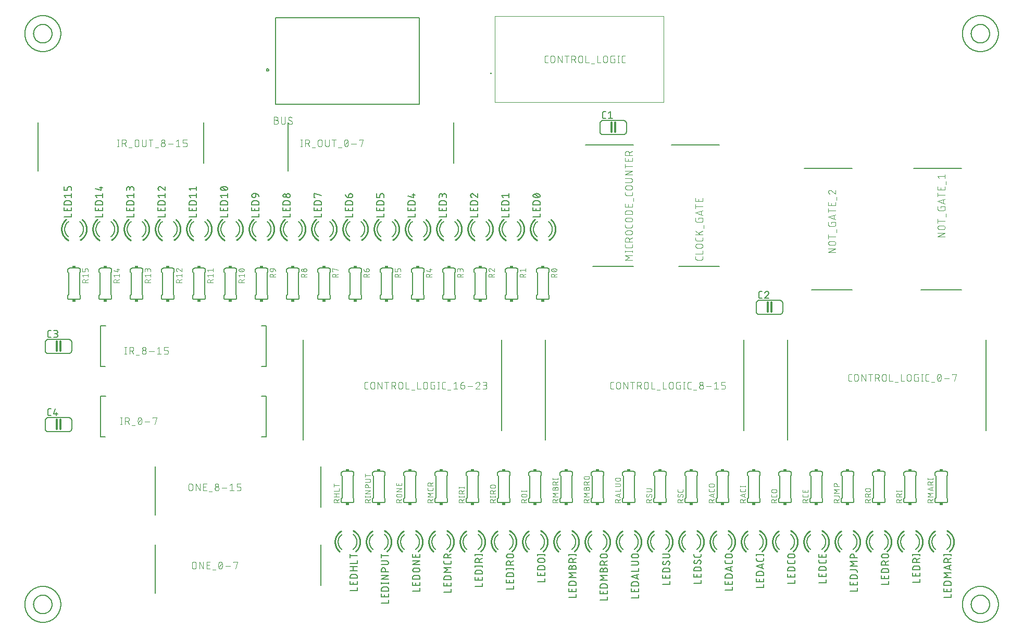
<source format=gbr>
G04 EAGLE Gerber RS-274X export*
G75*
%MOMM*%
%FSLAX34Y34*%
%LPD*%
%INSilkscreen Top*%
%IPPOS*%
%AMOC8*
5,1,8,0,0,1.08239X$1,22.5*%
G01*
%ADD10C,0.200000*%
%ADD11C,0.101600*%
%ADD12C,0.152400*%
%ADD13C,0.254000*%
%ADD14C,0.127000*%
%ADD15R,0.508000X0.381000*%
%ADD16C,0.100000*%
%ADD17C,0.200000*%
%ADD18C,0.304800*%
%ADD19C,0.203200*%


D10*
X461050Y305400D02*
X461050Y467350D01*
X783550Y467350D02*
X783550Y320050D01*
D11*
X566509Y387858D02*
X563913Y387858D01*
X563814Y387860D01*
X563714Y387866D01*
X563615Y387875D01*
X563517Y387888D01*
X563419Y387905D01*
X563321Y387926D01*
X563225Y387951D01*
X563130Y387979D01*
X563036Y388011D01*
X562943Y388046D01*
X562851Y388085D01*
X562761Y388128D01*
X562673Y388173D01*
X562586Y388223D01*
X562502Y388275D01*
X562419Y388331D01*
X562339Y388389D01*
X562261Y388451D01*
X562186Y388516D01*
X562113Y388584D01*
X562043Y388654D01*
X561975Y388727D01*
X561910Y388802D01*
X561848Y388880D01*
X561790Y388960D01*
X561734Y389043D01*
X561682Y389127D01*
X561632Y389214D01*
X561587Y389302D01*
X561544Y389392D01*
X561505Y389484D01*
X561470Y389577D01*
X561438Y389671D01*
X561410Y389766D01*
X561385Y389862D01*
X561364Y389960D01*
X561347Y390058D01*
X561334Y390156D01*
X561325Y390255D01*
X561319Y390355D01*
X561317Y390454D01*
X561317Y396946D01*
X561319Y397045D01*
X561325Y397145D01*
X561334Y397244D01*
X561347Y397342D01*
X561364Y397440D01*
X561385Y397538D01*
X561410Y397634D01*
X561438Y397729D01*
X561470Y397823D01*
X561505Y397916D01*
X561544Y398008D01*
X561587Y398098D01*
X561632Y398186D01*
X561682Y398273D01*
X561734Y398357D01*
X561790Y398440D01*
X561848Y398520D01*
X561910Y398598D01*
X561975Y398673D01*
X562043Y398746D01*
X562113Y398816D01*
X562186Y398884D01*
X562261Y398949D01*
X562339Y399011D01*
X562419Y399069D01*
X562502Y399125D01*
X562586Y399177D01*
X562673Y399227D01*
X562761Y399272D01*
X562851Y399315D01*
X562943Y399354D01*
X563035Y399389D01*
X563130Y399421D01*
X563225Y399449D01*
X563321Y399474D01*
X563419Y399495D01*
X563517Y399512D01*
X563615Y399525D01*
X563714Y399534D01*
X563814Y399540D01*
X563913Y399542D01*
X566509Y399542D01*
X570875Y396296D02*
X570875Y391104D01*
X570874Y396296D02*
X570876Y396409D01*
X570882Y396522D01*
X570892Y396635D01*
X570906Y396748D01*
X570923Y396860D01*
X570945Y396971D01*
X570970Y397081D01*
X571000Y397191D01*
X571033Y397299D01*
X571070Y397406D01*
X571110Y397512D01*
X571155Y397616D01*
X571203Y397719D01*
X571254Y397820D01*
X571309Y397919D01*
X571367Y398016D01*
X571429Y398111D01*
X571494Y398204D01*
X571562Y398294D01*
X571633Y398382D01*
X571708Y398468D01*
X571785Y398551D01*
X571865Y398631D01*
X571948Y398708D01*
X572034Y398783D01*
X572122Y398854D01*
X572212Y398922D01*
X572305Y398987D01*
X572400Y399049D01*
X572497Y399107D01*
X572596Y399162D01*
X572697Y399213D01*
X572800Y399261D01*
X572904Y399306D01*
X573010Y399346D01*
X573117Y399383D01*
X573225Y399416D01*
X573335Y399446D01*
X573445Y399471D01*
X573556Y399493D01*
X573668Y399510D01*
X573781Y399524D01*
X573894Y399534D01*
X574007Y399540D01*
X574120Y399542D01*
X574233Y399540D01*
X574346Y399534D01*
X574459Y399524D01*
X574572Y399510D01*
X574684Y399493D01*
X574795Y399471D01*
X574905Y399446D01*
X575015Y399416D01*
X575123Y399383D01*
X575230Y399346D01*
X575336Y399306D01*
X575440Y399261D01*
X575543Y399213D01*
X575644Y399162D01*
X575743Y399107D01*
X575840Y399049D01*
X575935Y398987D01*
X576028Y398922D01*
X576118Y398854D01*
X576206Y398783D01*
X576292Y398708D01*
X576375Y398631D01*
X576455Y398551D01*
X576532Y398468D01*
X576607Y398382D01*
X576678Y398294D01*
X576746Y398204D01*
X576811Y398111D01*
X576873Y398016D01*
X576931Y397919D01*
X576986Y397820D01*
X577037Y397719D01*
X577085Y397616D01*
X577130Y397512D01*
X577170Y397406D01*
X577207Y397299D01*
X577240Y397191D01*
X577270Y397081D01*
X577295Y396971D01*
X577317Y396860D01*
X577334Y396748D01*
X577348Y396635D01*
X577358Y396522D01*
X577364Y396409D01*
X577366Y396296D01*
X577366Y391104D01*
X577364Y390991D01*
X577358Y390878D01*
X577348Y390765D01*
X577334Y390652D01*
X577317Y390540D01*
X577295Y390429D01*
X577270Y390319D01*
X577240Y390209D01*
X577207Y390101D01*
X577170Y389994D01*
X577130Y389888D01*
X577085Y389784D01*
X577037Y389681D01*
X576986Y389580D01*
X576931Y389481D01*
X576873Y389384D01*
X576811Y389289D01*
X576746Y389196D01*
X576678Y389106D01*
X576607Y389018D01*
X576532Y388932D01*
X576455Y388849D01*
X576375Y388769D01*
X576292Y388692D01*
X576206Y388617D01*
X576118Y388546D01*
X576028Y388478D01*
X575935Y388413D01*
X575840Y388351D01*
X575743Y388293D01*
X575644Y388238D01*
X575543Y388187D01*
X575440Y388139D01*
X575336Y388094D01*
X575230Y388054D01*
X575123Y388017D01*
X575015Y387984D01*
X574905Y387954D01*
X574795Y387929D01*
X574684Y387907D01*
X574572Y387890D01*
X574459Y387876D01*
X574346Y387866D01*
X574233Y387860D01*
X574120Y387858D01*
X574007Y387860D01*
X573894Y387866D01*
X573781Y387876D01*
X573668Y387890D01*
X573556Y387907D01*
X573445Y387929D01*
X573335Y387954D01*
X573225Y387984D01*
X573117Y388017D01*
X573010Y388054D01*
X572904Y388094D01*
X572800Y388139D01*
X572697Y388187D01*
X572596Y388238D01*
X572497Y388293D01*
X572400Y388351D01*
X572305Y388413D01*
X572212Y388478D01*
X572122Y388546D01*
X572034Y388617D01*
X571948Y388692D01*
X571865Y388769D01*
X571785Y388849D01*
X571708Y388932D01*
X571633Y389018D01*
X571562Y389106D01*
X571494Y389196D01*
X571429Y389289D01*
X571367Y389384D01*
X571309Y389481D01*
X571254Y389580D01*
X571203Y389681D01*
X571155Y389784D01*
X571110Y389888D01*
X571070Y389994D01*
X571033Y390101D01*
X571000Y390209D01*
X570970Y390319D01*
X570945Y390429D01*
X570923Y390540D01*
X570906Y390652D01*
X570892Y390765D01*
X570882Y390878D01*
X570876Y390991D01*
X570874Y391104D01*
X582686Y387858D02*
X582686Y399542D01*
X589177Y387858D01*
X589177Y399542D01*
X596980Y399542D02*
X596980Y387858D01*
X593735Y399542D02*
X600226Y399542D01*
X604857Y399542D02*
X604857Y387858D01*
X604857Y399542D02*
X608103Y399542D01*
X608216Y399540D01*
X608329Y399534D01*
X608442Y399524D01*
X608555Y399510D01*
X608667Y399493D01*
X608778Y399471D01*
X608888Y399446D01*
X608998Y399416D01*
X609106Y399383D01*
X609213Y399346D01*
X609319Y399306D01*
X609423Y399261D01*
X609526Y399213D01*
X609627Y399162D01*
X609726Y399107D01*
X609823Y399049D01*
X609918Y398987D01*
X610011Y398922D01*
X610101Y398854D01*
X610189Y398783D01*
X610275Y398708D01*
X610358Y398631D01*
X610438Y398551D01*
X610515Y398468D01*
X610590Y398382D01*
X610661Y398294D01*
X610729Y398204D01*
X610794Y398111D01*
X610856Y398016D01*
X610914Y397919D01*
X610969Y397820D01*
X611020Y397719D01*
X611068Y397616D01*
X611113Y397512D01*
X611153Y397406D01*
X611190Y397299D01*
X611223Y397191D01*
X611253Y397081D01*
X611278Y396971D01*
X611300Y396860D01*
X611317Y396748D01*
X611331Y396635D01*
X611341Y396522D01*
X611347Y396409D01*
X611349Y396296D01*
X611347Y396183D01*
X611341Y396070D01*
X611331Y395957D01*
X611317Y395844D01*
X611300Y395732D01*
X611278Y395621D01*
X611253Y395511D01*
X611223Y395401D01*
X611190Y395293D01*
X611153Y395186D01*
X611113Y395080D01*
X611068Y394976D01*
X611020Y394873D01*
X610969Y394772D01*
X610914Y394673D01*
X610856Y394576D01*
X610794Y394481D01*
X610729Y394388D01*
X610661Y394298D01*
X610590Y394210D01*
X610515Y394124D01*
X610438Y394041D01*
X610358Y393961D01*
X610275Y393884D01*
X610189Y393809D01*
X610101Y393738D01*
X610011Y393670D01*
X609918Y393605D01*
X609823Y393543D01*
X609726Y393485D01*
X609627Y393430D01*
X609526Y393379D01*
X609423Y393331D01*
X609319Y393286D01*
X609213Y393246D01*
X609106Y393209D01*
X608998Y393176D01*
X608888Y393146D01*
X608778Y393121D01*
X608667Y393099D01*
X608555Y393082D01*
X608442Y393068D01*
X608329Y393058D01*
X608216Y393052D01*
X608103Y393050D01*
X608103Y393051D02*
X604857Y393051D01*
X608752Y393051D02*
X611348Y387858D01*
X616214Y391104D02*
X616214Y396296D01*
X616213Y396296D02*
X616215Y396409D01*
X616221Y396522D01*
X616231Y396635D01*
X616245Y396748D01*
X616262Y396860D01*
X616284Y396971D01*
X616309Y397081D01*
X616339Y397191D01*
X616372Y397299D01*
X616409Y397406D01*
X616449Y397512D01*
X616494Y397616D01*
X616542Y397719D01*
X616593Y397820D01*
X616648Y397919D01*
X616706Y398016D01*
X616768Y398111D01*
X616833Y398204D01*
X616901Y398294D01*
X616972Y398382D01*
X617047Y398468D01*
X617124Y398551D01*
X617204Y398631D01*
X617287Y398708D01*
X617373Y398783D01*
X617461Y398854D01*
X617551Y398922D01*
X617644Y398987D01*
X617739Y399049D01*
X617836Y399107D01*
X617935Y399162D01*
X618036Y399213D01*
X618139Y399261D01*
X618243Y399306D01*
X618349Y399346D01*
X618456Y399383D01*
X618564Y399416D01*
X618674Y399446D01*
X618784Y399471D01*
X618895Y399493D01*
X619007Y399510D01*
X619120Y399524D01*
X619233Y399534D01*
X619346Y399540D01*
X619459Y399542D01*
X619572Y399540D01*
X619685Y399534D01*
X619798Y399524D01*
X619911Y399510D01*
X620023Y399493D01*
X620134Y399471D01*
X620244Y399446D01*
X620354Y399416D01*
X620462Y399383D01*
X620569Y399346D01*
X620675Y399306D01*
X620779Y399261D01*
X620882Y399213D01*
X620983Y399162D01*
X621082Y399107D01*
X621179Y399049D01*
X621274Y398987D01*
X621367Y398922D01*
X621457Y398854D01*
X621545Y398783D01*
X621631Y398708D01*
X621714Y398631D01*
X621794Y398551D01*
X621871Y398468D01*
X621946Y398382D01*
X622017Y398294D01*
X622085Y398204D01*
X622150Y398111D01*
X622212Y398016D01*
X622270Y397919D01*
X622325Y397820D01*
X622376Y397719D01*
X622424Y397616D01*
X622469Y397512D01*
X622509Y397406D01*
X622546Y397299D01*
X622579Y397191D01*
X622609Y397081D01*
X622634Y396971D01*
X622656Y396860D01*
X622673Y396748D01*
X622687Y396635D01*
X622697Y396522D01*
X622703Y396409D01*
X622705Y396296D01*
X622705Y391104D01*
X622703Y390991D01*
X622697Y390878D01*
X622687Y390765D01*
X622673Y390652D01*
X622656Y390540D01*
X622634Y390429D01*
X622609Y390319D01*
X622579Y390209D01*
X622546Y390101D01*
X622509Y389994D01*
X622469Y389888D01*
X622424Y389784D01*
X622376Y389681D01*
X622325Y389580D01*
X622270Y389481D01*
X622212Y389384D01*
X622150Y389289D01*
X622085Y389196D01*
X622017Y389106D01*
X621946Y389018D01*
X621871Y388932D01*
X621794Y388849D01*
X621714Y388769D01*
X621631Y388692D01*
X621545Y388617D01*
X621457Y388546D01*
X621367Y388478D01*
X621274Y388413D01*
X621179Y388351D01*
X621082Y388293D01*
X620983Y388238D01*
X620882Y388187D01*
X620779Y388139D01*
X620675Y388094D01*
X620569Y388054D01*
X620462Y388017D01*
X620354Y387984D01*
X620244Y387954D01*
X620134Y387929D01*
X620023Y387907D01*
X619911Y387890D01*
X619798Y387876D01*
X619685Y387866D01*
X619572Y387860D01*
X619459Y387858D01*
X619346Y387860D01*
X619233Y387866D01*
X619120Y387876D01*
X619007Y387890D01*
X618895Y387907D01*
X618784Y387929D01*
X618674Y387954D01*
X618564Y387984D01*
X618456Y388017D01*
X618349Y388054D01*
X618243Y388094D01*
X618139Y388139D01*
X618036Y388187D01*
X617935Y388238D01*
X617836Y388293D01*
X617739Y388351D01*
X617644Y388413D01*
X617551Y388478D01*
X617461Y388546D01*
X617373Y388617D01*
X617287Y388692D01*
X617204Y388769D01*
X617124Y388849D01*
X617047Y388932D01*
X616972Y389018D01*
X616901Y389106D01*
X616833Y389196D01*
X616768Y389289D01*
X616706Y389384D01*
X616648Y389481D01*
X616593Y389580D01*
X616542Y389681D01*
X616494Y389784D01*
X616449Y389888D01*
X616409Y389994D01*
X616372Y390101D01*
X616339Y390209D01*
X616309Y390319D01*
X616284Y390429D01*
X616262Y390540D01*
X616245Y390652D01*
X616231Y390765D01*
X616221Y390878D01*
X616215Y390991D01*
X616213Y391104D01*
X628047Y387858D02*
X628047Y399542D01*
X628047Y387858D02*
X633240Y387858D01*
X637056Y386560D02*
X642249Y386560D01*
X647097Y387858D02*
X647097Y399542D01*
X647097Y387858D02*
X652290Y387858D01*
X656600Y391104D02*
X656600Y396296D01*
X656599Y396296D02*
X656601Y396409D01*
X656607Y396522D01*
X656617Y396635D01*
X656631Y396748D01*
X656648Y396860D01*
X656670Y396971D01*
X656695Y397081D01*
X656725Y397191D01*
X656758Y397299D01*
X656795Y397406D01*
X656835Y397512D01*
X656880Y397616D01*
X656928Y397719D01*
X656979Y397820D01*
X657034Y397919D01*
X657092Y398016D01*
X657154Y398111D01*
X657219Y398204D01*
X657287Y398294D01*
X657358Y398382D01*
X657433Y398468D01*
X657510Y398551D01*
X657590Y398631D01*
X657673Y398708D01*
X657759Y398783D01*
X657847Y398854D01*
X657937Y398922D01*
X658030Y398987D01*
X658125Y399049D01*
X658222Y399107D01*
X658321Y399162D01*
X658422Y399213D01*
X658525Y399261D01*
X658629Y399306D01*
X658735Y399346D01*
X658842Y399383D01*
X658950Y399416D01*
X659060Y399446D01*
X659170Y399471D01*
X659281Y399493D01*
X659393Y399510D01*
X659506Y399524D01*
X659619Y399534D01*
X659732Y399540D01*
X659845Y399542D01*
X659958Y399540D01*
X660071Y399534D01*
X660184Y399524D01*
X660297Y399510D01*
X660409Y399493D01*
X660520Y399471D01*
X660630Y399446D01*
X660740Y399416D01*
X660848Y399383D01*
X660955Y399346D01*
X661061Y399306D01*
X661165Y399261D01*
X661268Y399213D01*
X661369Y399162D01*
X661468Y399107D01*
X661565Y399049D01*
X661660Y398987D01*
X661753Y398922D01*
X661843Y398854D01*
X661931Y398783D01*
X662017Y398708D01*
X662100Y398631D01*
X662180Y398551D01*
X662257Y398468D01*
X662332Y398382D01*
X662403Y398294D01*
X662471Y398204D01*
X662536Y398111D01*
X662598Y398016D01*
X662656Y397919D01*
X662711Y397820D01*
X662762Y397719D01*
X662810Y397616D01*
X662855Y397512D01*
X662895Y397406D01*
X662932Y397299D01*
X662965Y397191D01*
X662995Y397081D01*
X663020Y396971D01*
X663042Y396860D01*
X663059Y396748D01*
X663073Y396635D01*
X663083Y396522D01*
X663089Y396409D01*
X663091Y396296D01*
X663091Y391104D01*
X663089Y390991D01*
X663083Y390878D01*
X663073Y390765D01*
X663059Y390652D01*
X663042Y390540D01*
X663020Y390429D01*
X662995Y390319D01*
X662965Y390209D01*
X662932Y390101D01*
X662895Y389994D01*
X662855Y389888D01*
X662810Y389784D01*
X662762Y389681D01*
X662711Y389580D01*
X662656Y389481D01*
X662598Y389384D01*
X662536Y389289D01*
X662471Y389196D01*
X662403Y389106D01*
X662332Y389018D01*
X662257Y388932D01*
X662180Y388849D01*
X662100Y388769D01*
X662017Y388692D01*
X661931Y388617D01*
X661843Y388546D01*
X661753Y388478D01*
X661660Y388413D01*
X661565Y388351D01*
X661468Y388293D01*
X661369Y388238D01*
X661268Y388187D01*
X661165Y388139D01*
X661061Y388094D01*
X660955Y388054D01*
X660848Y388017D01*
X660740Y387984D01*
X660630Y387954D01*
X660520Y387929D01*
X660409Y387907D01*
X660297Y387890D01*
X660184Y387876D01*
X660071Y387866D01*
X659958Y387860D01*
X659845Y387858D01*
X659732Y387860D01*
X659619Y387866D01*
X659506Y387876D01*
X659393Y387890D01*
X659281Y387907D01*
X659170Y387929D01*
X659060Y387954D01*
X658950Y387984D01*
X658842Y388017D01*
X658735Y388054D01*
X658629Y388094D01*
X658525Y388139D01*
X658422Y388187D01*
X658321Y388238D01*
X658222Y388293D01*
X658125Y388351D01*
X658030Y388413D01*
X657937Y388478D01*
X657847Y388546D01*
X657759Y388617D01*
X657673Y388692D01*
X657590Y388769D01*
X657510Y388849D01*
X657433Y388932D01*
X657358Y389018D01*
X657287Y389106D01*
X657219Y389196D01*
X657154Y389289D01*
X657092Y389384D01*
X657034Y389481D01*
X656979Y389580D01*
X656928Y389681D01*
X656880Y389784D01*
X656835Y389888D01*
X656795Y389994D01*
X656758Y390101D01*
X656725Y390209D01*
X656695Y390319D01*
X656670Y390429D01*
X656648Y390540D01*
X656631Y390652D01*
X656617Y390765D01*
X656607Y390878D01*
X656601Y390991D01*
X656599Y391104D01*
X672954Y394349D02*
X674902Y394349D01*
X674902Y387858D01*
X671007Y387858D01*
X670908Y387860D01*
X670808Y387866D01*
X670709Y387875D01*
X670611Y387888D01*
X670513Y387905D01*
X670415Y387926D01*
X670319Y387951D01*
X670224Y387979D01*
X670130Y388011D01*
X670037Y388046D01*
X669945Y388085D01*
X669855Y388128D01*
X669767Y388173D01*
X669680Y388223D01*
X669596Y388275D01*
X669513Y388331D01*
X669433Y388389D01*
X669355Y388451D01*
X669280Y388516D01*
X669207Y388584D01*
X669137Y388654D01*
X669069Y388727D01*
X669004Y388802D01*
X668942Y388880D01*
X668884Y388960D01*
X668828Y389043D01*
X668776Y389127D01*
X668726Y389214D01*
X668681Y389302D01*
X668638Y389392D01*
X668599Y389484D01*
X668564Y389577D01*
X668532Y389671D01*
X668504Y389766D01*
X668479Y389862D01*
X668458Y389960D01*
X668441Y390058D01*
X668428Y390156D01*
X668419Y390255D01*
X668413Y390355D01*
X668411Y390454D01*
X668411Y396946D01*
X668413Y397045D01*
X668419Y397145D01*
X668428Y397244D01*
X668441Y397342D01*
X668458Y397440D01*
X668479Y397538D01*
X668504Y397634D01*
X668532Y397729D01*
X668564Y397823D01*
X668599Y397916D01*
X668638Y398008D01*
X668681Y398098D01*
X668726Y398186D01*
X668776Y398273D01*
X668828Y398357D01*
X668884Y398440D01*
X668942Y398520D01*
X669004Y398598D01*
X669069Y398673D01*
X669137Y398746D01*
X669207Y398816D01*
X669280Y398884D01*
X669355Y398949D01*
X669433Y399011D01*
X669513Y399069D01*
X669596Y399125D01*
X669680Y399177D01*
X669767Y399227D01*
X669855Y399272D01*
X669945Y399315D01*
X670037Y399354D01*
X670129Y399389D01*
X670224Y399421D01*
X670319Y399449D01*
X670415Y399474D01*
X670513Y399495D01*
X670611Y399512D01*
X670709Y399525D01*
X670808Y399534D01*
X670908Y399540D01*
X671007Y399542D01*
X674902Y399542D01*
X681181Y399542D02*
X681181Y387858D01*
X679883Y387858D02*
X682479Y387858D01*
X682479Y399542D02*
X679883Y399542D01*
X689643Y387858D02*
X692239Y387858D01*
X689643Y387858D02*
X689544Y387860D01*
X689444Y387866D01*
X689345Y387875D01*
X689247Y387888D01*
X689149Y387905D01*
X689051Y387926D01*
X688955Y387951D01*
X688860Y387979D01*
X688766Y388011D01*
X688673Y388046D01*
X688581Y388085D01*
X688491Y388128D01*
X688403Y388173D01*
X688316Y388223D01*
X688232Y388275D01*
X688149Y388331D01*
X688069Y388389D01*
X687991Y388451D01*
X687916Y388516D01*
X687843Y388584D01*
X687773Y388654D01*
X687705Y388727D01*
X687640Y388802D01*
X687578Y388880D01*
X687520Y388960D01*
X687464Y389043D01*
X687412Y389127D01*
X687362Y389214D01*
X687317Y389302D01*
X687274Y389392D01*
X687235Y389484D01*
X687200Y389577D01*
X687168Y389671D01*
X687140Y389766D01*
X687115Y389862D01*
X687094Y389960D01*
X687077Y390058D01*
X687064Y390156D01*
X687055Y390255D01*
X687049Y390355D01*
X687047Y390454D01*
X687046Y390454D02*
X687046Y396946D01*
X687047Y396946D02*
X687049Y397045D01*
X687055Y397145D01*
X687064Y397244D01*
X687077Y397342D01*
X687094Y397440D01*
X687115Y397538D01*
X687140Y397634D01*
X687168Y397729D01*
X687200Y397823D01*
X687235Y397916D01*
X687274Y398008D01*
X687317Y398098D01*
X687362Y398186D01*
X687412Y398273D01*
X687464Y398357D01*
X687520Y398440D01*
X687578Y398520D01*
X687640Y398598D01*
X687705Y398673D01*
X687773Y398746D01*
X687843Y398816D01*
X687916Y398884D01*
X687991Y398949D01*
X688069Y399011D01*
X688149Y399069D01*
X688232Y399125D01*
X688316Y399177D01*
X688403Y399227D01*
X688491Y399272D01*
X688581Y399315D01*
X688673Y399354D01*
X688765Y399389D01*
X688860Y399421D01*
X688955Y399449D01*
X689051Y399474D01*
X689149Y399495D01*
X689247Y399512D01*
X689345Y399525D01*
X689444Y399534D01*
X689544Y399540D01*
X689643Y399542D01*
X692239Y399542D01*
X696111Y386560D02*
X701303Y386560D01*
X705748Y396946D02*
X708994Y399542D01*
X708994Y387858D01*
X705748Y387858D02*
X712240Y387858D01*
X717178Y394349D02*
X721073Y394349D01*
X721172Y394347D01*
X721272Y394341D01*
X721371Y394332D01*
X721469Y394319D01*
X721567Y394302D01*
X721665Y394281D01*
X721761Y394256D01*
X721856Y394228D01*
X721950Y394196D01*
X722043Y394161D01*
X722135Y394122D01*
X722225Y394079D01*
X722313Y394034D01*
X722400Y393984D01*
X722484Y393932D01*
X722567Y393876D01*
X722647Y393818D01*
X722725Y393756D01*
X722800Y393691D01*
X722873Y393623D01*
X722943Y393553D01*
X723011Y393480D01*
X723076Y393405D01*
X723138Y393327D01*
X723196Y393247D01*
X723252Y393164D01*
X723304Y393080D01*
X723354Y392993D01*
X723399Y392905D01*
X723442Y392815D01*
X723481Y392723D01*
X723516Y392630D01*
X723548Y392536D01*
X723576Y392441D01*
X723601Y392345D01*
X723622Y392247D01*
X723639Y392149D01*
X723652Y392051D01*
X723661Y391952D01*
X723667Y391852D01*
X723669Y391753D01*
X723670Y391753D02*
X723670Y391104D01*
X723668Y390991D01*
X723662Y390878D01*
X723652Y390765D01*
X723638Y390652D01*
X723621Y390540D01*
X723599Y390429D01*
X723574Y390319D01*
X723544Y390209D01*
X723511Y390101D01*
X723474Y389994D01*
X723434Y389888D01*
X723389Y389784D01*
X723341Y389681D01*
X723290Y389580D01*
X723235Y389481D01*
X723177Y389384D01*
X723115Y389289D01*
X723050Y389196D01*
X722982Y389106D01*
X722911Y389018D01*
X722836Y388932D01*
X722759Y388849D01*
X722679Y388769D01*
X722596Y388692D01*
X722510Y388617D01*
X722422Y388546D01*
X722332Y388478D01*
X722239Y388413D01*
X722144Y388351D01*
X722047Y388293D01*
X721948Y388238D01*
X721847Y388187D01*
X721744Y388139D01*
X721640Y388094D01*
X721534Y388054D01*
X721427Y388017D01*
X721319Y387984D01*
X721209Y387954D01*
X721099Y387929D01*
X720988Y387907D01*
X720876Y387890D01*
X720763Y387876D01*
X720650Y387866D01*
X720537Y387860D01*
X720424Y387858D01*
X720311Y387860D01*
X720198Y387866D01*
X720085Y387876D01*
X719972Y387890D01*
X719860Y387907D01*
X719749Y387929D01*
X719639Y387954D01*
X719529Y387984D01*
X719421Y388017D01*
X719314Y388054D01*
X719208Y388094D01*
X719104Y388139D01*
X719001Y388187D01*
X718900Y388238D01*
X718801Y388293D01*
X718704Y388351D01*
X718609Y388413D01*
X718516Y388478D01*
X718426Y388546D01*
X718338Y388617D01*
X718252Y388692D01*
X718169Y388769D01*
X718089Y388849D01*
X718012Y388932D01*
X717937Y389018D01*
X717866Y389106D01*
X717798Y389196D01*
X717733Y389289D01*
X717671Y389384D01*
X717613Y389481D01*
X717558Y389580D01*
X717507Y389681D01*
X717459Y389784D01*
X717414Y389888D01*
X717374Y389994D01*
X717337Y390101D01*
X717304Y390209D01*
X717274Y390319D01*
X717249Y390429D01*
X717227Y390540D01*
X717210Y390652D01*
X717196Y390765D01*
X717186Y390878D01*
X717180Y390991D01*
X717178Y391104D01*
X717178Y394349D01*
X717180Y394492D01*
X717186Y394635D01*
X717196Y394778D01*
X717210Y394920D01*
X717227Y395062D01*
X717249Y395204D01*
X717274Y395345D01*
X717304Y395485D01*
X717337Y395624D01*
X717374Y395762D01*
X717415Y395899D01*
X717459Y396035D01*
X717508Y396170D01*
X717560Y396303D01*
X717615Y396435D01*
X717675Y396565D01*
X717738Y396694D01*
X717804Y396821D01*
X717874Y396945D01*
X717947Y397068D01*
X718024Y397189D01*
X718104Y397308D01*
X718187Y397424D01*
X718273Y397539D01*
X718362Y397650D01*
X718455Y397760D01*
X718550Y397866D01*
X718649Y397970D01*
X718750Y398071D01*
X718854Y398170D01*
X718960Y398265D01*
X719070Y398358D01*
X719181Y398447D01*
X719296Y398533D01*
X719412Y398616D01*
X719531Y398696D01*
X719652Y398773D01*
X719774Y398846D01*
X719899Y398916D01*
X720026Y398982D01*
X720155Y399045D01*
X720285Y399105D01*
X720417Y399160D01*
X720550Y399212D01*
X720685Y399261D01*
X720821Y399305D01*
X720958Y399346D01*
X721096Y399383D01*
X721235Y399416D01*
X721375Y399446D01*
X721516Y399471D01*
X721658Y399493D01*
X721800Y399510D01*
X721942Y399524D01*
X722085Y399534D01*
X722228Y399540D01*
X722371Y399542D01*
X728721Y392402D02*
X736511Y392402D01*
X745133Y399542D02*
X745240Y399540D01*
X745346Y399534D01*
X745452Y399524D01*
X745558Y399511D01*
X745664Y399493D01*
X745768Y399472D01*
X745872Y399447D01*
X745975Y399418D01*
X746076Y399386D01*
X746176Y399349D01*
X746275Y399309D01*
X746373Y399266D01*
X746469Y399219D01*
X746563Y399168D01*
X746655Y399114D01*
X746745Y399057D01*
X746833Y398997D01*
X746918Y398933D01*
X747001Y398866D01*
X747082Y398796D01*
X747160Y398724D01*
X747236Y398648D01*
X747308Y398570D01*
X747378Y398489D01*
X747445Y398406D01*
X747509Y398321D01*
X747569Y398233D01*
X747626Y398143D01*
X747680Y398051D01*
X747731Y397957D01*
X747778Y397861D01*
X747821Y397763D01*
X747861Y397664D01*
X747898Y397564D01*
X747930Y397463D01*
X747959Y397360D01*
X747984Y397256D01*
X748005Y397152D01*
X748023Y397046D01*
X748036Y396940D01*
X748046Y396834D01*
X748052Y396728D01*
X748054Y396621D01*
X745133Y399542D02*
X745012Y399540D01*
X744891Y399534D01*
X744771Y399524D01*
X744650Y399511D01*
X744531Y399493D01*
X744411Y399472D01*
X744293Y399447D01*
X744176Y399418D01*
X744059Y399385D01*
X743944Y399349D01*
X743830Y399308D01*
X743717Y399265D01*
X743605Y399217D01*
X743496Y399166D01*
X743388Y399111D01*
X743281Y399053D01*
X743177Y398992D01*
X743075Y398927D01*
X742975Y398859D01*
X742877Y398788D01*
X742781Y398714D01*
X742688Y398637D01*
X742598Y398556D01*
X742510Y398473D01*
X742425Y398387D01*
X742342Y398298D01*
X742263Y398207D01*
X742186Y398113D01*
X742113Y398017D01*
X742043Y397919D01*
X741976Y397818D01*
X741912Y397715D01*
X741852Y397610D01*
X741795Y397503D01*
X741741Y397395D01*
X741691Y397285D01*
X741645Y397173D01*
X741602Y397060D01*
X741563Y396945D01*
X747080Y394349D02*
X747159Y394426D01*
X747235Y394507D01*
X747308Y394590D01*
X747378Y394675D01*
X747445Y394763D01*
X747509Y394853D01*
X747569Y394945D01*
X747626Y395040D01*
X747680Y395136D01*
X747731Y395234D01*
X747778Y395334D01*
X747822Y395436D01*
X747862Y395539D01*
X747898Y395643D01*
X747930Y395749D01*
X747959Y395855D01*
X747984Y395963D01*
X748006Y396071D01*
X748023Y396181D01*
X748037Y396290D01*
X748046Y396400D01*
X748052Y396511D01*
X748054Y396621D01*
X747080Y394349D02*
X741562Y387858D01*
X748054Y387858D01*
X752992Y387858D02*
X756238Y387858D01*
X756351Y387860D01*
X756464Y387866D01*
X756577Y387876D01*
X756690Y387890D01*
X756802Y387907D01*
X756913Y387929D01*
X757023Y387954D01*
X757133Y387984D01*
X757241Y388017D01*
X757348Y388054D01*
X757454Y388094D01*
X757558Y388139D01*
X757661Y388187D01*
X757762Y388238D01*
X757861Y388293D01*
X757958Y388351D01*
X758053Y388413D01*
X758146Y388478D01*
X758236Y388546D01*
X758324Y388617D01*
X758410Y388692D01*
X758493Y388769D01*
X758573Y388849D01*
X758650Y388932D01*
X758725Y389018D01*
X758796Y389106D01*
X758864Y389196D01*
X758929Y389289D01*
X758991Y389384D01*
X759049Y389481D01*
X759104Y389580D01*
X759155Y389681D01*
X759203Y389784D01*
X759248Y389888D01*
X759288Y389994D01*
X759325Y390101D01*
X759358Y390209D01*
X759388Y390319D01*
X759413Y390429D01*
X759435Y390540D01*
X759452Y390652D01*
X759466Y390765D01*
X759476Y390878D01*
X759482Y390991D01*
X759484Y391104D01*
X759482Y391217D01*
X759476Y391330D01*
X759466Y391443D01*
X759452Y391556D01*
X759435Y391668D01*
X759413Y391779D01*
X759388Y391889D01*
X759358Y391999D01*
X759325Y392107D01*
X759288Y392214D01*
X759248Y392320D01*
X759203Y392424D01*
X759155Y392527D01*
X759104Y392628D01*
X759049Y392727D01*
X758991Y392824D01*
X758929Y392919D01*
X758864Y393012D01*
X758796Y393102D01*
X758725Y393190D01*
X758650Y393276D01*
X758573Y393359D01*
X758493Y393439D01*
X758410Y393516D01*
X758324Y393591D01*
X758236Y393662D01*
X758146Y393730D01*
X758053Y393795D01*
X757958Y393857D01*
X757861Y393915D01*
X757762Y393970D01*
X757661Y394021D01*
X757558Y394069D01*
X757454Y394114D01*
X757348Y394154D01*
X757241Y394191D01*
X757133Y394224D01*
X757023Y394254D01*
X756913Y394279D01*
X756802Y394301D01*
X756690Y394318D01*
X756577Y394332D01*
X756464Y394342D01*
X756351Y394348D01*
X756238Y394350D01*
X756887Y399542D02*
X752992Y399542D01*
X756887Y399542D02*
X756988Y399540D01*
X757088Y399534D01*
X757188Y399524D01*
X757288Y399511D01*
X757387Y399493D01*
X757486Y399472D01*
X757583Y399447D01*
X757680Y399418D01*
X757775Y399385D01*
X757869Y399349D01*
X757961Y399309D01*
X758052Y399266D01*
X758141Y399219D01*
X758228Y399169D01*
X758314Y399115D01*
X758397Y399058D01*
X758477Y398998D01*
X758556Y398935D01*
X758632Y398868D01*
X758705Y398799D01*
X758775Y398727D01*
X758843Y398653D01*
X758908Y398576D01*
X758969Y398496D01*
X759028Y398414D01*
X759083Y398330D01*
X759135Y398244D01*
X759184Y398156D01*
X759229Y398066D01*
X759271Y397974D01*
X759309Y397881D01*
X759343Y397786D01*
X759374Y397691D01*
X759401Y397594D01*
X759424Y397496D01*
X759444Y397397D01*
X759459Y397297D01*
X759471Y397197D01*
X759479Y397097D01*
X759483Y396996D01*
X759483Y396896D01*
X759479Y396795D01*
X759471Y396695D01*
X759459Y396595D01*
X759444Y396495D01*
X759424Y396396D01*
X759401Y396298D01*
X759374Y396201D01*
X759343Y396106D01*
X759309Y396011D01*
X759271Y395918D01*
X759229Y395826D01*
X759184Y395736D01*
X759135Y395648D01*
X759083Y395562D01*
X759028Y395478D01*
X758969Y395396D01*
X758908Y395316D01*
X758843Y395239D01*
X758775Y395165D01*
X758705Y395093D01*
X758632Y395024D01*
X758556Y394957D01*
X758477Y394894D01*
X758397Y394834D01*
X758314Y394777D01*
X758228Y394723D01*
X758141Y394673D01*
X758052Y394626D01*
X757961Y394583D01*
X757869Y394543D01*
X757775Y394507D01*
X757680Y394474D01*
X757583Y394445D01*
X757486Y394420D01*
X757387Y394399D01*
X757288Y394381D01*
X757188Y394368D01*
X757088Y394358D01*
X756988Y394352D01*
X756887Y394350D01*
X756887Y394349D02*
X754291Y394349D01*
D10*
X854750Y467350D02*
X854750Y305400D01*
X1177250Y320050D02*
X1177250Y467350D01*
D11*
X965924Y387858D02*
X963328Y387858D01*
X963229Y387860D01*
X963129Y387866D01*
X963030Y387875D01*
X962932Y387888D01*
X962834Y387905D01*
X962736Y387926D01*
X962640Y387951D01*
X962545Y387979D01*
X962451Y388011D01*
X962358Y388046D01*
X962266Y388085D01*
X962176Y388128D01*
X962088Y388173D01*
X962001Y388223D01*
X961917Y388275D01*
X961834Y388331D01*
X961754Y388389D01*
X961676Y388451D01*
X961601Y388516D01*
X961528Y388584D01*
X961458Y388654D01*
X961390Y388727D01*
X961325Y388802D01*
X961263Y388880D01*
X961205Y388960D01*
X961149Y389043D01*
X961097Y389127D01*
X961047Y389214D01*
X961002Y389302D01*
X960959Y389392D01*
X960920Y389484D01*
X960885Y389577D01*
X960853Y389671D01*
X960825Y389766D01*
X960800Y389862D01*
X960779Y389960D01*
X960762Y390058D01*
X960749Y390156D01*
X960740Y390255D01*
X960734Y390355D01*
X960732Y390454D01*
X960732Y396946D01*
X960734Y397045D01*
X960740Y397145D01*
X960749Y397244D01*
X960762Y397342D01*
X960779Y397440D01*
X960800Y397538D01*
X960825Y397634D01*
X960853Y397729D01*
X960885Y397823D01*
X960920Y397916D01*
X960959Y398008D01*
X961002Y398098D01*
X961047Y398186D01*
X961097Y398273D01*
X961149Y398357D01*
X961205Y398440D01*
X961263Y398520D01*
X961325Y398598D01*
X961390Y398673D01*
X961458Y398746D01*
X961528Y398816D01*
X961601Y398884D01*
X961676Y398949D01*
X961754Y399011D01*
X961834Y399069D01*
X961917Y399125D01*
X962001Y399177D01*
X962088Y399227D01*
X962176Y399272D01*
X962266Y399315D01*
X962358Y399354D01*
X962450Y399389D01*
X962545Y399421D01*
X962640Y399449D01*
X962736Y399474D01*
X962834Y399495D01*
X962932Y399512D01*
X963030Y399525D01*
X963129Y399534D01*
X963229Y399540D01*
X963328Y399542D01*
X965924Y399542D01*
X970290Y396296D02*
X970290Y391104D01*
X970289Y396296D02*
X970291Y396409D01*
X970297Y396522D01*
X970307Y396635D01*
X970321Y396748D01*
X970338Y396860D01*
X970360Y396971D01*
X970385Y397081D01*
X970415Y397191D01*
X970448Y397299D01*
X970485Y397406D01*
X970525Y397512D01*
X970570Y397616D01*
X970618Y397719D01*
X970669Y397820D01*
X970724Y397919D01*
X970782Y398016D01*
X970844Y398111D01*
X970909Y398204D01*
X970977Y398294D01*
X971048Y398382D01*
X971123Y398468D01*
X971200Y398551D01*
X971280Y398631D01*
X971363Y398708D01*
X971449Y398783D01*
X971537Y398854D01*
X971627Y398922D01*
X971720Y398987D01*
X971815Y399049D01*
X971912Y399107D01*
X972011Y399162D01*
X972112Y399213D01*
X972215Y399261D01*
X972319Y399306D01*
X972425Y399346D01*
X972532Y399383D01*
X972640Y399416D01*
X972750Y399446D01*
X972860Y399471D01*
X972971Y399493D01*
X973083Y399510D01*
X973196Y399524D01*
X973309Y399534D01*
X973422Y399540D01*
X973535Y399542D01*
X973648Y399540D01*
X973761Y399534D01*
X973874Y399524D01*
X973987Y399510D01*
X974099Y399493D01*
X974210Y399471D01*
X974320Y399446D01*
X974430Y399416D01*
X974538Y399383D01*
X974645Y399346D01*
X974751Y399306D01*
X974855Y399261D01*
X974958Y399213D01*
X975059Y399162D01*
X975158Y399107D01*
X975255Y399049D01*
X975350Y398987D01*
X975443Y398922D01*
X975533Y398854D01*
X975621Y398783D01*
X975707Y398708D01*
X975790Y398631D01*
X975870Y398551D01*
X975947Y398468D01*
X976022Y398382D01*
X976093Y398294D01*
X976161Y398204D01*
X976226Y398111D01*
X976288Y398016D01*
X976346Y397919D01*
X976401Y397820D01*
X976452Y397719D01*
X976500Y397616D01*
X976545Y397512D01*
X976585Y397406D01*
X976622Y397299D01*
X976655Y397191D01*
X976685Y397081D01*
X976710Y396971D01*
X976732Y396860D01*
X976749Y396748D01*
X976763Y396635D01*
X976773Y396522D01*
X976779Y396409D01*
X976781Y396296D01*
X976781Y391104D01*
X976779Y390991D01*
X976773Y390878D01*
X976763Y390765D01*
X976749Y390652D01*
X976732Y390540D01*
X976710Y390429D01*
X976685Y390319D01*
X976655Y390209D01*
X976622Y390101D01*
X976585Y389994D01*
X976545Y389888D01*
X976500Y389784D01*
X976452Y389681D01*
X976401Y389580D01*
X976346Y389481D01*
X976288Y389384D01*
X976226Y389289D01*
X976161Y389196D01*
X976093Y389106D01*
X976022Y389018D01*
X975947Y388932D01*
X975870Y388849D01*
X975790Y388769D01*
X975707Y388692D01*
X975621Y388617D01*
X975533Y388546D01*
X975443Y388478D01*
X975350Y388413D01*
X975255Y388351D01*
X975158Y388293D01*
X975059Y388238D01*
X974958Y388187D01*
X974855Y388139D01*
X974751Y388094D01*
X974645Y388054D01*
X974538Y388017D01*
X974430Y387984D01*
X974320Y387954D01*
X974210Y387929D01*
X974099Y387907D01*
X973987Y387890D01*
X973874Y387876D01*
X973761Y387866D01*
X973648Y387860D01*
X973535Y387858D01*
X973422Y387860D01*
X973309Y387866D01*
X973196Y387876D01*
X973083Y387890D01*
X972971Y387907D01*
X972860Y387929D01*
X972750Y387954D01*
X972640Y387984D01*
X972532Y388017D01*
X972425Y388054D01*
X972319Y388094D01*
X972215Y388139D01*
X972112Y388187D01*
X972011Y388238D01*
X971912Y388293D01*
X971815Y388351D01*
X971720Y388413D01*
X971627Y388478D01*
X971537Y388546D01*
X971449Y388617D01*
X971363Y388692D01*
X971280Y388769D01*
X971200Y388849D01*
X971123Y388932D01*
X971048Y389018D01*
X970977Y389106D01*
X970909Y389196D01*
X970844Y389289D01*
X970782Y389384D01*
X970724Y389481D01*
X970669Y389580D01*
X970618Y389681D01*
X970570Y389784D01*
X970525Y389888D01*
X970485Y389994D01*
X970448Y390101D01*
X970415Y390209D01*
X970385Y390319D01*
X970360Y390429D01*
X970338Y390540D01*
X970321Y390652D01*
X970307Y390765D01*
X970297Y390878D01*
X970291Y390991D01*
X970289Y391104D01*
X982101Y387858D02*
X982101Y399542D01*
X988592Y387858D01*
X988592Y399542D01*
X996395Y399542D02*
X996395Y387858D01*
X993150Y399542D02*
X999641Y399542D01*
X1004272Y399542D02*
X1004272Y387858D01*
X1004272Y399542D02*
X1007518Y399542D01*
X1007631Y399540D01*
X1007744Y399534D01*
X1007857Y399524D01*
X1007970Y399510D01*
X1008082Y399493D01*
X1008193Y399471D01*
X1008303Y399446D01*
X1008413Y399416D01*
X1008521Y399383D01*
X1008628Y399346D01*
X1008734Y399306D01*
X1008838Y399261D01*
X1008941Y399213D01*
X1009042Y399162D01*
X1009141Y399107D01*
X1009238Y399049D01*
X1009333Y398987D01*
X1009426Y398922D01*
X1009516Y398854D01*
X1009604Y398783D01*
X1009690Y398708D01*
X1009773Y398631D01*
X1009853Y398551D01*
X1009930Y398468D01*
X1010005Y398382D01*
X1010076Y398294D01*
X1010144Y398204D01*
X1010209Y398111D01*
X1010271Y398016D01*
X1010329Y397919D01*
X1010384Y397820D01*
X1010435Y397719D01*
X1010483Y397616D01*
X1010528Y397512D01*
X1010568Y397406D01*
X1010605Y397299D01*
X1010638Y397191D01*
X1010668Y397081D01*
X1010693Y396971D01*
X1010715Y396860D01*
X1010732Y396748D01*
X1010746Y396635D01*
X1010756Y396522D01*
X1010762Y396409D01*
X1010764Y396296D01*
X1010762Y396183D01*
X1010756Y396070D01*
X1010746Y395957D01*
X1010732Y395844D01*
X1010715Y395732D01*
X1010693Y395621D01*
X1010668Y395511D01*
X1010638Y395401D01*
X1010605Y395293D01*
X1010568Y395186D01*
X1010528Y395080D01*
X1010483Y394976D01*
X1010435Y394873D01*
X1010384Y394772D01*
X1010329Y394673D01*
X1010271Y394576D01*
X1010209Y394481D01*
X1010144Y394388D01*
X1010076Y394298D01*
X1010005Y394210D01*
X1009930Y394124D01*
X1009853Y394041D01*
X1009773Y393961D01*
X1009690Y393884D01*
X1009604Y393809D01*
X1009516Y393738D01*
X1009426Y393670D01*
X1009333Y393605D01*
X1009238Y393543D01*
X1009141Y393485D01*
X1009042Y393430D01*
X1008941Y393379D01*
X1008838Y393331D01*
X1008734Y393286D01*
X1008628Y393246D01*
X1008521Y393209D01*
X1008413Y393176D01*
X1008303Y393146D01*
X1008193Y393121D01*
X1008082Y393099D01*
X1007970Y393082D01*
X1007857Y393068D01*
X1007744Y393058D01*
X1007631Y393052D01*
X1007518Y393050D01*
X1007518Y393051D02*
X1004272Y393051D01*
X1008167Y393051D02*
X1010763Y387858D01*
X1015629Y391104D02*
X1015629Y396296D01*
X1015628Y396296D02*
X1015630Y396409D01*
X1015636Y396522D01*
X1015646Y396635D01*
X1015660Y396748D01*
X1015677Y396860D01*
X1015699Y396971D01*
X1015724Y397081D01*
X1015754Y397191D01*
X1015787Y397299D01*
X1015824Y397406D01*
X1015864Y397512D01*
X1015909Y397616D01*
X1015957Y397719D01*
X1016008Y397820D01*
X1016063Y397919D01*
X1016121Y398016D01*
X1016183Y398111D01*
X1016248Y398204D01*
X1016316Y398294D01*
X1016387Y398382D01*
X1016462Y398468D01*
X1016539Y398551D01*
X1016619Y398631D01*
X1016702Y398708D01*
X1016788Y398783D01*
X1016876Y398854D01*
X1016966Y398922D01*
X1017059Y398987D01*
X1017154Y399049D01*
X1017251Y399107D01*
X1017350Y399162D01*
X1017451Y399213D01*
X1017554Y399261D01*
X1017658Y399306D01*
X1017764Y399346D01*
X1017871Y399383D01*
X1017979Y399416D01*
X1018089Y399446D01*
X1018199Y399471D01*
X1018310Y399493D01*
X1018422Y399510D01*
X1018535Y399524D01*
X1018648Y399534D01*
X1018761Y399540D01*
X1018874Y399542D01*
X1018987Y399540D01*
X1019100Y399534D01*
X1019213Y399524D01*
X1019326Y399510D01*
X1019438Y399493D01*
X1019549Y399471D01*
X1019659Y399446D01*
X1019769Y399416D01*
X1019877Y399383D01*
X1019984Y399346D01*
X1020090Y399306D01*
X1020194Y399261D01*
X1020297Y399213D01*
X1020398Y399162D01*
X1020497Y399107D01*
X1020594Y399049D01*
X1020689Y398987D01*
X1020782Y398922D01*
X1020872Y398854D01*
X1020960Y398783D01*
X1021046Y398708D01*
X1021129Y398631D01*
X1021209Y398551D01*
X1021286Y398468D01*
X1021361Y398382D01*
X1021432Y398294D01*
X1021500Y398204D01*
X1021565Y398111D01*
X1021627Y398016D01*
X1021685Y397919D01*
X1021740Y397820D01*
X1021791Y397719D01*
X1021839Y397616D01*
X1021884Y397512D01*
X1021924Y397406D01*
X1021961Y397299D01*
X1021994Y397191D01*
X1022024Y397081D01*
X1022049Y396971D01*
X1022071Y396860D01*
X1022088Y396748D01*
X1022102Y396635D01*
X1022112Y396522D01*
X1022118Y396409D01*
X1022120Y396296D01*
X1022120Y391104D01*
X1022118Y390991D01*
X1022112Y390878D01*
X1022102Y390765D01*
X1022088Y390652D01*
X1022071Y390540D01*
X1022049Y390429D01*
X1022024Y390319D01*
X1021994Y390209D01*
X1021961Y390101D01*
X1021924Y389994D01*
X1021884Y389888D01*
X1021839Y389784D01*
X1021791Y389681D01*
X1021740Y389580D01*
X1021685Y389481D01*
X1021627Y389384D01*
X1021565Y389289D01*
X1021500Y389196D01*
X1021432Y389106D01*
X1021361Y389018D01*
X1021286Y388932D01*
X1021209Y388849D01*
X1021129Y388769D01*
X1021046Y388692D01*
X1020960Y388617D01*
X1020872Y388546D01*
X1020782Y388478D01*
X1020689Y388413D01*
X1020594Y388351D01*
X1020497Y388293D01*
X1020398Y388238D01*
X1020297Y388187D01*
X1020194Y388139D01*
X1020090Y388094D01*
X1019984Y388054D01*
X1019877Y388017D01*
X1019769Y387984D01*
X1019659Y387954D01*
X1019549Y387929D01*
X1019438Y387907D01*
X1019326Y387890D01*
X1019213Y387876D01*
X1019100Y387866D01*
X1018987Y387860D01*
X1018874Y387858D01*
X1018761Y387860D01*
X1018648Y387866D01*
X1018535Y387876D01*
X1018422Y387890D01*
X1018310Y387907D01*
X1018199Y387929D01*
X1018089Y387954D01*
X1017979Y387984D01*
X1017871Y388017D01*
X1017764Y388054D01*
X1017658Y388094D01*
X1017554Y388139D01*
X1017451Y388187D01*
X1017350Y388238D01*
X1017251Y388293D01*
X1017154Y388351D01*
X1017059Y388413D01*
X1016966Y388478D01*
X1016876Y388546D01*
X1016788Y388617D01*
X1016702Y388692D01*
X1016619Y388769D01*
X1016539Y388849D01*
X1016462Y388932D01*
X1016387Y389018D01*
X1016316Y389106D01*
X1016248Y389196D01*
X1016183Y389289D01*
X1016121Y389384D01*
X1016063Y389481D01*
X1016008Y389580D01*
X1015957Y389681D01*
X1015909Y389784D01*
X1015864Y389888D01*
X1015824Y389994D01*
X1015787Y390101D01*
X1015754Y390209D01*
X1015724Y390319D01*
X1015699Y390429D01*
X1015677Y390540D01*
X1015660Y390652D01*
X1015646Y390765D01*
X1015636Y390878D01*
X1015630Y390991D01*
X1015628Y391104D01*
X1027462Y387858D02*
X1027462Y399542D01*
X1027462Y387858D02*
X1032655Y387858D01*
X1036471Y386560D02*
X1041664Y386560D01*
X1046512Y387858D02*
X1046512Y399542D01*
X1046512Y387858D02*
X1051705Y387858D01*
X1056015Y391104D02*
X1056015Y396296D01*
X1056014Y396296D02*
X1056016Y396409D01*
X1056022Y396522D01*
X1056032Y396635D01*
X1056046Y396748D01*
X1056063Y396860D01*
X1056085Y396971D01*
X1056110Y397081D01*
X1056140Y397191D01*
X1056173Y397299D01*
X1056210Y397406D01*
X1056250Y397512D01*
X1056295Y397616D01*
X1056343Y397719D01*
X1056394Y397820D01*
X1056449Y397919D01*
X1056507Y398016D01*
X1056569Y398111D01*
X1056634Y398204D01*
X1056702Y398294D01*
X1056773Y398382D01*
X1056848Y398468D01*
X1056925Y398551D01*
X1057005Y398631D01*
X1057088Y398708D01*
X1057174Y398783D01*
X1057262Y398854D01*
X1057352Y398922D01*
X1057445Y398987D01*
X1057540Y399049D01*
X1057637Y399107D01*
X1057736Y399162D01*
X1057837Y399213D01*
X1057940Y399261D01*
X1058044Y399306D01*
X1058150Y399346D01*
X1058257Y399383D01*
X1058365Y399416D01*
X1058475Y399446D01*
X1058585Y399471D01*
X1058696Y399493D01*
X1058808Y399510D01*
X1058921Y399524D01*
X1059034Y399534D01*
X1059147Y399540D01*
X1059260Y399542D01*
X1059373Y399540D01*
X1059486Y399534D01*
X1059599Y399524D01*
X1059712Y399510D01*
X1059824Y399493D01*
X1059935Y399471D01*
X1060045Y399446D01*
X1060155Y399416D01*
X1060263Y399383D01*
X1060370Y399346D01*
X1060476Y399306D01*
X1060580Y399261D01*
X1060683Y399213D01*
X1060784Y399162D01*
X1060883Y399107D01*
X1060980Y399049D01*
X1061075Y398987D01*
X1061168Y398922D01*
X1061258Y398854D01*
X1061346Y398783D01*
X1061432Y398708D01*
X1061515Y398631D01*
X1061595Y398551D01*
X1061672Y398468D01*
X1061747Y398382D01*
X1061818Y398294D01*
X1061886Y398204D01*
X1061951Y398111D01*
X1062013Y398016D01*
X1062071Y397919D01*
X1062126Y397820D01*
X1062177Y397719D01*
X1062225Y397616D01*
X1062270Y397512D01*
X1062310Y397406D01*
X1062347Y397299D01*
X1062380Y397191D01*
X1062410Y397081D01*
X1062435Y396971D01*
X1062457Y396860D01*
X1062474Y396748D01*
X1062488Y396635D01*
X1062498Y396522D01*
X1062504Y396409D01*
X1062506Y396296D01*
X1062506Y391104D01*
X1062504Y390991D01*
X1062498Y390878D01*
X1062488Y390765D01*
X1062474Y390652D01*
X1062457Y390540D01*
X1062435Y390429D01*
X1062410Y390319D01*
X1062380Y390209D01*
X1062347Y390101D01*
X1062310Y389994D01*
X1062270Y389888D01*
X1062225Y389784D01*
X1062177Y389681D01*
X1062126Y389580D01*
X1062071Y389481D01*
X1062013Y389384D01*
X1061951Y389289D01*
X1061886Y389196D01*
X1061818Y389106D01*
X1061747Y389018D01*
X1061672Y388932D01*
X1061595Y388849D01*
X1061515Y388769D01*
X1061432Y388692D01*
X1061346Y388617D01*
X1061258Y388546D01*
X1061168Y388478D01*
X1061075Y388413D01*
X1060980Y388351D01*
X1060883Y388293D01*
X1060784Y388238D01*
X1060683Y388187D01*
X1060580Y388139D01*
X1060476Y388094D01*
X1060370Y388054D01*
X1060263Y388017D01*
X1060155Y387984D01*
X1060045Y387954D01*
X1059935Y387929D01*
X1059824Y387907D01*
X1059712Y387890D01*
X1059599Y387876D01*
X1059486Y387866D01*
X1059373Y387860D01*
X1059260Y387858D01*
X1059147Y387860D01*
X1059034Y387866D01*
X1058921Y387876D01*
X1058808Y387890D01*
X1058696Y387907D01*
X1058585Y387929D01*
X1058475Y387954D01*
X1058365Y387984D01*
X1058257Y388017D01*
X1058150Y388054D01*
X1058044Y388094D01*
X1057940Y388139D01*
X1057837Y388187D01*
X1057736Y388238D01*
X1057637Y388293D01*
X1057540Y388351D01*
X1057445Y388413D01*
X1057352Y388478D01*
X1057262Y388546D01*
X1057174Y388617D01*
X1057088Y388692D01*
X1057005Y388769D01*
X1056925Y388849D01*
X1056848Y388932D01*
X1056773Y389018D01*
X1056702Y389106D01*
X1056634Y389196D01*
X1056569Y389289D01*
X1056507Y389384D01*
X1056449Y389481D01*
X1056394Y389580D01*
X1056343Y389681D01*
X1056295Y389784D01*
X1056250Y389888D01*
X1056210Y389994D01*
X1056173Y390101D01*
X1056140Y390209D01*
X1056110Y390319D01*
X1056085Y390429D01*
X1056063Y390540D01*
X1056046Y390652D01*
X1056032Y390765D01*
X1056022Y390878D01*
X1056016Y390991D01*
X1056014Y391104D01*
X1072369Y394349D02*
X1074317Y394349D01*
X1074317Y387858D01*
X1070422Y387858D01*
X1070323Y387860D01*
X1070223Y387866D01*
X1070124Y387875D01*
X1070026Y387888D01*
X1069928Y387905D01*
X1069830Y387926D01*
X1069734Y387951D01*
X1069639Y387979D01*
X1069545Y388011D01*
X1069452Y388046D01*
X1069360Y388085D01*
X1069270Y388128D01*
X1069182Y388173D01*
X1069095Y388223D01*
X1069011Y388275D01*
X1068928Y388331D01*
X1068848Y388389D01*
X1068770Y388451D01*
X1068695Y388516D01*
X1068622Y388584D01*
X1068552Y388654D01*
X1068484Y388727D01*
X1068419Y388802D01*
X1068357Y388880D01*
X1068299Y388960D01*
X1068243Y389043D01*
X1068191Y389127D01*
X1068141Y389214D01*
X1068096Y389302D01*
X1068053Y389392D01*
X1068014Y389484D01*
X1067979Y389577D01*
X1067947Y389671D01*
X1067919Y389766D01*
X1067894Y389862D01*
X1067873Y389960D01*
X1067856Y390058D01*
X1067843Y390156D01*
X1067834Y390255D01*
X1067828Y390355D01*
X1067826Y390454D01*
X1067826Y396946D01*
X1067828Y397045D01*
X1067834Y397145D01*
X1067843Y397244D01*
X1067856Y397342D01*
X1067873Y397440D01*
X1067894Y397538D01*
X1067919Y397634D01*
X1067947Y397729D01*
X1067979Y397823D01*
X1068014Y397916D01*
X1068053Y398008D01*
X1068096Y398098D01*
X1068141Y398186D01*
X1068191Y398273D01*
X1068243Y398357D01*
X1068299Y398440D01*
X1068357Y398520D01*
X1068419Y398598D01*
X1068484Y398673D01*
X1068552Y398746D01*
X1068622Y398816D01*
X1068695Y398884D01*
X1068770Y398949D01*
X1068848Y399011D01*
X1068928Y399069D01*
X1069011Y399125D01*
X1069095Y399177D01*
X1069182Y399227D01*
X1069270Y399272D01*
X1069360Y399315D01*
X1069452Y399354D01*
X1069544Y399389D01*
X1069639Y399421D01*
X1069734Y399449D01*
X1069830Y399474D01*
X1069928Y399495D01*
X1070026Y399512D01*
X1070124Y399525D01*
X1070223Y399534D01*
X1070323Y399540D01*
X1070422Y399542D01*
X1074317Y399542D01*
X1080596Y399542D02*
X1080596Y387858D01*
X1079298Y387858D02*
X1081894Y387858D01*
X1081894Y399542D02*
X1079298Y399542D01*
X1089058Y387858D02*
X1091654Y387858D01*
X1089058Y387858D02*
X1088959Y387860D01*
X1088859Y387866D01*
X1088760Y387875D01*
X1088662Y387888D01*
X1088564Y387905D01*
X1088466Y387926D01*
X1088370Y387951D01*
X1088275Y387979D01*
X1088181Y388011D01*
X1088088Y388046D01*
X1087996Y388085D01*
X1087906Y388128D01*
X1087818Y388173D01*
X1087731Y388223D01*
X1087647Y388275D01*
X1087564Y388331D01*
X1087484Y388389D01*
X1087406Y388451D01*
X1087331Y388516D01*
X1087258Y388584D01*
X1087188Y388654D01*
X1087120Y388727D01*
X1087055Y388802D01*
X1086993Y388880D01*
X1086935Y388960D01*
X1086879Y389043D01*
X1086827Y389127D01*
X1086777Y389214D01*
X1086732Y389302D01*
X1086689Y389392D01*
X1086650Y389484D01*
X1086615Y389577D01*
X1086583Y389671D01*
X1086555Y389766D01*
X1086530Y389862D01*
X1086509Y389960D01*
X1086492Y390058D01*
X1086479Y390156D01*
X1086470Y390255D01*
X1086464Y390355D01*
X1086462Y390454D01*
X1086461Y390454D02*
X1086461Y396946D01*
X1086462Y396946D02*
X1086464Y397045D01*
X1086470Y397145D01*
X1086479Y397244D01*
X1086492Y397342D01*
X1086509Y397440D01*
X1086530Y397538D01*
X1086555Y397634D01*
X1086583Y397729D01*
X1086615Y397823D01*
X1086650Y397916D01*
X1086689Y398008D01*
X1086732Y398098D01*
X1086777Y398186D01*
X1086827Y398273D01*
X1086879Y398357D01*
X1086935Y398440D01*
X1086993Y398520D01*
X1087055Y398598D01*
X1087120Y398673D01*
X1087188Y398746D01*
X1087258Y398816D01*
X1087331Y398884D01*
X1087406Y398949D01*
X1087484Y399011D01*
X1087564Y399069D01*
X1087647Y399125D01*
X1087731Y399177D01*
X1087818Y399227D01*
X1087906Y399272D01*
X1087996Y399315D01*
X1088088Y399354D01*
X1088180Y399389D01*
X1088275Y399421D01*
X1088370Y399449D01*
X1088466Y399474D01*
X1088564Y399495D01*
X1088662Y399512D01*
X1088760Y399525D01*
X1088859Y399534D01*
X1088959Y399540D01*
X1089058Y399542D01*
X1091654Y399542D01*
X1095526Y386560D02*
X1100718Y386560D01*
X1105163Y391104D02*
X1105165Y391217D01*
X1105171Y391330D01*
X1105181Y391443D01*
X1105195Y391556D01*
X1105212Y391668D01*
X1105234Y391779D01*
X1105259Y391889D01*
X1105289Y391999D01*
X1105322Y392107D01*
X1105359Y392214D01*
X1105399Y392320D01*
X1105444Y392424D01*
X1105492Y392527D01*
X1105543Y392628D01*
X1105598Y392727D01*
X1105656Y392824D01*
X1105718Y392919D01*
X1105783Y393012D01*
X1105851Y393102D01*
X1105922Y393190D01*
X1105997Y393276D01*
X1106074Y393359D01*
X1106154Y393439D01*
X1106237Y393516D01*
X1106323Y393591D01*
X1106411Y393662D01*
X1106501Y393730D01*
X1106594Y393795D01*
X1106689Y393857D01*
X1106786Y393915D01*
X1106885Y393970D01*
X1106986Y394021D01*
X1107089Y394069D01*
X1107193Y394114D01*
X1107299Y394154D01*
X1107406Y394191D01*
X1107514Y394224D01*
X1107624Y394254D01*
X1107734Y394279D01*
X1107845Y394301D01*
X1107957Y394318D01*
X1108070Y394332D01*
X1108183Y394342D01*
X1108296Y394348D01*
X1108409Y394350D01*
X1108522Y394348D01*
X1108635Y394342D01*
X1108748Y394332D01*
X1108861Y394318D01*
X1108973Y394301D01*
X1109084Y394279D01*
X1109194Y394254D01*
X1109304Y394224D01*
X1109412Y394191D01*
X1109519Y394154D01*
X1109625Y394114D01*
X1109729Y394069D01*
X1109832Y394021D01*
X1109933Y393970D01*
X1110032Y393915D01*
X1110129Y393857D01*
X1110224Y393795D01*
X1110317Y393730D01*
X1110407Y393662D01*
X1110495Y393591D01*
X1110581Y393516D01*
X1110664Y393439D01*
X1110744Y393359D01*
X1110821Y393276D01*
X1110896Y393190D01*
X1110967Y393102D01*
X1111035Y393012D01*
X1111100Y392919D01*
X1111162Y392824D01*
X1111220Y392727D01*
X1111275Y392628D01*
X1111326Y392527D01*
X1111374Y392424D01*
X1111419Y392320D01*
X1111459Y392214D01*
X1111496Y392107D01*
X1111529Y391999D01*
X1111559Y391889D01*
X1111584Y391779D01*
X1111606Y391668D01*
X1111623Y391556D01*
X1111637Y391443D01*
X1111647Y391330D01*
X1111653Y391217D01*
X1111655Y391104D01*
X1111653Y390991D01*
X1111647Y390878D01*
X1111637Y390765D01*
X1111623Y390652D01*
X1111606Y390540D01*
X1111584Y390429D01*
X1111559Y390319D01*
X1111529Y390209D01*
X1111496Y390101D01*
X1111459Y389994D01*
X1111419Y389888D01*
X1111374Y389784D01*
X1111326Y389681D01*
X1111275Y389580D01*
X1111220Y389481D01*
X1111162Y389384D01*
X1111100Y389289D01*
X1111035Y389196D01*
X1110967Y389106D01*
X1110896Y389018D01*
X1110821Y388932D01*
X1110744Y388849D01*
X1110664Y388769D01*
X1110581Y388692D01*
X1110495Y388617D01*
X1110407Y388546D01*
X1110317Y388478D01*
X1110224Y388413D01*
X1110129Y388351D01*
X1110032Y388293D01*
X1109933Y388238D01*
X1109832Y388187D01*
X1109729Y388139D01*
X1109625Y388094D01*
X1109519Y388054D01*
X1109412Y388017D01*
X1109304Y387984D01*
X1109194Y387954D01*
X1109084Y387929D01*
X1108973Y387907D01*
X1108861Y387890D01*
X1108748Y387876D01*
X1108635Y387866D01*
X1108522Y387860D01*
X1108409Y387858D01*
X1108296Y387860D01*
X1108183Y387866D01*
X1108070Y387876D01*
X1107957Y387890D01*
X1107845Y387907D01*
X1107734Y387929D01*
X1107624Y387954D01*
X1107514Y387984D01*
X1107406Y388017D01*
X1107299Y388054D01*
X1107193Y388094D01*
X1107089Y388139D01*
X1106986Y388187D01*
X1106885Y388238D01*
X1106786Y388293D01*
X1106689Y388351D01*
X1106594Y388413D01*
X1106501Y388478D01*
X1106411Y388546D01*
X1106323Y388617D01*
X1106237Y388692D01*
X1106154Y388769D01*
X1106074Y388849D01*
X1105997Y388932D01*
X1105922Y389018D01*
X1105851Y389106D01*
X1105783Y389196D01*
X1105718Y389289D01*
X1105656Y389384D01*
X1105598Y389481D01*
X1105543Y389580D01*
X1105492Y389681D01*
X1105444Y389784D01*
X1105399Y389888D01*
X1105359Y389994D01*
X1105322Y390101D01*
X1105289Y390209D01*
X1105259Y390319D01*
X1105234Y390429D01*
X1105212Y390540D01*
X1105195Y390652D01*
X1105181Y390765D01*
X1105171Y390878D01*
X1105165Y390991D01*
X1105163Y391104D01*
X1105813Y396946D02*
X1105815Y397047D01*
X1105821Y397147D01*
X1105831Y397247D01*
X1105844Y397347D01*
X1105862Y397446D01*
X1105883Y397545D01*
X1105908Y397642D01*
X1105937Y397739D01*
X1105970Y397834D01*
X1106006Y397928D01*
X1106046Y398020D01*
X1106089Y398111D01*
X1106136Y398200D01*
X1106186Y398287D01*
X1106240Y398373D01*
X1106297Y398456D01*
X1106357Y398536D01*
X1106420Y398615D01*
X1106487Y398691D01*
X1106556Y398764D01*
X1106628Y398834D01*
X1106702Y398902D01*
X1106779Y398967D01*
X1106859Y399028D01*
X1106941Y399087D01*
X1107025Y399142D01*
X1107111Y399194D01*
X1107199Y399243D01*
X1107289Y399288D01*
X1107381Y399330D01*
X1107474Y399368D01*
X1107569Y399402D01*
X1107664Y399433D01*
X1107761Y399460D01*
X1107859Y399483D01*
X1107958Y399503D01*
X1108058Y399518D01*
X1108158Y399530D01*
X1108258Y399538D01*
X1108359Y399542D01*
X1108459Y399542D01*
X1108560Y399538D01*
X1108660Y399530D01*
X1108760Y399518D01*
X1108860Y399503D01*
X1108959Y399483D01*
X1109057Y399460D01*
X1109154Y399433D01*
X1109249Y399402D01*
X1109344Y399368D01*
X1109437Y399330D01*
X1109529Y399288D01*
X1109619Y399243D01*
X1109707Y399194D01*
X1109793Y399142D01*
X1109877Y399087D01*
X1109959Y399028D01*
X1110039Y398967D01*
X1110116Y398902D01*
X1110190Y398834D01*
X1110262Y398764D01*
X1110331Y398691D01*
X1110398Y398615D01*
X1110461Y398536D01*
X1110521Y398456D01*
X1110578Y398373D01*
X1110632Y398287D01*
X1110682Y398200D01*
X1110729Y398111D01*
X1110772Y398020D01*
X1110812Y397928D01*
X1110848Y397834D01*
X1110881Y397739D01*
X1110910Y397642D01*
X1110935Y397545D01*
X1110956Y397446D01*
X1110974Y397347D01*
X1110987Y397247D01*
X1110997Y397147D01*
X1111003Y397047D01*
X1111005Y396946D01*
X1111003Y396845D01*
X1110997Y396745D01*
X1110987Y396645D01*
X1110974Y396545D01*
X1110956Y396446D01*
X1110935Y396347D01*
X1110910Y396250D01*
X1110881Y396153D01*
X1110848Y396058D01*
X1110812Y395964D01*
X1110772Y395872D01*
X1110729Y395781D01*
X1110682Y395692D01*
X1110632Y395605D01*
X1110578Y395519D01*
X1110521Y395436D01*
X1110461Y395356D01*
X1110398Y395277D01*
X1110331Y395201D01*
X1110262Y395128D01*
X1110190Y395058D01*
X1110116Y394990D01*
X1110039Y394925D01*
X1109959Y394864D01*
X1109877Y394805D01*
X1109793Y394750D01*
X1109707Y394698D01*
X1109619Y394649D01*
X1109529Y394604D01*
X1109437Y394562D01*
X1109344Y394524D01*
X1109249Y394490D01*
X1109154Y394459D01*
X1109057Y394432D01*
X1108959Y394409D01*
X1108860Y394389D01*
X1108760Y394374D01*
X1108660Y394362D01*
X1108560Y394354D01*
X1108459Y394350D01*
X1108359Y394350D01*
X1108258Y394354D01*
X1108158Y394362D01*
X1108058Y394374D01*
X1107958Y394389D01*
X1107859Y394409D01*
X1107761Y394432D01*
X1107664Y394459D01*
X1107569Y394490D01*
X1107474Y394524D01*
X1107381Y394562D01*
X1107289Y394604D01*
X1107199Y394649D01*
X1107111Y394698D01*
X1107025Y394750D01*
X1106941Y394805D01*
X1106859Y394864D01*
X1106779Y394925D01*
X1106702Y394990D01*
X1106628Y395058D01*
X1106556Y395128D01*
X1106487Y395201D01*
X1106420Y395277D01*
X1106357Y395356D01*
X1106297Y395436D01*
X1106240Y395519D01*
X1106186Y395605D01*
X1106136Y395692D01*
X1106089Y395781D01*
X1106046Y395872D01*
X1106006Y395964D01*
X1105970Y396058D01*
X1105937Y396153D01*
X1105908Y396250D01*
X1105883Y396347D01*
X1105862Y396446D01*
X1105844Y396545D01*
X1105831Y396645D01*
X1105821Y396745D01*
X1105815Y396845D01*
X1105813Y396946D01*
X1116706Y392402D02*
X1124496Y392402D01*
X1129547Y396946D02*
X1132793Y399542D01*
X1132793Y387858D01*
X1129547Y387858D02*
X1136039Y387858D01*
X1140977Y387858D02*
X1144872Y387858D01*
X1144971Y387860D01*
X1145071Y387866D01*
X1145170Y387875D01*
X1145268Y387888D01*
X1145366Y387905D01*
X1145464Y387926D01*
X1145560Y387951D01*
X1145655Y387979D01*
X1145749Y388011D01*
X1145842Y388046D01*
X1145934Y388085D01*
X1146024Y388128D01*
X1146112Y388173D01*
X1146199Y388223D01*
X1146283Y388275D01*
X1146366Y388331D01*
X1146446Y388389D01*
X1146524Y388451D01*
X1146599Y388516D01*
X1146672Y388584D01*
X1146742Y388654D01*
X1146810Y388727D01*
X1146875Y388802D01*
X1146937Y388880D01*
X1146995Y388960D01*
X1147051Y389043D01*
X1147103Y389127D01*
X1147153Y389214D01*
X1147198Y389302D01*
X1147241Y389392D01*
X1147280Y389484D01*
X1147315Y389577D01*
X1147347Y389671D01*
X1147375Y389766D01*
X1147400Y389862D01*
X1147421Y389960D01*
X1147438Y390058D01*
X1147451Y390156D01*
X1147460Y390255D01*
X1147466Y390355D01*
X1147468Y390454D01*
X1147469Y390454D02*
X1147469Y391753D01*
X1147468Y391753D02*
X1147466Y391852D01*
X1147460Y391952D01*
X1147451Y392051D01*
X1147438Y392149D01*
X1147421Y392247D01*
X1147400Y392345D01*
X1147375Y392441D01*
X1147347Y392536D01*
X1147315Y392630D01*
X1147280Y392723D01*
X1147241Y392815D01*
X1147198Y392905D01*
X1147153Y392993D01*
X1147103Y393080D01*
X1147051Y393164D01*
X1146995Y393247D01*
X1146937Y393327D01*
X1146875Y393405D01*
X1146810Y393480D01*
X1146742Y393553D01*
X1146672Y393623D01*
X1146599Y393691D01*
X1146524Y393756D01*
X1146446Y393818D01*
X1146366Y393876D01*
X1146283Y393932D01*
X1146199Y393984D01*
X1146112Y394034D01*
X1146024Y394079D01*
X1145934Y394122D01*
X1145842Y394161D01*
X1145749Y394196D01*
X1145655Y394228D01*
X1145560Y394256D01*
X1145464Y394281D01*
X1145366Y394302D01*
X1145268Y394319D01*
X1145170Y394332D01*
X1145071Y394341D01*
X1144971Y394347D01*
X1144872Y394349D01*
X1140977Y394349D01*
X1140977Y399542D01*
X1147469Y399542D01*
D10*
X1248450Y467350D02*
X1248450Y305400D01*
X1570950Y320050D02*
X1570950Y467350D01*
D11*
X1352639Y400558D02*
X1350043Y400558D01*
X1349944Y400560D01*
X1349844Y400566D01*
X1349745Y400575D01*
X1349647Y400588D01*
X1349549Y400605D01*
X1349451Y400626D01*
X1349355Y400651D01*
X1349260Y400679D01*
X1349166Y400711D01*
X1349073Y400746D01*
X1348981Y400785D01*
X1348891Y400828D01*
X1348803Y400873D01*
X1348716Y400923D01*
X1348632Y400975D01*
X1348549Y401031D01*
X1348469Y401089D01*
X1348391Y401151D01*
X1348316Y401216D01*
X1348243Y401284D01*
X1348173Y401354D01*
X1348105Y401427D01*
X1348040Y401502D01*
X1347978Y401580D01*
X1347920Y401660D01*
X1347864Y401743D01*
X1347812Y401827D01*
X1347762Y401914D01*
X1347717Y402002D01*
X1347674Y402092D01*
X1347635Y402184D01*
X1347600Y402277D01*
X1347568Y402371D01*
X1347540Y402466D01*
X1347515Y402562D01*
X1347494Y402660D01*
X1347477Y402758D01*
X1347464Y402856D01*
X1347455Y402955D01*
X1347449Y403055D01*
X1347447Y403154D01*
X1347446Y403154D02*
X1347446Y409646D01*
X1347447Y409646D02*
X1347449Y409745D01*
X1347455Y409845D01*
X1347464Y409944D01*
X1347477Y410042D01*
X1347494Y410140D01*
X1347515Y410238D01*
X1347540Y410334D01*
X1347568Y410429D01*
X1347600Y410523D01*
X1347635Y410616D01*
X1347674Y410708D01*
X1347717Y410798D01*
X1347762Y410886D01*
X1347812Y410973D01*
X1347864Y411057D01*
X1347920Y411140D01*
X1347978Y411220D01*
X1348040Y411298D01*
X1348105Y411373D01*
X1348173Y411446D01*
X1348243Y411516D01*
X1348316Y411584D01*
X1348391Y411649D01*
X1348469Y411711D01*
X1348549Y411769D01*
X1348632Y411825D01*
X1348716Y411877D01*
X1348803Y411927D01*
X1348891Y411972D01*
X1348981Y412015D01*
X1349073Y412054D01*
X1349165Y412089D01*
X1349260Y412121D01*
X1349355Y412149D01*
X1349451Y412174D01*
X1349549Y412195D01*
X1349647Y412212D01*
X1349745Y412225D01*
X1349844Y412234D01*
X1349944Y412240D01*
X1350043Y412242D01*
X1352639Y412242D01*
X1357005Y408996D02*
X1357005Y403804D01*
X1357004Y408996D02*
X1357006Y409109D01*
X1357012Y409222D01*
X1357022Y409335D01*
X1357036Y409448D01*
X1357053Y409560D01*
X1357075Y409671D01*
X1357100Y409781D01*
X1357130Y409891D01*
X1357163Y409999D01*
X1357200Y410106D01*
X1357240Y410212D01*
X1357285Y410316D01*
X1357333Y410419D01*
X1357384Y410520D01*
X1357439Y410619D01*
X1357497Y410716D01*
X1357559Y410811D01*
X1357624Y410904D01*
X1357692Y410994D01*
X1357763Y411082D01*
X1357838Y411168D01*
X1357915Y411251D01*
X1357995Y411331D01*
X1358078Y411408D01*
X1358164Y411483D01*
X1358252Y411554D01*
X1358342Y411622D01*
X1358435Y411687D01*
X1358530Y411749D01*
X1358627Y411807D01*
X1358726Y411862D01*
X1358827Y411913D01*
X1358930Y411961D01*
X1359034Y412006D01*
X1359140Y412046D01*
X1359247Y412083D01*
X1359355Y412116D01*
X1359465Y412146D01*
X1359575Y412171D01*
X1359686Y412193D01*
X1359798Y412210D01*
X1359911Y412224D01*
X1360024Y412234D01*
X1360137Y412240D01*
X1360250Y412242D01*
X1360363Y412240D01*
X1360476Y412234D01*
X1360589Y412224D01*
X1360702Y412210D01*
X1360814Y412193D01*
X1360925Y412171D01*
X1361035Y412146D01*
X1361145Y412116D01*
X1361253Y412083D01*
X1361360Y412046D01*
X1361466Y412006D01*
X1361570Y411961D01*
X1361673Y411913D01*
X1361774Y411862D01*
X1361873Y411807D01*
X1361970Y411749D01*
X1362065Y411687D01*
X1362158Y411622D01*
X1362248Y411554D01*
X1362336Y411483D01*
X1362422Y411408D01*
X1362505Y411331D01*
X1362585Y411251D01*
X1362662Y411168D01*
X1362737Y411082D01*
X1362808Y410994D01*
X1362876Y410904D01*
X1362941Y410811D01*
X1363003Y410716D01*
X1363061Y410619D01*
X1363116Y410520D01*
X1363167Y410419D01*
X1363215Y410316D01*
X1363260Y410212D01*
X1363300Y410106D01*
X1363337Y409999D01*
X1363370Y409891D01*
X1363400Y409781D01*
X1363425Y409671D01*
X1363447Y409560D01*
X1363464Y409448D01*
X1363478Y409335D01*
X1363488Y409222D01*
X1363494Y409109D01*
X1363496Y408996D01*
X1363496Y403804D01*
X1363494Y403691D01*
X1363488Y403578D01*
X1363478Y403465D01*
X1363464Y403352D01*
X1363447Y403240D01*
X1363425Y403129D01*
X1363400Y403019D01*
X1363370Y402909D01*
X1363337Y402801D01*
X1363300Y402694D01*
X1363260Y402588D01*
X1363215Y402484D01*
X1363167Y402381D01*
X1363116Y402280D01*
X1363061Y402181D01*
X1363003Y402084D01*
X1362941Y401989D01*
X1362876Y401896D01*
X1362808Y401806D01*
X1362737Y401718D01*
X1362662Y401632D01*
X1362585Y401549D01*
X1362505Y401469D01*
X1362422Y401392D01*
X1362336Y401317D01*
X1362248Y401246D01*
X1362158Y401178D01*
X1362065Y401113D01*
X1361970Y401051D01*
X1361873Y400993D01*
X1361774Y400938D01*
X1361673Y400887D01*
X1361570Y400839D01*
X1361466Y400794D01*
X1361360Y400754D01*
X1361253Y400717D01*
X1361145Y400684D01*
X1361035Y400654D01*
X1360925Y400629D01*
X1360814Y400607D01*
X1360702Y400590D01*
X1360589Y400576D01*
X1360476Y400566D01*
X1360363Y400560D01*
X1360250Y400558D01*
X1360137Y400560D01*
X1360024Y400566D01*
X1359911Y400576D01*
X1359798Y400590D01*
X1359686Y400607D01*
X1359575Y400629D01*
X1359465Y400654D01*
X1359355Y400684D01*
X1359247Y400717D01*
X1359140Y400754D01*
X1359034Y400794D01*
X1358930Y400839D01*
X1358827Y400887D01*
X1358726Y400938D01*
X1358627Y400993D01*
X1358530Y401051D01*
X1358435Y401113D01*
X1358342Y401178D01*
X1358252Y401246D01*
X1358164Y401317D01*
X1358078Y401392D01*
X1357995Y401469D01*
X1357915Y401549D01*
X1357838Y401632D01*
X1357763Y401718D01*
X1357692Y401806D01*
X1357624Y401896D01*
X1357559Y401989D01*
X1357497Y402084D01*
X1357439Y402181D01*
X1357384Y402280D01*
X1357333Y402381D01*
X1357285Y402484D01*
X1357240Y402588D01*
X1357200Y402694D01*
X1357163Y402801D01*
X1357130Y402909D01*
X1357100Y403019D01*
X1357075Y403129D01*
X1357053Y403240D01*
X1357036Y403352D01*
X1357022Y403465D01*
X1357012Y403578D01*
X1357006Y403691D01*
X1357004Y403804D01*
X1368816Y400558D02*
X1368816Y412242D01*
X1375307Y400558D01*
X1375307Y412242D01*
X1383110Y412242D02*
X1383110Y400558D01*
X1379865Y412242D02*
X1386356Y412242D01*
X1390987Y412242D02*
X1390987Y400558D01*
X1390987Y412242D02*
X1394233Y412242D01*
X1394346Y412240D01*
X1394459Y412234D01*
X1394572Y412224D01*
X1394685Y412210D01*
X1394797Y412193D01*
X1394908Y412171D01*
X1395018Y412146D01*
X1395128Y412116D01*
X1395236Y412083D01*
X1395343Y412046D01*
X1395449Y412006D01*
X1395553Y411961D01*
X1395656Y411913D01*
X1395757Y411862D01*
X1395856Y411807D01*
X1395953Y411749D01*
X1396048Y411687D01*
X1396141Y411622D01*
X1396231Y411554D01*
X1396319Y411483D01*
X1396405Y411408D01*
X1396488Y411331D01*
X1396568Y411251D01*
X1396645Y411168D01*
X1396720Y411082D01*
X1396791Y410994D01*
X1396859Y410904D01*
X1396924Y410811D01*
X1396986Y410716D01*
X1397044Y410619D01*
X1397099Y410520D01*
X1397150Y410419D01*
X1397198Y410316D01*
X1397243Y410212D01*
X1397283Y410106D01*
X1397320Y409999D01*
X1397353Y409891D01*
X1397383Y409781D01*
X1397408Y409671D01*
X1397430Y409560D01*
X1397447Y409448D01*
X1397461Y409335D01*
X1397471Y409222D01*
X1397477Y409109D01*
X1397479Y408996D01*
X1397477Y408883D01*
X1397471Y408770D01*
X1397461Y408657D01*
X1397447Y408544D01*
X1397430Y408432D01*
X1397408Y408321D01*
X1397383Y408211D01*
X1397353Y408101D01*
X1397320Y407993D01*
X1397283Y407886D01*
X1397243Y407780D01*
X1397198Y407676D01*
X1397150Y407573D01*
X1397099Y407472D01*
X1397044Y407373D01*
X1396986Y407276D01*
X1396924Y407181D01*
X1396859Y407088D01*
X1396791Y406998D01*
X1396720Y406910D01*
X1396645Y406824D01*
X1396568Y406741D01*
X1396488Y406661D01*
X1396405Y406584D01*
X1396319Y406509D01*
X1396231Y406438D01*
X1396141Y406370D01*
X1396048Y406305D01*
X1395953Y406243D01*
X1395856Y406185D01*
X1395757Y406130D01*
X1395656Y406079D01*
X1395553Y406031D01*
X1395449Y405986D01*
X1395343Y405946D01*
X1395236Y405909D01*
X1395128Y405876D01*
X1395018Y405846D01*
X1394908Y405821D01*
X1394797Y405799D01*
X1394685Y405782D01*
X1394572Y405768D01*
X1394459Y405758D01*
X1394346Y405752D01*
X1394233Y405750D01*
X1394233Y405751D02*
X1390987Y405751D01*
X1394882Y405751D02*
X1397478Y400558D01*
X1402344Y403804D02*
X1402344Y408996D01*
X1402343Y408996D02*
X1402345Y409109D01*
X1402351Y409222D01*
X1402361Y409335D01*
X1402375Y409448D01*
X1402392Y409560D01*
X1402414Y409671D01*
X1402439Y409781D01*
X1402469Y409891D01*
X1402502Y409999D01*
X1402539Y410106D01*
X1402579Y410212D01*
X1402624Y410316D01*
X1402672Y410419D01*
X1402723Y410520D01*
X1402778Y410619D01*
X1402836Y410716D01*
X1402898Y410811D01*
X1402963Y410904D01*
X1403031Y410994D01*
X1403102Y411082D01*
X1403177Y411168D01*
X1403254Y411251D01*
X1403334Y411331D01*
X1403417Y411408D01*
X1403503Y411483D01*
X1403591Y411554D01*
X1403681Y411622D01*
X1403774Y411687D01*
X1403869Y411749D01*
X1403966Y411807D01*
X1404065Y411862D01*
X1404166Y411913D01*
X1404269Y411961D01*
X1404373Y412006D01*
X1404479Y412046D01*
X1404586Y412083D01*
X1404694Y412116D01*
X1404804Y412146D01*
X1404914Y412171D01*
X1405025Y412193D01*
X1405137Y412210D01*
X1405250Y412224D01*
X1405363Y412234D01*
X1405476Y412240D01*
X1405589Y412242D01*
X1405702Y412240D01*
X1405815Y412234D01*
X1405928Y412224D01*
X1406041Y412210D01*
X1406153Y412193D01*
X1406264Y412171D01*
X1406374Y412146D01*
X1406484Y412116D01*
X1406592Y412083D01*
X1406699Y412046D01*
X1406805Y412006D01*
X1406909Y411961D01*
X1407012Y411913D01*
X1407113Y411862D01*
X1407212Y411807D01*
X1407309Y411749D01*
X1407404Y411687D01*
X1407497Y411622D01*
X1407587Y411554D01*
X1407675Y411483D01*
X1407761Y411408D01*
X1407844Y411331D01*
X1407924Y411251D01*
X1408001Y411168D01*
X1408076Y411082D01*
X1408147Y410994D01*
X1408215Y410904D01*
X1408280Y410811D01*
X1408342Y410716D01*
X1408400Y410619D01*
X1408455Y410520D01*
X1408506Y410419D01*
X1408554Y410316D01*
X1408599Y410212D01*
X1408639Y410106D01*
X1408676Y409999D01*
X1408709Y409891D01*
X1408739Y409781D01*
X1408764Y409671D01*
X1408786Y409560D01*
X1408803Y409448D01*
X1408817Y409335D01*
X1408827Y409222D01*
X1408833Y409109D01*
X1408835Y408996D01*
X1408835Y403804D01*
X1408833Y403691D01*
X1408827Y403578D01*
X1408817Y403465D01*
X1408803Y403352D01*
X1408786Y403240D01*
X1408764Y403129D01*
X1408739Y403019D01*
X1408709Y402909D01*
X1408676Y402801D01*
X1408639Y402694D01*
X1408599Y402588D01*
X1408554Y402484D01*
X1408506Y402381D01*
X1408455Y402280D01*
X1408400Y402181D01*
X1408342Y402084D01*
X1408280Y401989D01*
X1408215Y401896D01*
X1408147Y401806D01*
X1408076Y401718D01*
X1408001Y401632D01*
X1407924Y401549D01*
X1407844Y401469D01*
X1407761Y401392D01*
X1407675Y401317D01*
X1407587Y401246D01*
X1407497Y401178D01*
X1407404Y401113D01*
X1407309Y401051D01*
X1407212Y400993D01*
X1407113Y400938D01*
X1407012Y400887D01*
X1406909Y400839D01*
X1406805Y400794D01*
X1406699Y400754D01*
X1406592Y400717D01*
X1406484Y400684D01*
X1406374Y400654D01*
X1406264Y400629D01*
X1406153Y400607D01*
X1406041Y400590D01*
X1405928Y400576D01*
X1405815Y400566D01*
X1405702Y400560D01*
X1405589Y400558D01*
X1405476Y400560D01*
X1405363Y400566D01*
X1405250Y400576D01*
X1405137Y400590D01*
X1405025Y400607D01*
X1404914Y400629D01*
X1404804Y400654D01*
X1404694Y400684D01*
X1404586Y400717D01*
X1404479Y400754D01*
X1404373Y400794D01*
X1404269Y400839D01*
X1404166Y400887D01*
X1404065Y400938D01*
X1403966Y400993D01*
X1403869Y401051D01*
X1403774Y401113D01*
X1403681Y401178D01*
X1403591Y401246D01*
X1403503Y401317D01*
X1403417Y401392D01*
X1403334Y401469D01*
X1403254Y401549D01*
X1403177Y401632D01*
X1403102Y401718D01*
X1403031Y401806D01*
X1402963Y401896D01*
X1402898Y401989D01*
X1402836Y402084D01*
X1402778Y402181D01*
X1402723Y402280D01*
X1402672Y402381D01*
X1402624Y402484D01*
X1402579Y402588D01*
X1402539Y402694D01*
X1402502Y402801D01*
X1402469Y402909D01*
X1402439Y403019D01*
X1402414Y403129D01*
X1402392Y403240D01*
X1402375Y403352D01*
X1402361Y403465D01*
X1402351Y403578D01*
X1402345Y403691D01*
X1402343Y403804D01*
X1414177Y400558D02*
X1414177Y412242D01*
X1414177Y400558D02*
X1419370Y400558D01*
X1423186Y399260D02*
X1428379Y399260D01*
X1433227Y400558D02*
X1433227Y412242D01*
X1433227Y400558D02*
X1438420Y400558D01*
X1442730Y403804D02*
X1442730Y408996D01*
X1442729Y408996D02*
X1442731Y409109D01*
X1442737Y409222D01*
X1442747Y409335D01*
X1442761Y409448D01*
X1442778Y409560D01*
X1442800Y409671D01*
X1442825Y409781D01*
X1442855Y409891D01*
X1442888Y409999D01*
X1442925Y410106D01*
X1442965Y410212D01*
X1443010Y410316D01*
X1443058Y410419D01*
X1443109Y410520D01*
X1443164Y410619D01*
X1443222Y410716D01*
X1443284Y410811D01*
X1443349Y410904D01*
X1443417Y410994D01*
X1443488Y411082D01*
X1443563Y411168D01*
X1443640Y411251D01*
X1443720Y411331D01*
X1443803Y411408D01*
X1443889Y411483D01*
X1443977Y411554D01*
X1444067Y411622D01*
X1444160Y411687D01*
X1444255Y411749D01*
X1444352Y411807D01*
X1444451Y411862D01*
X1444552Y411913D01*
X1444655Y411961D01*
X1444759Y412006D01*
X1444865Y412046D01*
X1444972Y412083D01*
X1445080Y412116D01*
X1445190Y412146D01*
X1445300Y412171D01*
X1445411Y412193D01*
X1445523Y412210D01*
X1445636Y412224D01*
X1445749Y412234D01*
X1445862Y412240D01*
X1445975Y412242D01*
X1446088Y412240D01*
X1446201Y412234D01*
X1446314Y412224D01*
X1446427Y412210D01*
X1446539Y412193D01*
X1446650Y412171D01*
X1446760Y412146D01*
X1446870Y412116D01*
X1446978Y412083D01*
X1447085Y412046D01*
X1447191Y412006D01*
X1447295Y411961D01*
X1447398Y411913D01*
X1447499Y411862D01*
X1447598Y411807D01*
X1447695Y411749D01*
X1447790Y411687D01*
X1447883Y411622D01*
X1447973Y411554D01*
X1448061Y411483D01*
X1448147Y411408D01*
X1448230Y411331D01*
X1448310Y411251D01*
X1448387Y411168D01*
X1448462Y411082D01*
X1448533Y410994D01*
X1448601Y410904D01*
X1448666Y410811D01*
X1448728Y410716D01*
X1448786Y410619D01*
X1448841Y410520D01*
X1448892Y410419D01*
X1448940Y410316D01*
X1448985Y410212D01*
X1449025Y410106D01*
X1449062Y409999D01*
X1449095Y409891D01*
X1449125Y409781D01*
X1449150Y409671D01*
X1449172Y409560D01*
X1449189Y409448D01*
X1449203Y409335D01*
X1449213Y409222D01*
X1449219Y409109D01*
X1449221Y408996D01*
X1449221Y403804D01*
X1449219Y403691D01*
X1449213Y403578D01*
X1449203Y403465D01*
X1449189Y403352D01*
X1449172Y403240D01*
X1449150Y403129D01*
X1449125Y403019D01*
X1449095Y402909D01*
X1449062Y402801D01*
X1449025Y402694D01*
X1448985Y402588D01*
X1448940Y402484D01*
X1448892Y402381D01*
X1448841Y402280D01*
X1448786Y402181D01*
X1448728Y402084D01*
X1448666Y401989D01*
X1448601Y401896D01*
X1448533Y401806D01*
X1448462Y401718D01*
X1448387Y401632D01*
X1448310Y401549D01*
X1448230Y401469D01*
X1448147Y401392D01*
X1448061Y401317D01*
X1447973Y401246D01*
X1447883Y401178D01*
X1447790Y401113D01*
X1447695Y401051D01*
X1447598Y400993D01*
X1447499Y400938D01*
X1447398Y400887D01*
X1447295Y400839D01*
X1447191Y400794D01*
X1447085Y400754D01*
X1446978Y400717D01*
X1446870Y400684D01*
X1446760Y400654D01*
X1446650Y400629D01*
X1446539Y400607D01*
X1446427Y400590D01*
X1446314Y400576D01*
X1446201Y400566D01*
X1446088Y400560D01*
X1445975Y400558D01*
X1445862Y400560D01*
X1445749Y400566D01*
X1445636Y400576D01*
X1445523Y400590D01*
X1445411Y400607D01*
X1445300Y400629D01*
X1445190Y400654D01*
X1445080Y400684D01*
X1444972Y400717D01*
X1444865Y400754D01*
X1444759Y400794D01*
X1444655Y400839D01*
X1444552Y400887D01*
X1444451Y400938D01*
X1444352Y400993D01*
X1444255Y401051D01*
X1444160Y401113D01*
X1444067Y401178D01*
X1443977Y401246D01*
X1443889Y401317D01*
X1443803Y401392D01*
X1443720Y401469D01*
X1443640Y401549D01*
X1443563Y401632D01*
X1443488Y401718D01*
X1443417Y401806D01*
X1443349Y401896D01*
X1443284Y401989D01*
X1443222Y402084D01*
X1443164Y402181D01*
X1443109Y402280D01*
X1443058Y402381D01*
X1443010Y402484D01*
X1442965Y402588D01*
X1442925Y402694D01*
X1442888Y402801D01*
X1442855Y402909D01*
X1442825Y403019D01*
X1442800Y403129D01*
X1442778Y403240D01*
X1442761Y403352D01*
X1442747Y403465D01*
X1442737Y403578D01*
X1442731Y403691D01*
X1442729Y403804D01*
X1459084Y407049D02*
X1461032Y407049D01*
X1461032Y400558D01*
X1457137Y400558D01*
X1457038Y400560D01*
X1456938Y400566D01*
X1456839Y400575D01*
X1456741Y400588D01*
X1456643Y400605D01*
X1456545Y400626D01*
X1456449Y400651D01*
X1456354Y400679D01*
X1456260Y400711D01*
X1456167Y400746D01*
X1456075Y400785D01*
X1455985Y400828D01*
X1455897Y400873D01*
X1455810Y400923D01*
X1455726Y400975D01*
X1455643Y401031D01*
X1455563Y401089D01*
X1455485Y401151D01*
X1455410Y401216D01*
X1455337Y401284D01*
X1455267Y401354D01*
X1455199Y401427D01*
X1455134Y401502D01*
X1455072Y401580D01*
X1455014Y401660D01*
X1454958Y401743D01*
X1454906Y401827D01*
X1454856Y401914D01*
X1454811Y402002D01*
X1454768Y402092D01*
X1454729Y402184D01*
X1454694Y402277D01*
X1454662Y402371D01*
X1454634Y402466D01*
X1454609Y402562D01*
X1454588Y402660D01*
X1454571Y402758D01*
X1454558Y402856D01*
X1454549Y402955D01*
X1454543Y403055D01*
X1454541Y403154D01*
X1454540Y403154D02*
X1454540Y409646D01*
X1454541Y409646D02*
X1454543Y409745D01*
X1454549Y409845D01*
X1454558Y409944D01*
X1454571Y410042D01*
X1454588Y410140D01*
X1454609Y410238D01*
X1454634Y410334D01*
X1454662Y410429D01*
X1454694Y410523D01*
X1454729Y410616D01*
X1454768Y410708D01*
X1454811Y410798D01*
X1454856Y410886D01*
X1454906Y410973D01*
X1454958Y411057D01*
X1455014Y411140D01*
X1455072Y411220D01*
X1455134Y411298D01*
X1455199Y411373D01*
X1455267Y411446D01*
X1455337Y411516D01*
X1455410Y411584D01*
X1455485Y411649D01*
X1455563Y411711D01*
X1455643Y411769D01*
X1455726Y411825D01*
X1455810Y411877D01*
X1455897Y411927D01*
X1455985Y411972D01*
X1456075Y412015D01*
X1456167Y412054D01*
X1456259Y412089D01*
X1456354Y412121D01*
X1456449Y412149D01*
X1456545Y412174D01*
X1456643Y412195D01*
X1456741Y412212D01*
X1456839Y412225D01*
X1456938Y412234D01*
X1457038Y412240D01*
X1457137Y412242D01*
X1461032Y412242D01*
X1467311Y412242D02*
X1467311Y400558D01*
X1466013Y400558D02*
X1468609Y400558D01*
X1468609Y412242D02*
X1466013Y412242D01*
X1475773Y400558D02*
X1478369Y400558D01*
X1475773Y400558D02*
X1475674Y400560D01*
X1475574Y400566D01*
X1475475Y400575D01*
X1475377Y400588D01*
X1475279Y400605D01*
X1475181Y400626D01*
X1475085Y400651D01*
X1474990Y400679D01*
X1474896Y400711D01*
X1474803Y400746D01*
X1474711Y400785D01*
X1474621Y400828D01*
X1474533Y400873D01*
X1474446Y400923D01*
X1474362Y400975D01*
X1474279Y401031D01*
X1474199Y401089D01*
X1474121Y401151D01*
X1474046Y401216D01*
X1473973Y401284D01*
X1473903Y401354D01*
X1473835Y401427D01*
X1473770Y401502D01*
X1473708Y401580D01*
X1473650Y401660D01*
X1473594Y401743D01*
X1473542Y401827D01*
X1473492Y401914D01*
X1473447Y402002D01*
X1473404Y402092D01*
X1473365Y402184D01*
X1473330Y402277D01*
X1473298Y402371D01*
X1473270Y402466D01*
X1473245Y402562D01*
X1473224Y402660D01*
X1473207Y402758D01*
X1473194Y402856D01*
X1473185Y402955D01*
X1473179Y403055D01*
X1473177Y403154D01*
X1473176Y403154D02*
X1473176Y409646D01*
X1473177Y409646D02*
X1473179Y409745D01*
X1473185Y409845D01*
X1473194Y409944D01*
X1473207Y410042D01*
X1473224Y410140D01*
X1473245Y410238D01*
X1473270Y410334D01*
X1473298Y410429D01*
X1473330Y410523D01*
X1473365Y410616D01*
X1473404Y410708D01*
X1473447Y410798D01*
X1473492Y410886D01*
X1473542Y410973D01*
X1473594Y411057D01*
X1473650Y411140D01*
X1473708Y411220D01*
X1473770Y411298D01*
X1473835Y411373D01*
X1473903Y411446D01*
X1473973Y411516D01*
X1474046Y411584D01*
X1474121Y411649D01*
X1474199Y411711D01*
X1474279Y411769D01*
X1474362Y411825D01*
X1474446Y411877D01*
X1474533Y411927D01*
X1474621Y411972D01*
X1474711Y412015D01*
X1474803Y412054D01*
X1474895Y412089D01*
X1474990Y412121D01*
X1475085Y412149D01*
X1475181Y412174D01*
X1475279Y412195D01*
X1475377Y412212D01*
X1475475Y412225D01*
X1475574Y412234D01*
X1475674Y412240D01*
X1475773Y412242D01*
X1478369Y412242D01*
X1482241Y399260D02*
X1487433Y399260D01*
X1491879Y406400D02*
X1491882Y406630D01*
X1491890Y406860D01*
X1491904Y407089D01*
X1491923Y407318D01*
X1491948Y407547D01*
X1491978Y407774D01*
X1492013Y408002D01*
X1492054Y408228D01*
X1492100Y408453D01*
X1492152Y408677D01*
X1492209Y408899D01*
X1492271Y409121D01*
X1492339Y409340D01*
X1492412Y409558D01*
X1492490Y409775D01*
X1492573Y409989D01*
X1492661Y410201D01*
X1492754Y410411D01*
X1492853Y410619D01*
X1492852Y410619D02*
X1492885Y410709D01*
X1492921Y410798D01*
X1492961Y410886D01*
X1493005Y410971D01*
X1493052Y411055D01*
X1493102Y411137D01*
X1493156Y411217D01*
X1493212Y411294D01*
X1493272Y411370D01*
X1493335Y411443D01*
X1493400Y411513D01*
X1493469Y411581D01*
X1493540Y411645D01*
X1493613Y411707D01*
X1493689Y411766D01*
X1493767Y411822D01*
X1493848Y411875D01*
X1493930Y411924D01*
X1494014Y411970D01*
X1494101Y412013D01*
X1494188Y412052D01*
X1494278Y412088D01*
X1494368Y412120D01*
X1494460Y412148D01*
X1494553Y412173D01*
X1494647Y412194D01*
X1494741Y412211D01*
X1494836Y412225D01*
X1494932Y412234D01*
X1495028Y412240D01*
X1495124Y412242D01*
X1495220Y412240D01*
X1495316Y412234D01*
X1495412Y412225D01*
X1495507Y412211D01*
X1495601Y412194D01*
X1495695Y412173D01*
X1495788Y412148D01*
X1495880Y412120D01*
X1495970Y412088D01*
X1496060Y412052D01*
X1496147Y412013D01*
X1496234Y411970D01*
X1496318Y411924D01*
X1496400Y411875D01*
X1496481Y411822D01*
X1496559Y411766D01*
X1496635Y411707D01*
X1496708Y411645D01*
X1496779Y411581D01*
X1496848Y411513D01*
X1496913Y411443D01*
X1496976Y411370D01*
X1497036Y411294D01*
X1497092Y411217D01*
X1497146Y411137D01*
X1497196Y411055D01*
X1497243Y410971D01*
X1497287Y410886D01*
X1497327Y410798D01*
X1497363Y410709D01*
X1497396Y410619D01*
X1497495Y410412D01*
X1497588Y410202D01*
X1497676Y409989D01*
X1497759Y409775D01*
X1497837Y409559D01*
X1497910Y409341D01*
X1497978Y409121D01*
X1498040Y408900D01*
X1498097Y408677D01*
X1498149Y408453D01*
X1498195Y408228D01*
X1498236Y408002D01*
X1498271Y407775D01*
X1498301Y407547D01*
X1498326Y407318D01*
X1498345Y407089D01*
X1498359Y406860D01*
X1498367Y406630D01*
X1498370Y406400D01*
X1491878Y406400D02*
X1491881Y406170D01*
X1491889Y405940D01*
X1491903Y405711D01*
X1491922Y405482D01*
X1491947Y405253D01*
X1491977Y405025D01*
X1492012Y404798D01*
X1492053Y404572D01*
X1492099Y404347D01*
X1492151Y404123D01*
X1492208Y403900D01*
X1492270Y403679D01*
X1492338Y403459D01*
X1492411Y403241D01*
X1492489Y403025D01*
X1492572Y402811D01*
X1492660Y402599D01*
X1492753Y402388D01*
X1492852Y402181D01*
X1492885Y402091D01*
X1492921Y402002D01*
X1492962Y401914D01*
X1493005Y401829D01*
X1493052Y401745D01*
X1493102Y401663D01*
X1493156Y401583D01*
X1493212Y401506D01*
X1493272Y401430D01*
X1493335Y401357D01*
X1493400Y401287D01*
X1493469Y401219D01*
X1493540Y401155D01*
X1493613Y401093D01*
X1493689Y401034D01*
X1493767Y400978D01*
X1493848Y400925D01*
X1493930Y400876D01*
X1494014Y400830D01*
X1494101Y400787D01*
X1494188Y400748D01*
X1494278Y400712D01*
X1494368Y400680D01*
X1494460Y400652D01*
X1494553Y400627D01*
X1494647Y400606D01*
X1494741Y400589D01*
X1494836Y400575D01*
X1494932Y400566D01*
X1495028Y400560D01*
X1495124Y400558D01*
X1497396Y402181D02*
X1497495Y402388D01*
X1497588Y402599D01*
X1497676Y402811D01*
X1497759Y403025D01*
X1497837Y403241D01*
X1497910Y403459D01*
X1497978Y403679D01*
X1498040Y403900D01*
X1498097Y404123D01*
X1498149Y404347D01*
X1498195Y404572D01*
X1498236Y404798D01*
X1498271Y405025D01*
X1498301Y405253D01*
X1498326Y405482D01*
X1498345Y405711D01*
X1498359Y405940D01*
X1498367Y406170D01*
X1498370Y406400D01*
X1497396Y402181D02*
X1497363Y402091D01*
X1497327Y402002D01*
X1497287Y401914D01*
X1497243Y401829D01*
X1497196Y401745D01*
X1497146Y401663D01*
X1497092Y401583D01*
X1497036Y401506D01*
X1496976Y401430D01*
X1496913Y401357D01*
X1496848Y401287D01*
X1496779Y401219D01*
X1496708Y401155D01*
X1496635Y401093D01*
X1496559Y401034D01*
X1496481Y400978D01*
X1496400Y400925D01*
X1496318Y400876D01*
X1496234Y400830D01*
X1496147Y400787D01*
X1496060Y400748D01*
X1495970Y400712D01*
X1495880Y400680D01*
X1495788Y400652D01*
X1495695Y400627D01*
X1495601Y400606D01*
X1495507Y400589D01*
X1495412Y400575D01*
X1495316Y400566D01*
X1495220Y400560D01*
X1495124Y400558D01*
X1492528Y403154D02*
X1497720Y409646D01*
X1503421Y405102D02*
X1511211Y405102D01*
X1516262Y410944D02*
X1516262Y412242D01*
X1522754Y412242D01*
X1519508Y400558D01*
D12*
X140208Y375920D02*
X132080Y375920D01*
X393192Y309880D02*
X401320Y309880D01*
X401320Y375920D01*
X393192Y375920D01*
X132080Y375920D02*
X132080Y345948D01*
X132080Y339852D01*
X132080Y309880D01*
X139192Y309880D01*
D11*
X165587Y330200D02*
X165587Y341884D01*
X164289Y330200D02*
X166885Y330200D01*
X166885Y341884D02*
X164289Y341884D01*
X171940Y341884D02*
X171940Y330200D01*
X171940Y341884D02*
X175185Y341884D01*
X175298Y341882D01*
X175411Y341876D01*
X175524Y341866D01*
X175637Y341852D01*
X175749Y341835D01*
X175860Y341813D01*
X175970Y341788D01*
X176080Y341758D01*
X176188Y341725D01*
X176295Y341688D01*
X176401Y341648D01*
X176505Y341603D01*
X176608Y341555D01*
X176709Y341504D01*
X176808Y341449D01*
X176905Y341391D01*
X177000Y341329D01*
X177093Y341264D01*
X177183Y341196D01*
X177271Y341125D01*
X177357Y341050D01*
X177440Y340973D01*
X177520Y340893D01*
X177597Y340810D01*
X177672Y340724D01*
X177743Y340636D01*
X177811Y340546D01*
X177876Y340453D01*
X177938Y340358D01*
X177996Y340261D01*
X178051Y340162D01*
X178102Y340061D01*
X178150Y339958D01*
X178195Y339854D01*
X178235Y339748D01*
X178272Y339641D01*
X178305Y339533D01*
X178335Y339423D01*
X178360Y339313D01*
X178382Y339202D01*
X178399Y339090D01*
X178413Y338977D01*
X178423Y338864D01*
X178429Y338751D01*
X178431Y338638D01*
X178429Y338525D01*
X178423Y338412D01*
X178413Y338299D01*
X178399Y338186D01*
X178382Y338074D01*
X178360Y337963D01*
X178335Y337853D01*
X178305Y337743D01*
X178272Y337635D01*
X178235Y337528D01*
X178195Y337422D01*
X178150Y337318D01*
X178102Y337215D01*
X178051Y337114D01*
X177996Y337015D01*
X177938Y336918D01*
X177876Y336823D01*
X177811Y336730D01*
X177743Y336640D01*
X177672Y336552D01*
X177597Y336466D01*
X177520Y336383D01*
X177440Y336303D01*
X177357Y336226D01*
X177271Y336151D01*
X177183Y336080D01*
X177093Y336012D01*
X177000Y335947D01*
X176905Y335885D01*
X176808Y335827D01*
X176709Y335772D01*
X176608Y335721D01*
X176505Y335673D01*
X176401Y335628D01*
X176295Y335588D01*
X176188Y335551D01*
X176080Y335518D01*
X175970Y335488D01*
X175860Y335463D01*
X175749Y335441D01*
X175637Y335424D01*
X175524Y335410D01*
X175411Y335400D01*
X175298Y335394D01*
X175185Y335392D01*
X175185Y335393D02*
X171940Y335393D01*
X175835Y335393D02*
X178431Y330200D01*
X182802Y328902D02*
X187995Y328902D01*
X192441Y336042D02*
X192444Y336272D01*
X192452Y336502D01*
X192466Y336731D01*
X192485Y336960D01*
X192510Y337189D01*
X192540Y337416D01*
X192575Y337644D01*
X192616Y337870D01*
X192662Y338095D01*
X192714Y338319D01*
X192771Y338541D01*
X192833Y338763D01*
X192901Y338982D01*
X192974Y339200D01*
X193052Y339417D01*
X193135Y339631D01*
X193223Y339843D01*
X193316Y340053D01*
X193415Y340261D01*
X193414Y340261D02*
X193447Y340351D01*
X193483Y340440D01*
X193523Y340528D01*
X193567Y340613D01*
X193614Y340697D01*
X193664Y340779D01*
X193718Y340859D01*
X193774Y340936D01*
X193834Y341012D01*
X193897Y341085D01*
X193962Y341155D01*
X194031Y341223D01*
X194102Y341287D01*
X194175Y341349D01*
X194251Y341408D01*
X194329Y341464D01*
X194410Y341517D01*
X194492Y341566D01*
X194576Y341612D01*
X194663Y341655D01*
X194750Y341694D01*
X194840Y341730D01*
X194930Y341762D01*
X195022Y341790D01*
X195115Y341815D01*
X195209Y341836D01*
X195303Y341853D01*
X195398Y341867D01*
X195494Y341876D01*
X195590Y341882D01*
X195686Y341884D01*
X195782Y341882D01*
X195878Y341876D01*
X195974Y341867D01*
X196069Y341853D01*
X196163Y341836D01*
X196257Y341815D01*
X196350Y341790D01*
X196442Y341762D01*
X196532Y341730D01*
X196622Y341694D01*
X196709Y341655D01*
X196796Y341612D01*
X196880Y341566D01*
X196962Y341517D01*
X197043Y341464D01*
X197121Y341408D01*
X197197Y341349D01*
X197270Y341287D01*
X197341Y341223D01*
X197410Y341155D01*
X197475Y341085D01*
X197538Y341012D01*
X197598Y340936D01*
X197654Y340859D01*
X197708Y340779D01*
X197758Y340697D01*
X197805Y340613D01*
X197849Y340528D01*
X197889Y340440D01*
X197925Y340351D01*
X197958Y340261D01*
X198057Y340054D01*
X198150Y339844D01*
X198238Y339631D01*
X198321Y339417D01*
X198399Y339201D01*
X198472Y338983D01*
X198540Y338763D01*
X198602Y338542D01*
X198659Y338319D01*
X198711Y338095D01*
X198757Y337870D01*
X198798Y337644D01*
X198833Y337417D01*
X198863Y337189D01*
X198888Y336960D01*
X198907Y336731D01*
X198921Y336502D01*
X198929Y336272D01*
X198932Y336042D01*
X192440Y336042D02*
X192443Y335812D01*
X192451Y335582D01*
X192465Y335353D01*
X192484Y335124D01*
X192509Y334895D01*
X192539Y334667D01*
X192574Y334440D01*
X192615Y334214D01*
X192661Y333989D01*
X192713Y333765D01*
X192770Y333542D01*
X192832Y333321D01*
X192900Y333101D01*
X192973Y332883D01*
X193051Y332667D01*
X193134Y332453D01*
X193222Y332241D01*
X193315Y332030D01*
X193414Y331823D01*
X193447Y331733D01*
X193483Y331644D01*
X193524Y331556D01*
X193567Y331471D01*
X193614Y331387D01*
X193664Y331305D01*
X193718Y331225D01*
X193774Y331148D01*
X193834Y331072D01*
X193897Y330999D01*
X193962Y330929D01*
X194031Y330861D01*
X194102Y330797D01*
X194175Y330735D01*
X194251Y330676D01*
X194329Y330620D01*
X194410Y330567D01*
X194492Y330518D01*
X194576Y330472D01*
X194663Y330429D01*
X194750Y330390D01*
X194840Y330354D01*
X194930Y330322D01*
X195022Y330294D01*
X195115Y330269D01*
X195209Y330248D01*
X195303Y330231D01*
X195398Y330217D01*
X195494Y330208D01*
X195590Y330202D01*
X195686Y330200D01*
X197958Y331823D02*
X198057Y332030D01*
X198150Y332241D01*
X198238Y332453D01*
X198321Y332667D01*
X198399Y332883D01*
X198472Y333101D01*
X198540Y333321D01*
X198602Y333542D01*
X198659Y333765D01*
X198711Y333989D01*
X198757Y334214D01*
X198798Y334440D01*
X198833Y334667D01*
X198863Y334895D01*
X198888Y335124D01*
X198907Y335353D01*
X198921Y335582D01*
X198929Y335812D01*
X198932Y336042D01*
X197958Y331823D02*
X197925Y331733D01*
X197889Y331644D01*
X197849Y331556D01*
X197805Y331471D01*
X197758Y331387D01*
X197708Y331305D01*
X197654Y331225D01*
X197598Y331148D01*
X197538Y331072D01*
X197475Y330999D01*
X197410Y330929D01*
X197341Y330861D01*
X197270Y330797D01*
X197197Y330735D01*
X197121Y330676D01*
X197043Y330620D01*
X196962Y330567D01*
X196880Y330518D01*
X196796Y330472D01*
X196709Y330429D01*
X196622Y330390D01*
X196532Y330354D01*
X196442Y330322D01*
X196350Y330294D01*
X196257Y330269D01*
X196163Y330248D01*
X196069Y330231D01*
X195974Y330217D01*
X195878Y330208D01*
X195782Y330202D01*
X195686Y330200D01*
X193089Y332796D02*
X198282Y339288D01*
X203983Y334744D02*
X211772Y334744D01*
X216824Y340586D02*
X216824Y341884D01*
X223315Y341884D01*
X220070Y330200D01*
D12*
X140208Y490220D02*
X132080Y490220D01*
X393192Y424180D02*
X401320Y424180D01*
X401320Y490220D01*
X393192Y490220D01*
X132080Y490220D02*
X132080Y460248D01*
X132080Y454152D01*
X132080Y424180D01*
X139192Y424180D01*
D11*
X172572Y444500D02*
X172572Y456184D01*
X171274Y444500D02*
X173870Y444500D01*
X173870Y456184D02*
X171274Y456184D01*
X178925Y456184D02*
X178925Y444500D01*
X178925Y456184D02*
X182170Y456184D01*
X182283Y456182D01*
X182396Y456176D01*
X182509Y456166D01*
X182622Y456152D01*
X182734Y456135D01*
X182845Y456113D01*
X182955Y456088D01*
X183065Y456058D01*
X183173Y456025D01*
X183280Y455988D01*
X183386Y455948D01*
X183490Y455903D01*
X183593Y455855D01*
X183694Y455804D01*
X183793Y455749D01*
X183890Y455691D01*
X183985Y455629D01*
X184078Y455564D01*
X184168Y455496D01*
X184256Y455425D01*
X184342Y455350D01*
X184425Y455273D01*
X184505Y455193D01*
X184582Y455110D01*
X184657Y455024D01*
X184728Y454936D01*
X184796Y454846D01*
X184861Y454753D01*
X184923Y454658D01*
X184981Y454561D01*
X185036Y454462D01*
X185087Y454361D01*
X185135Y454258D01*
X185180Y454154D01*
X185220Y454048D01*
X185257Y453941D01*
X185290Y453833D01*
X185320Y453723D01*
X185345Y453613D01*
X185367Y453502D01*
X185384Y453390D01*
X185398Y453277D01*
X185408Y453164D01*
X185414Y453051D01*
X185416Y452938D01*
X185414Y452825D01*
X185408Y452712D01*
X185398Y452599D01*
X185384Y452486D01*
X185367Y452374D01*
X185345Y452263D01*
X185320Y452153D01*
X185290Y452043D01*
X185257Y451935D01*
X185220Y451828D01*
X185180Y451722D01*
X185135Y451618D01*
X185087Y451515D01*
X185036Y451414D01*
X184981Y451315D01*
X184923Y451218D01*
X184861Y451123D01*
X184796Y451030D01*
X184728Y450940D01*
X184657Y450852D01*
X184582Y450766D01*
X184505Y450683D01*
X184425Y450603D01*
X184342Y450526D01*
X184256Y450451D01*
X184168Y450380D01*
X184078Y450312D01*
X183985Y450247D01*
X183890Y450185D01*
X183793Y450127D01*
X183694Y450072D01*
X183593Y450021D01*
X183490Y449973D01*
X183386Y449928D01*
X183280Y449888D01*
X183173Y449851D01*
X183065Y449818D01*
X182955Y449788D01*
X182845Y449763D01*
X182734Y449741D01*
X182622Y449724D01*
X182509Y449710D01*
X182396Y449700D01*
X182283Y449694D01*
X182170Y449692D01*
X182170Y449693D02*
X178925Y449693D01*
X182820Y449693D02*
X185416Y444500D01*
X189787Y443202D02*
X194980Y443202D01*
X199425Y447746D02*
X199427Y447859D01*
X199433Y447972D01*
X199443Y448085D01*
X199457Y448198D01*
X199474Y448310D01*
X199496Y448421D01*
X199521Y448531D01*
X199551Y448641D01*
X199584Y448749D01*
X199621Y448856D01*
X199661Y448962D01*
X199706Y449066D01*
X199754Y449169D01*
X199805Y449270D01*
X199860Y449369D01*
X199918Y449466D01*
X199980Y449561D01*
X200045Y449654D01*
X200113Y449744D01*
X200184Y449832D01*
X200259Y449918D01*
X200336Y450001D01*
X200416Y450081D01*
X200499Y450158D01*
X200585Y450233D01*
X200673Y450304D01*
X200763Y450372D01*
X200856Y450437D01*
X200951Y450499D01*
X201048Y450557D01*
X201147Y450612D01*
X201248Y450663D01*
X201351Y450711D01*
X201455Y450756D01*
X201561Y450796D01*
X201668Y450833D01*
X201776Y450866D01*
X201886Y450896D01*
X201996Y450921D01*
X202107Y450943D01*
X202219Y450960D01*
X202332Y450974D01*
X202445Y450984D01*
X202558Y450990D01*
X202671Y450992D01*
X202784Y450990D01*
X202897Y450984D01*
X203010Y450974D01*
X203123Y450960D01*
X203235Y450943D01*
X203346Y450921D01*
X203456Y450896D01*
X203566Y450866D01*
X203674Y450833D01*
X203781Y450796D01*
X203887Y450756D01*
X203991Y450711D01*
X204094Y450663D01*
X204195Y450612D01*
X204294Y450557D01*
X204391Y450499D01*
X204486Y450437D01*
X204579Y450372D01*
X204669Y450304D01*
X204757Y450233D01*
X204843Y450158D01*
X204926Y450081D01*
X205006Y450001D01*
X205083Y449918D01*
X205158Y449832D01*
X205229Y449744D01*
X205297Y449654D01*
X205362Y449561D01*
X205424Y449466D01*
X205482Y449369D01*
X205537Y449270D01*
X205588Y449169D01*
X205636Y449066D01*
X205681Y448962D01*
X205721Y448856D01*
X205758Y448749D01*
X205791Y448641D01*
X205821Y448531D01*
X205846Y448421D01*
X205868Y448310D01*
X205885Y448198D01*
X205899Y448085D01*
X205909Y447972D01*
X205915Y447859D01*
X205917Y447746D01*
X205915Y447633D01*
X205909Y447520D01*
X205899Y447407D01*
X205885Y447294D01*
X205868Y447182D01*
X205846Y447071D01*
X205821Y446961D01*
X205791Y446851D01*
X205758Y446743D01*
X205721Y446636D01*
X205681Y446530D01*
X205636Y446426D01*
X205588Y446323D01*
X205537Y446222D01*
X205482Y446123D01*
X205424Y446026D01*
X205362Y445931D01*
X205297Y445838D01*
X205229Y445748D01*
X205158Y445660D01*
X205083Y445574D01*
X205006Y445491D01*
X204926Y445411D01*
X204843Y445334D01*
X204757Y445259D01*
X204669Y445188D01*
X204579Y445120D01*
X204486Y445055D01*
X204391Y444993D01*
X204294Y444935D01*
X204195Y444880D01*
X204094Y444829D01*
X203991Y444781D01*
X203887Y444736D01*
X203781Y444696D01*
X203674Y444659D01*
X203566Y444626D01*
X203456Y444596D01*
X203346Y444571D01*
X203235Y444549D01*
X203123Y444532D01*
X203010Y444518D01*
X202897Y444508D01*
X202784Y444502D01*
X202671Y444500D01*
X202558Y444502D01*
X202445Y444508D01*
X202332Y444518D01*
X202219Y444532D01*
X202107Y444549D01*
X201996Y444571D01*
X201886Y444596D01*
X201776Y444626D01*
X201668Y444659D01*
X201561Y444696D01*
X201455Y444736D01*
X201351Y444781D01*
X201248Y444829D01*
X201147Y444880D01*
X201048Y444935D01*
X200951Y444993D01*
X200856Y445055D01*
X200763Y445120D01*
X200673Y445188D01*
X200585Y445259D01*
X200499Y445334D01*
X200416Y445411D01*
X200336Y445491D01*
X200259Y445574D01*
X200184Y445660D01*
X200113Y445748D01*
X200045Y445838D01*
X199980Y445931D01*
X199918Y446026D01*
X199860Y446123D01*
X199805Y446222D01*
X199754Y446323D01*
X199706Y446426D01*
X199661Y446530D01*
X199621Y446636D01*
X199584Y446743D01*
X199551Y446851D01*
X199521Y446961D01*
X199496Y447071D01*
X199474Y447182D01*
X199457Y447294D01*
X199443Y447407D01*
X199433Y447520D01*
X199427Y447633D01*
X199425Y447746D01*
X200075Y453588D02*
X200077Y453689D01*
X200083Y453789D01*
X200093Y453889D01*
X200106Y453989D01*
X200124Y454088D01*
X200145Y454187D01*
X200170Y454284D01*
X200199Y454381D01*
X200232Y454476D01*
X200268Y454570D01*
X200308Y454662D01*
X200351Y454753D01*
X200398Y454842D01*
X200448Y454929D01*
X200502Y455015D01*
X200559Y455098D01*
X200619Y455178D01*
X200682Y455257D01*
X200749Y455333D01*
X200818Y455406D01*
X200890Y455476D01*
X200964Y455544D01*
X201041Y455609D01*
X201121Y455670D01*
X201203Y455729D01*
X201287Y455784D01*
X201373Y455836D01*
X201461Y455885D01*
X201551Y455930D01*
X201643Y455972D01*
X201736Y456010D01*
X201831Y456044D01*
X201926Y456075D01*
X202023Y456102D01*
X202121Y456125D01*
X202220Y456145D01*
X202320Y456160D01*
X202420Y456172D01*
X202520Y456180D01*
X202621Y456184D01*
X202721Y456184D01*
X202822Y456180D01*
X202922Y456172D01*
X203022Y456160D01*
X203122Y456145D01*
X203221Y456125D01*
X203319Y456102D01*
X203416Y456075D01*
X203511Y456044D01*
X203606Y456010D01*
X203699Y455972D01*
X203791Y455930D01*
X203881Y455885D01*
X203969Y455836D01*
X204055Y455784D01*
X204139Y455729D01*
X204221Y455670D01*
X204301Y455609D01*
X204378Y455544D01*
X204452Y455476D01*
X204524Y455406D01*
X204593Y455333D01*
X204660Y455257D01*
X204723Y455178D01*
X204783Y455098D01*
X204840Y455015D01*
X204894Y454929D01*
X204944Y454842D01*
X204991Y454753D01*
X205034Y454662D01*
X205074Y454570D01*
X205110Y454476D01*
X205143Y454381D01*
X205172Y454284D01*
X205197Y454187D01*
X205218Y454088D01*
X205236Y453989D01*
X205249Y453889D01*
X205259Y453789D01*
X205265Y453689D01*
X205267Y453588D01*
X205265Y453487D01*
X205259Y453387D01*
X205249Y453287D01*
X205236Y453187D01*
X205218Y453088D01*
X205197Y452989D01*
X205172Y452892D01*
X205143Y452795D01*
X205110Y452700D01*
X205074Y452606D01*
X205034Y452514D01*
X204991Y452423D01*
X204944Y452334D01*
X204894Y452247D01*
X204840Y452161D01*
X204783Y452078D01*
X204723Y451998D01*
X204660Y451919D01*
X204593Y451843D01*
X204524Y451770D01*
X204452Y451700D01*
X204378Y451632D01*
X204301Y451567D01*
X204221Y451506D01*
X204139Y451447D01*
X204055Y451392D01*
X203969Y451340D01*
X203881Y451291D01*
X203791Y451246D01*
X203699Y451204D01*
X203606Y451166D01*
X203511Y451132D01*
X203416Y451101D01*
X203319Y451074D01*
X203221Y451051D01*
X203122Y451031D01*
X203022Y451016D01*
X202922Y451004D01*
X202822Y450996D01*
X202721Y450992D01*
X202621Y450992D01*
X202520Y450996D01*
X202420Y451004D01*
X202320Y451016D01*
X202220Y451031D01*
X202121Y451051D01*
X202023Y451074D01*
X201926Y451101D01*
X201831Y451132D01*
X201736Y451166D01*
X201643Y451204D01*
X201551Y451246D01*
X201461Y451291D01*
X201373Y451340D01*
X201287Y451392D01*
X201203Y451447D01*
X201121Y451506D01*
X201041Y451567D01*
X200964Y451632D01*
X200890Y451700D01*
X200818Y451770D01*
X200749Y451843D01*
X200682Y451919D01*
X200619Y451998D01*
X200559Y452078D01*
X200502Y452161D01*
X200448Y452247D01*
X200398Y452334D01*
X200351Y452423D01*
X200308Y452514D01*
X200268Y452606D01*
X200232Y452700D01*
X200199Y452795D01*
X200170Y452892D01*
X200145Y452989D01*
X200124Y453088D01*
X200106Y453187D01*
X200093Y453287D01*
X200083Y453387D01*
X200077Y453487D01*
X200075Y453588D01*
X210968Y449044D02*
X218757Y449044D01*
X223809Y453588D02*
X227055Y456184D01*
X227055Y444500D01*
X230300Y444500D02*
X223809Y444500D01*
X235239Y444500D02*
X239134Y444500D01*
X239233Y444502D01*
X239333Y444508D01*
X239432Y444517D01*
X239530Y444530D01*
X239628Y444547D01*
X239726Y444568D01*
X239822Y444593D01*
X239917Y444621D01*
X240011Y444653D01*
X240104Y444688D01*
X240196Y444727D01*
X240286Y444770D01*
X240374Y444815D01*
X240461Y444865D01*
X240545Y444917D01*
X240628Y444973D01*
X240708Y445031D01*
X240786Y445093D01*
X240861Y445158D01*
X240934Y445226D01*
X241004Y445296D01*
X241072Y445369D01*
X241137Y445444D01*
X241199Y445522D01*
X241257Y445602D01*
X241313Y445685D01*
X241365Y445769D01*
X241415Y445856D01*
X241460Y445944D01*
X241503Y446034D01*
X241542Y446126D01*
X241577Y446219D01*
X241609Y446313D01*
X241637Y446408D01*
X241662Y446504D01*
X241683Y446602D01*
X241700Y446700D01*
X241713Y446798D01*
X241722Y446897D01*
X241728Y446997D01*
X241730Y447096D01*
X241730Y448395D01*
X241728Y448494D01*
X241722Y448594D01*
X241713Y448693D01*
X241700Y448791D01*
X241683Y448889D01*
X241662Y448987D01*
X241637Y449083D01*
X241609Y449178D01*
X241577Y449272D01*
X241542Y449365D01*
X241503Y449457D01*
X241460Y449547D01*
X241415Y449635D01*
X241365Y449722D01*
X241313Y449806D01*
X241257Y449889D01*
X241199Y449969D01*
X241137Y450047D01*
X241072Y450122D01*
X241004Y450195D01*
X240934Y450265D01*
X240861Y450333D01*
X240786Y450398D01*
X240708Y450460D01*
X240628Y450518D01*
X240545Y450574D01*
X240461Y450626D01*
X240374Y450676D01*
X240286Y450721D01*
X240196Y450764D01*
X240104Y450803D01*
X240011Y450838D01*
X239917Y450870D01*
X239822Y450898D01*
X239726Y450923D01*
X239628Y450944D01*
X239530Y450961D01*
X239432Y450974D01*
X239333Y450983D01*
X239233Y450989D01*
X239134Y450991D01*
X235239Y450991D01*
X235239Y456184D01*
X241730Y456184D01*
D10*
X436900Y742050D02*
X436900Y820400D01*
X706100Y820400D02*
X706100Y754400D01*
D11*
X458449Y781558D02*
X458449Y793242D01*
X457151Y781558D02*
X459747Y781558D01*
X459747Y793242D02*
X457151Y793242D01*
X464802Y793242D02*
X464802Y781558D01*
X464802Y793242D02*
X468048Y793242D01*
X468161Y793240D01*
X468274Y793234D01*
X468387Y793224D01*
X468500Y793210D01*
X468612Y793193D01*
X468723Y793171D01*
X468833Y793146D01*
X468943Y793116D01*
X469051Y793083D01*
X469158Y793046D01*
X469264Y793006D01*
X469368Y792961D01*
X469471Y792913D01*
X469572Y792862D01*
X469671Y792807D01*
X469768Y792749D01*
X469863Y792687D01*
X469956Y792622D01*
X470046Y792554D01*
X470134Y792483D01*
X470220Y792408D01*
X470303Y792331D01*
X470383Y792251D01*
X470460Y792168D01*
X470535Y792082D01*
X470606Y791994D01*
X470674Y791904D01*
X470739Y791811D01*
X470801Y791716D01*
X470859Y791619D01*
X470914Y791520D01*
X470965Y791419D01*
X471013Y791316D01*
X471058Y791212D01*
X471098Y791106D01*
X471135Y790999D01*
X471168Y790891D01*
X471198Y790781D01*
X471223Y790671D01*
X471245Y790560D01*
X471262Y790448D01*
X471276Y790335D01*
X471286Y790222D01*
X471292Y790109D01*
X471294Y789996D01*
X471292Y789883D01*
X471286Y789770D01*
X471276Y789657D01*
X471262Y789544D01*
X471245Y789432D01*
X471223Y789321D01*
X471198Y789211D01*
X471168Y789101D01*
X471135Y788993D01*
X471098Y788886D01*
X471058Y788780D01*
X471013Y788676D01*
X470965Y788573D01*
X470914Y788472D01*
X470859Y788373D01*
X470801Y788276D01*
X470739Y788181D01*
X470674Y788088D01*
X470606Y787998D01*
X470535Y787910D01*
X470460Y787824D01*
X470383Y787741D01*
X470303Y787661D01*
X470220Y787584D01*
X470134Y787509D01*
X470046Y787438D01*
X469956Y787370D01*
X469863Y787305D01*
X469768Y787243D01*
X469671Y787185D01*
X469572Y787130D01*
X469471Y787079D01*
X469368Y787031D01*
X469264Y786986D01*
X469158Y786946D01*
X469051Y786909D01*
X468943Y786876D01*
X468833Y786846D01*
X468723Y786821D01*
X468612Y786799D01*
X468500Y786782D01*
X468387Y786768D01*
X468274Y786758D01*
X468161Y786752D01*
X468048Y786750D01*
X468048Y786751D02*
X464802Y786751D01*
X468697Y786751D02*
X471293Y781558D01*
X475664Y780260D02*
X480857Y780260D01*
X485302Y784804D02*
X485302Y789996D01*
X485304Y790109D01*
X485310Y790222D01*
X485320Y790335D01*
X485334Y790448D01*
X485351Y790560D01*
X485373Y790671D01*
X485398Y790781D01*
X485428Y790891D01*
X485461Y790999D01*
X485498Y791106D01*
X485538Y791212D01*
X485583Y791316D01*
X485631Y791419D01*
X485682Y791520D01*
X485737Y791619D01*
X485795Y791716D01*
X485857Y791811D01*
X485922Y791904D01*
X485990Y791994D01*
X486061Y792082D01*
X486136Y792168D01*
X486213Y792251D01*
X486293Y792331D01*
X486376Y792408D01*
X486462Y792483D01*
X486550Y792554D01*
X486640Y792622D01*
X486733Y792687D01*
X486828Y792749D01*
X486925Y792807D01*
X487024Y792862D01*
X487125Y792913D01*
X487228Y792961D01*
X487332Y793006D01*
X487438Y793046D01*
X487545Y793083D01*
X487653Y793116D01*
X487763Y793146D01*
X487873Y793171D01*
X487984Y793193D01*
X488096Y793210D01*
X488209Y793224D01*
X488322Y793234D01*
X488435Y793240D01*
X488548Y793242D01*
X488661Y793240D01*
X488774Y793234D01*
X488887Y793224D01*
X489000Y793210D01*
X489112Y793193D01*
X489223Y793171D01*
X489333Y793146D01*
X489443Y793116D01*
X489551Y793083D01*
X489658Y793046D01*
X489764Y793006D01*
X489868Y792961D01*
X489971Y792913D01*
X490072Y792862D01*
X490171Y792807D01*
X490268Y792749D01*
X490363Y792687D01*
X490456Y792622D01*
X490546Y792554D01*
X490634Y792483D01*
X490720Y792408D01*
X490803Y792331D01*
X490883Y792251D01*
X490960Y792168D01*
X491035Y792082D01*
X491106Y791994D01*
X491174Y791904D01*
X491239Y791811D01*
X491301Y791716D01*
X491359Y791619D01*
X491414Y791520D01*
X491465Y791419D01*
X491513Y791316D01*
X491558Y791212D01*
X491598Y791106D01*
X491635Y790999D01*
X491668Y790891D01*
X491698Y790781D01*
X491723Y790671D01*
X491745Y790560D01*
X491762Y790448D01*
X491776Y790335D01*
X491786Y790222D01*
X491792Y790109D01*
X491794Y789996D01*
X491793Y789996D02*
X491793Y784804D01*
X491794Y784804D02*
X491792Y784691D01*
X491786Y784578D01*
X491776Y784465D01*
X491762Y784352D01*
X491745Y784240D01*
X491723Y784129D01*
X491698Y784019D01*
X491668Y783909D01*
X491635Y783801D01*
X491598Y783694D01*
X491558Y783588D01*
X491513Y783484D01*
X491465Y783381D01*
X491414Y783280D01*
X491359Y783181D01*
X491301Y783084D01*
X491239Y782989D01*
X491174Y782896D01*
X491106Y782806D01*
X491035Y782718D01*
X490960Y782632D01*
X490883Y782549D01*
X490803Y782469D01*
X490720Y782392D01*
X490634Y782317D01*
X490546Y782246D01*
X490456Y782178D01*
X490363Y782113D01*
X490268Y782051D01*
X490171Y781993D01*
X490072Y781938D01*
X489971Y781887D01*
X489868Y781839D01*
X489764Y781794D01*
X489658Y781754D01*
X489551Y781717D01*
X489443Y781684D01*
X489333Y781654D01*
X489223Y781629D01*
X489112Y781607D01*
X489000Y781590D01*
X488887Y781576D01*
X488774Y781566D01*
X488661Y781560D01*
X488548Y781558D01*
X488435Y781560D01*
X488322Y781566D01*
X488209Y781576D01*
X488096Y781590D01*
X487984Y781607D01*
X487873Y781629D01*
X487763Y781654D01*
X487653Y781684D01*
X487545Y781717D01*
X487438Y781754D01*
X487332Y781794D01*
X487228Y781839D01*
X487125Y781887D01*
X487024Y781938D01*
X486925Y781993D01*
X486828Y782051D01*
X486733Y782113D01*
X486640Y782178D01*
X486550Y782246D01*
X486462Y782317D01*
X486376Y782392D01*
X486293Y782469D01*
X486213Y782549D01*
X486136Y782632D01*
X486061Y782718D01*
X485990Y782806D01*
X485922Y782896D01*
X485857Y782989D01*
X485795Y783084D01*
X485737Y783181D01*
X485682Y783280D01*
X485631Y783381D01*
X485583Y783484D01*
X485538Y783588D01*
X485498Y783694D01*
X485461Y783801D01*
X485428Y783909D01*
X485398Y784019D01*
X485373Y784129D01*
X485351Y784240D01*
X485334Y784352D01*
X485320Y784465D01*
X485310Y784578D01*
X485304Y784691D01*
X485302Y784804D01*
X497113Y784804D02*
X497113Y793242D01*
X497113Y784804D02*
X497115Y784691D01*
X497121Y784578D01*
X497131Y784465D01*
X497145Y784352D01*
X497162Y784240D01*
X497184Y784129D01*
X497209Y784019D01*
X497239Y783909D01*
X497272Y783801D01*
X497309Y783694D01*
X497349Y783588D01*
X497394Y783484D01*
X497442Y783381D01*
X497493Y783280D01*
X497548Y783181D01*
X497606Y783084D01*
X497668Y782989D01*
X497733Y782896D01*
X497801Y782806D01*
X497872Y782718D01*
X497947Y782632D01*
X498024Y782549D01*
X498104Y782469D01*
X498187Y782392D01*
X498273Y782317D01*
X498361Y782246D01*
X498451Y782178D01*
X498544Y782113D01*
X498639Y782051D01*
X498736Y781993D01*
X498835Y781938D01*
X498936Y781887D01*
X499039Y781839D01*
X499143Y781794D01*
X499249Y781754D01*
X499356Y781717D01*
X499464Y781684D01*
X499574Y781654D01*
X499684Y781629D01*
X499795Y781607D01*
X499907Y781590D01*
X500020Y781576D01*
X500133Y781566D01*
X500246Y781560D01*
X500359Y781558D01*
X500472Y781560D01*
X500585Y781566D01*
X500698Y781576D01*
X500811Y781590D01*
X500923Y781607D01*
X501034Y781629D01*
X501144Y781654D01*
X501254Y781684D01*
X501362Y781717D01*
X501469Y781754D01*
X501575Y781794D01*
X501679Y781839D01*
X501782Y781887D01*
X501883Y781938D01*
X501982Y781993D01*
X502079Y782051D01*
X502174Y782113D01*
X502267Y782178D01*
X502357Y782246D01*
X502445Y782317D01*
X502531Y782392D01*
X502614Y782469D01*
X502694Y782549D01*
X502771Y782632D01*
X502846Y782718D01*
X502917Y782806D01*
X502985Y782896D01*
X503050Y782989D01*
X503112Y783084D01*
X503170Y783181D01*
X503225Y783280D01*
X503276Y783381D01*
X503324Y783484D01*
X503369Y783588D01*
X503409Y783694D01*
X503446Y783801D01*
X503479Y783909D01*
X503509Y784019D01*
X503534Y784129D01*
X503556Y784240D01*
X503573Y784352D01*
X503587Y784465D01*
X503597Y784578D01*
X503603Y784691D01*
X503605Y784804D01*
X503604Y784804D02*
X503604Y793242D01*
X511408Y793242D02*
X511408Y781558D01*
X508162Y793242D02*
X514653Y793242D01*
X518336Y780260D02*
X523529Y780260D01*
X527975Y787400D02*
X527978Y787630D01*
X527986Y787860D01*
X528000Y788089D01*
X528019Y788318D01*
X528044Y788547D01*
X528074Y788774D01*
X528109Y789002D01*
X528150Y789228D01*
X528196Y789453D01*
X528248Y789677D01*
X528305Y789899D01*
X528367Y790121D01*
X528435Y790340D01*
X528508Y790558D01*
X528586Y790775D01*
X528669Y790989D01*
X528757Y791201D01*
X528850Y791411D01*
X528949Y791619D01*
X528948Y791619D02*
X528981Y791709D01*
X529017Y791798D01*
X529057Y791886D01*
X529101Y791971D01*
X529148Y792055D01*
X529198Y792137D01*
X529252Y792217D01*
X529308Y792294D01*
X529368Y792370D01*
X529431Y792443D01*
X529496Y792513D01*
X529565Y792581D01*
X529636Y792645D01*
X529709Y792707D01*
X529785Y792766D01*
X529863Y792822D01*
X529944Y792875D01*
X530026Y792924D01*
X530110Y792970D01*
X530197Y793013D01*
X530284Y793052D01*
X530374Y793088D01*
X530464Y793120D01*
X530556Y793148D01*
X530649Y793173D01*
X530743Y793194D01*
X530837Y793211D01*
X530932Y793225D01*
X531028Y793234D01*
X531124Y793240D01*
X531220Y793242D01*
X531316Y793240D01*
X531412Y793234D01*
X531508Y793225D01*
X531603Y793211D01*
X531697Y793194D01*
X531791Y793173D01*
X531884Y793148D01*
X531976Y793120D01*
X532066Y793088D01*
X532156Y793052D01*
X532243Y793013D01*
X532330Y792970D01*
X532414Y792924D01*
X532496Y792875D01*
X532577Y792822D01*
X532655Y792766D01*
X532731Y792707D01*
X532804Y792645D01*
X532875Y792581D01*
X532944Y792513D01*
X533009Y792443D01*
X533072Y792370D01*
X533132Y792294D01*
X533188Y792217D01*
X533242Y792137D01*
X533292Y792055D01*
X533339Y791971D01*
X533383Y791886D01*
X533423Y791798D01*
X533459Y791709D01*
X533492Y791619D01*
X533591Y791412D01*
X533684Y791202D01*
X533772Y790989D01*
X533855Y790775D01*
X533933Y790559D01*
X534006Y790341D01*
X534074Y790121D01*
X534136Y789900D01*
X534193Y789677D01*
X534245Y789453D01*
X534291Y789228D01*
X534332Y789002D01*
X534367Y788775D01*
X534397Y788547D01*
X534422Y788318D01*
X534441Y788089D01*
X534455Y787860D01*
X534463Y787630D01*
X534466Y787400D01*
X527974Y787400D02*
X527977Y787170D01*
X527985Y786940D01*
X527999Y786711D01*
X528018Y786482D01*
X528043Y786253D01*
X528073Y786025D01*
X528108Y785798D01*
X528149Y785572D01*
X528195Y785347D01*
X528247Y785123D01*
X528304Y784900D01*
X528366Y784679D01*
X528434Y784459D01*
X528507Y784241D01*
X528585Y784025D01*
X528668Y783811D01*
X528756Y783599D01*
X528849Y783388D01*
X528948Y783181D01*
X528981Y783091D01*
X529017Y783002D01*
X529058Y782914D01*
X529101Y782829D01*
X529148Y782745D01*
X529198Y782663D01*
X529252Y782583D01*
X529308Y782506D01*
X529368Y782430D01*
X529431Y782357D01*
X529496Y782287D01*
X529565Y782219D01*
X529636Y782155D01*
X529709Y782093D01*
X529785Y782034D01*
X529863Y781978D01*
X529944Y781925D01*
X530026Y781876D01*
X530110Y781830D01*
X530197Y781787D01*
X530284Y781748D01*
X530374Y781712D01*
X530464Y781680D01*
X530556Y781652D01*
X530649Y781627D01*
X530743Y781606D01*
X530837Y781589D01*
X530932Y781575D01*
X531028Y781566D01*
X531124Y781560D01*
X531220Y781558D01*
X533492Y783181D02*
X533591Y783388D01*
X533684Y783599D01*
X533772Y783811D01*
X533855Y784025D01*
X533933Y784241D01*
X534006Y784459D01*
X534074Y784679D01*
X534136Y784900D01*
X534193Y785123D01*
X534245Y785347D01*
X534291Y785572D01*
X534332Y785798D01*
X534367Y786025D01*
X534397Y786253D01*
X534422Y786482D01*
X534441Y786711D01*
X534455Y786940D01*
X534463Y787170D01*
X534466Y787400D01*
X533492Y783181D02*
X533459Y783091D01*
X533423Y783002D01*
X533383Y782914D01*
X533339Y782829D01*
X533292Y782745D01*
X533242Y782663D01*
X533188Y782583D01*
X533132Y782506D01*
X533072Y782430D01*
X533009Y782357D01*
X532944Y782287D01*
X532875Y782219D01*
X532804Y782155D01*
X532731Y782093D01*
X532655Y782034D01*
X532577Y781978D01*
X532496Y781925D01*
X532414Y781876D01*
X532330Y781830D01*
X532243Y781787D01*
X532156Y781748D01*
X532066Y781712D01*
X531976Y781680D01*
X531884Y781652D01*
X531791Y781627D01*
X531697Y781606D01*
X531603Y781589D01*
X531508Y781575D01*
X531412Y781566D01*
X531316Y781560D01*
X531220Y781558D01*
X528623Y784154D02*
X533816Y790646D01*
X539517Y786102D02*
X547306Y786102D01*
X552358Y791944D02*
X552358Y793242D01*
X558849Y793242D01*
X555604Y781558D01*
D10*
X30500Y820400D02*
X30500Y742050D01*
X299700Y754400D02*
X299700Y820400D01*
D11*
X160634Y793242D02*
X160634Y781558D01*
X159336Y781558D02*
X161932Y781558D01*
X161932Y793242D02*
X159336Y793242D01*
X166987Y793242D02*
X166987Y781558D01*
X166987Y793242D02*
X170233Y793242D01*
X170346Y793240D01*
X170459Y793234D01*
X170572Y793224D01*
X170685Y793210D01*
X170797Y793193D01*
X170908Y793171D01*
X171018Y793146D01*
X171128Y793116D01*
X171236Y793083D01*
X171343Y793046D01*
X171449Y793006D01*
X171553Y792961D01*
X171656Y792913D01*
X171757Y792862D01*
X171856Y792807D01*
X171953Y792749D01*
X172048Y792687D01*
X172141Y792622D01*
X172231Y792554D01*
X172319Y792483D01*
X172405Y792408D01*
X172488Y792331D01*
X172568Y792251D01*
X172645Y792168D01*
X172720Y792082D01*
X172791Y791994D01*
X172859Y791904D01*
X172924Y791811D01*
X172986Y791716D01*
X173044Y791619D01*
X173099Y791520D01*
X173150Y791419D01*
X173198Y791316D01*
X173243Y791212D01*
X173283Y791106D01*
X173320Y790999D01*
X173353Y790891D01*
X173383Y790781D01*
X173408Y790671D01*
X173430Y790560D01*
X173447Y790448D01*
X173461Y790335D01*
X173471Y790222D01*
X173477Y790109D01*
X173479Y789996D01*
X173477Y789883D01*
X173471Y789770D01*
X173461Y789657D01*
X173447Y789544D01*
X173430Y789432D01*
X173408Y789321D01*
X173383Y789211D01*
X173353Y789101D01*
X173320Y788993D01*
X173283Y788886D01*
X173243Y788780D01*
X173198Y788676D01*
X173150Y788573D01*
X173099Y788472D01*
X173044Y788373D01*
X172986Y788276D01*
X172924Y788181D01*
X172859Y788088D01*
X172791Y787998D01*
X172720Y787910D01*
X172645Y787824D01*
X172568Y787741D01*
X172488Y787661D01*
X172405Y787584D01*
X172319Y787509D01*
X172231Y787438D01*
X172141Y787370D01*
X172048Y787305D01*
X171953Y787243D01*
X171856Y787185D01*
X171757Y787130D01*
X171656Y787079D01*
X171553Y787031D01*
X171449Y786986D01*
X171343Y786946D01*
X171236Y786909D01*
X171128Y786876D01*
X171018Y786846D01*
X170908Y786821D01*
X170797Y786799D01*
X170685Y786782D01*
X170572Y786768D01*
X170459Y786758D01*
X170346Y786752D01*
X170233Y786750D01*
X170233Y786751D02*
X166987Y786751D01*
X170882Y786751D02*
X173478Y781558D01*
X177849Y780260D02*
X183042Y780260D01*
X187487Y784804D02*
X187487Y789996D01*
X187489Y790109D01*
X187495Y790222D01*
X187505Y790335D01*
X187519Y790448D01*
X187536Y790560D01*
X187558Y790671D01*
X187583Y790781D01*
X187613Y790891D01*
X187646Y790999D01*
X187683Y791106D01*
X187723Y791212D01*
X187768Y791316D01*
X187816Y791419D01*
X187867Y791520D01*
X187922Y791619D01*
X187980Y791716D01*
X188042Y791811D01*
X188107Y791904D01*
X188175Y791994D01*
X188246Y792082D01*
X188321Y792168D01*
X188398Y792251D01*
X188478Y792331D01*
X188561Y792408D01*
X188647Y792483D01*
X188735Y792554D01*
X188825Y792622D01*
X188918Y792687D01*
X189013Y792749D01*
X189110Y792807D01*
X189209Y792862D01*
X189310Y792913D01*
X189413Y792961D01*
X189517Y793006D01*
X189623Y793046D01*
X189730Y793083D01*
X189838Y793116D01*
X189948Y793146D01*
X190058Y793171D01*
X190169Y793193D01*
X190281Y793210D01*
X190394Y793224D01*
X190507Y793234D01*
X190620Y793240D01*
X190733Y793242D01*
X190846Y793240D01*
X190959Y793234D01*
X191072Y793224D01*
X191185Y793210D01*
X191297Y793193D01*
X191408Y793171D01*
X191518Y793146D01*
X191628Y793116D01*
X191736Y793083D01*
X191843Y793046D01*
X191949Y793006D01*
X192053Y792961D01*
X192156Y792913D01*
X192257Y792862D01*
X192356Y792807D01*
X192453Y792749D01*
X192548Y792687D01*
X192641Y792622D01*
X192731Y792554D01*
X192819Y792483D01*
X192905Y792408D01*
X192988Y792331D01*
X193068Y792251D01*
X193145Y792168D01*
X193220Y792082D01*
X193291Y791994D01*
X193359Y791904D01*
X193424Y791811D01*
X193486Y791716D01*
X193544Y791619D01*
X193599Y791520D01*
X193650Y791419D01*
X193698Y791316D01*
X193743Y791212D01*
X193783Y791106D01*
X193820Y790999D01*
X193853Y790891D01*
X193883Y790781D01*
X193908Y790671D01*
X193930Y790560D01*
X193947Y790448D01*
X193961Y790335D01*
X193971Y790222D01*
X193977Y790109D01*
X193979Y789996D01*
X193978Y789996D02*
X193978Y784804D01*
X193979Y784804D02*
X193977Y784691D01*
X193971Y784578D01*
X193961Y784465D01*
X193947Y784352D01*
X193930Y784240D01*
X193908Y784129D01*
X193883Y784019D01*
X193853Y783909D01*
X193820Y783801D01*
X193783Y783694D01*
X193743Y783588D01*
X193698Y783484D01*
X193650Y783381D01*
X193599Y783280D01*
X193544Y783181D01*
X193486Y783084D01*
X193424Y782989D01*
X193359Y782896D01*
X193291Y782806D01*
X193220Y782718D01*
X193145Y782632D01*
X193068Y782549D01*
X192988Y782469D01*
X192905Y782392D01*
X192819Y782317D01*
X192731Y782246D01*
X192641Y782178D01*
X192548Y782113D01*
X192453Y782051D01*
X192356Y781993D01*
X192257Y781938D01*
X192156Y781887D01*
X192053Y781839D01*
X191949Y781794D01*
X191843Y781754D01*
X191736Y781717D01*
X191628Y781684D01*
X191518Y781654D01*
X191408Y781629D01*
X191297Y781607D01*
X191185Y781590D01*
X191072Y781576D01*
X190959Y781566D01*
X190846Y781560D01*
X190733Y781558D01*
X190620Y781560D01*
X190507Y781566D01*
X190394Y781576D01*
X190281Y781590D01*
X190169Y781607D01*
X190058Y781629D01*
X189948Y781654D01*
X189838Y781684D01*
X189730Y781717D01*
X189623Y781754D01*
X189517Y781794D01*
X189413Y781839D01*
X189310Y781887D01*
X189209Y781938D01*
X189110Y781993D01*
X189013Y782051D01*
X188918Y782113D01*
X188825Y782178D01*
X188735Y782246D01*
X188647Y782317D01*
X188561Y782392D01*
X188478Y782469D01*
X188398Y782549D01*
X188321Y782632D01*
X188246Y782718D01*
X188175Y782806D01*
X188107Y782896D01*
X188042Y782989D01*
X187980Y783084D01*
X187922Y783181D01*
X187867Y783280D01*
X187816Y783381D01*
X187768Y783484D01*
X187723Y783588D01*
X187683Y783694D01*
X187646Y783801D01*
X187613Y783909D01*
X187583Y784019D01*
X187558Y784129D01*
X187536Y784240D01*
X187519Y784352D01*
X187505Y784465D01*
X187495Y784578D01*
X187489Y784691D01*
X187487Y784804D01*
X199298Y784804D02*
X199298Y793242D01*
X199298Y784804D02*
X199300Y784691D01*
X199306Y784578D01*
X199316Y784465D01*
X199330Y784352D01*
X199347Y784240D01*
X199369Y784129D01*
X199394Y784019D01*
X199424Y783909D01*
X199457Y783801D01*
X199494Y783694D01*
X199534Y783588D01*
X199579Y783484D01*
X199627Y783381D01*
X199678Y783280D01*
X199733Y783181D01*
X199791Y783084D01*
X199853Y782989D01*
X199918Y782896D01*
X199986Y782806D01*
X200057Y782718D01*
X200132Y782632D01*
X200209Y782549D01*
X200289Y782469D01*
X200372Y782392D01*
X200458Y782317D01*
X200546Y782246D01*
X200636Y782178D01*
X200729Y782113D01*
X200824Y782051D01*
X200921Y781993D01*
X201020Y781938D01*
X201121Y781887D01*
X201224Y781839D01*
X201328Y781794D01*
X201434Y781754D01*
X201541Y781717D01*
X201649Y781684D01*
X201759Y781654D01*
X201869Y781629D01*
X201980Y781607D01*
X202092Y781590D01*
X202205Y781576D01*
X202318Y781566D01*
X202431Y781560D01*
X202544Y781558D01*
X202657Y781560D01*
X202770Y781566D01*
X202883Y781576D01*
X202996Y781590D01*
X203108Y781607D01*
X203219Y781629D01*
X203329Y781654D01*
X203439Y781684D01*
X203547Y781717D01*
X203654Y781754D01*
X203760Y781794D01*
X203864Y781839D01*
X203967Y781887D01*
X204068Y781938D01*
X204167Y781993D01*
X204264Y782051D01*
X204359Y782113D01*
X204452Y782178D01*
X204542Y782246D01*
X204630Y782317D01*
X204716Y782392D01*
X204799Y782469D01*
X204879Y782549D01*
X204956Y782632D01*
X205031Y782718D01*
X205102Y782806D01*
X205170Y782896D01*
X205235Y782989D01*
X205297Y783084D01*
X205355Y783181D01*
X205410Y783280D01*
X205461Y783381D01*
X205509Y783484D01*
X205554Y783588D01*
X205594Y783694D01*
X205631Y783801D01*
X205664Y783909D01*
X205694Y784019D01*
X205719Y784129D01*
X205741Y784240D01*
X205758Y784352D01*
X205772Y784465D01*
X205782Y784578D01*
X205788Y784691D01*
X205790Y784804D01*
X205789Y784804D02*
X205789Y793242D01*
X213593Y793242D02*
X213593Y781558D01*
X210347Y793242D02*
X216838Y793242D01*
X220521Y780260D02*
X225714Y780260D01*
X230159Y784804D02*
X230161Y784917D01*
X230167Y785030D01*
X230177Y785143D01*
X230191Y785256D01*
X230208Y785368D01*
X230230Y785479D01*
X230255Y785589D01*
X230285Y785699D01*
X230318Y785807D01*
X230355Y785914D01*
X230395Y786020D01*
X230440Y786124D01*
X230488Y786227D01*
X230539Y786328D01*
X230594Y786427D01*
X230652Y786524D01*
X230714Y786619D01*
X230779Y786712D01*
X230847Y786802D01*
X230918Y786890D01*
X230993Y786976D01*
X231070Y787059D01*
X231150Y787139D01*
X231233Y787216D01*
X231319Y787291D01*
X231407Y787362D01*
X231497Y787430D01*
X231590Y787495D01*
X231685Y787557D01*
X231782Y787615D01*
X231881Y787670D01*
X231982Y787721D01*
X232085Y787769D01*
X232189Y787814D01*
X232295Y787854D01*
X232402Y787891D01*
X232510Y787924D01*
X232620Y787954D01*
X232730Y787979D01*
X232841Y788001D01*
X232953Y788018D01*
X233066Y788032D01*
X233179Y788042D01*
X233292Y788048D01*
X233405Y788050D01*
X233518Y788048D01*
X233631Y788042D01*
X233744Y788032D01*
X233857Y788018D01*
X233969Y788001D01*
X234080Y787979D01*
X234190Y787954D01*
X234300Y787924D01*
X234408Y787891D01*
X234515Y787854D01*
X234621Y787814D01*
X234725Y787769D01*
X234828Y787721D01*
X234929Y787670D01*
X235028Y787615D01*
X235125Y787557D01*
X235220Y787495D01*
X235313Y787430D01*
X235403Y787362D01*
X235491Y787291D01*
X235577Y787216D01*
X235660Y787139D01*
X235740Y787059D01*
X235817Y786976D01*
X235892Y786890D01*
X235963Y786802D01*
X236031Y786712D01*
X236096Y786619D01*
X236158Y786524D01*
X236216Y786427D01*
X236271Y786328D01*
X236322Y786227D01*
X236370Y786124D01*
X236415Y786020D01*
X236455Y785914D01*
X236492Y785807D01*
X236525Y785699D01*
X236555Y785589D01*
X236580Y785479D01*
X236602Y785368D01*
X236619Y785256D01*
X236633Y785143D01*
X236643Y785030D01*
X236649Y784917D01*
X236651Y784804D01*
X236649Y784691D01*
X236643Y784578D01*
X236633Y784465D01*
X236619Y784352D01*
X236602Y784240D01*
X236580Y784129D01*
X236555Y784019D01*
X236525Y783909D01*
X236492Y783801D01*
X236455Y783694D01*
X236415Y783588D01*
X236370Y783484D01*
X236322Y783381D01*
X236271Y783280D01*
X236216Y783181D01*
X236158Y783084D01*
X236096Y782989D01*
X236031Y782896D01*
X235963Y782806D01*
X235892Y782718D01*
X235817Y782632D01*
X235740Y782549D01*
X235660Y782469D01*
X235577Y782392D01*
X235491Y782317D01*
X235403Y782246D01*
X235313Y782178D01*
X235220Y782113D01*
X235125Y782051D01*
X235028Y781993D01*
X234929Y781938D01*
X234828Y781887D01*
X234725Y781839D01*
X234621Y781794D01*
X234515Y781754D01*
X234408Y781717D01*
X234300Y781684D01*
X234190Y781654D01*
X234080Y781629D01*
X233969Y781607D01*
X233857Y781590D01*
X233744Y781576D01*
X233631Y781566D01*
X233518Y781560D01*
X233405Y781558D01*
X233292Y781560D01*
X233179Y781566D01*
X233066Y781576D01*
X232953Y781590D01*
X232841Y781607D01*
X232730Y781629D01*
X232620Y781654D01*
X232510Y781684D01*
X232402Y781717D01*
X232295Y781754D01*
X232189Y781794D01*
X232085Y781839D01*
X231982Y781887D01*
X231881Y781938D01*
X231782Y781993D01*
X231685Y782051D01*
X231590Y782113D01*
X231497Y782178D01*
X231407Y782246D01*
X231319Y782317D01*
X231233Y782392D01*
X231150Y782469D01*
X231070Y782549D01*
X230993Y782632D01*
X230918Y782718D01*
X230847Y782806D01*
X230779Y782896D01*
X230714Y782989D01*
X230652Y783084D01*
X230594Y783181D01*
X230539Y783280D01*
X230488Y783381D01*
X230440Y783484D01*
X230395Y783588D01*
X230355Y783694D01*
X230318Y783801D01*
X230285Y783909D01*
X230255Y784019D01*
X230230Y784129D01*
X230208Y784240D01*
X230191Y784352D01*
X230177Y784465D01*
X230167Y784578D01*
X230161Y784691D01*
X230159Y784804D01*
X230809Y790646D02*
X230811Y790747D01*
X230817Y790847D01*
X230827Y790947D01*
X230840Y791047D01*
X230858Y791146D01*
X230879Y791245D01*
X230904Y791342D01*
X230933Y791439D01*
X230966Y791534D01*
X231002Y791628D01*
X231042Y791720D01*
X231085Y791811D01*
X231132Y791900D01*
X231182Y791987D01*
X231236Y792073D01*
X231293Y792156D01*
X231353Y792236D01*
X231416Y792315D01*
X231483Y792391D01*
X231552Y792464D01*
X231624Y792534D01*
X231698Y792602D01*
X231775Y792667D01*
X231855Y792728D01*
X231937Y792787D01*
X232021Y792842D01*
X232107Y792894D01*
X232195Y792943D01*
X232285Y792988D01*
X232377Y793030D01*
X232470Y793068D01*
X232565Y793102D01*
X232660Y793133D01*
X232757Y793160D01*
X232855Y793183D01*
X232954Y793203D01*
X233054Y793218D01*
X233154Y793230D01*
X233254Y793238D01*
X233355Y793242D01*
X233455Y793242D01*
X233556Y793238D01*
X233656Y793230D01*
X233756Y793218D01*
X233856Y793203D01*
X233955Y793183D01*
X234053Y793160D01*
X234150Y793133D01*
X234245Y793102D01*
X234340Y793068D01*
X234433Y793030D01*
X234525Y792988D01*
X234615Y792943D01*
X234703Y792894D01*
X234789Y792842D01*
X234873Y792787D01*
X234955Y792728D01*
X235035Y792667D01*
X235112Y792602D01*
X235186Y792534D01*
X235258Y792464D01*
X235327Y792391D01*
X235394Y792315D01*
X235457Y792236D01*
X235517Y792156D01*
X235574Y792073D01*
X235628Y791987D01*
X235678Y791900D01*
X235725Y791811D01*
X235768Y791720D01*
X235808Y791628D01*
X235844Y791534D01*
X235877Y791439D01*
X235906Y791342D01*
X235931Y791245D01*
X235952Y791146D01*
X235970Y791047D01*
X235983Y790947D01*
X235993Y790847D01*
X235999Y790747D01*
X236001Y790646D01*
X235999Y790545D01*
X235993Y790445D01*
X235983Y790345D01*
X235970Y790245D01*
X235952Y790146D01*
X235931Y790047D01*
X235906Y789950D01*
X235877Y789853D01*
X235844Y789758D01*
X235808Y789664D01*
X235768Y789572D01*
X235725Y789481D01*
X235678Y789392D01*
X235628Y789305D01*
X235574Y789219D01*
X235517Y789136D01*
X235457Y789056D01*
X235394Y788977D01*
X235327Y788901D01*
X235258Y788828D01*
X235186Y788758D01*
X235112Y788690D01*
X235035Y788625D01*
X234955Y788564D01*
X234873Y788505D01*
X234789Y788450D01*
X234703Y788398D01*
X234615Y788349D01*
X234525Y788304D01*
X234433Y788262D01*
X234340Y788224D01*
X234245Y788190D01*
X234150Y788159D01*
X234053Y788132D01*
X233955Y788109D01*
X233856Y788089D01*
X233756Y788074D01*
X233656Y788062D01*
X233556Y788054D01*
X233455Y788050D01*
X233355Y788050D01*
X233254Y788054D01*
X233154Y788062D01*
X233054Y788074D01*
X232954Y788089D01*
X232855Y788109D01*
X232757Y788132D01*
X232660Y788159D01*
X232565Y788190D01*
X232470Y788224D01*
X232377Y788262D01*
X232285Y788304D01*
X232195Y788349D01*
X232107Y788398D01*
X232021Y788450D01*
X231937Y788505D01*
X231855Y788564D01*
X231775Y788625D01*
X231698Y788690D01*
X231624Y788758D01*
X231552Y788828D01*
X231483Y788901D01*
X231416Y788977D01*
X231353Y789056D01*
X231293Y789136D01*
X231236Y789219D01*
X231182Y789305D01*
X231132Y789392D01*
X231085Y789481D01*
X231042Y789572D01*
X231002Y789664D01*
X230966Y789758D01*
X230933Y789853D01*
X230904Y789950D01*
X230879Y790047D01*
X230858Y790146D01*
X230840Y790245D01*
X230827Y790345D01*
X230817Y790445D01*
X230811Y790545D01*
X230809Y790646D01*
X241702Y786102D02*
X249491Y786102D01*
X254543Y790646D02*
X257789Y793242D01*
X257789Y781558D01*
X261034Y781558D02*
X254543Y781558D01*
X265973Y781558D02*
X269868Y781558D01*
X269967Y781560D01*
X270067Y781566D01*
X270166Y781575D01*
X270264Y781588D01*
X270362Y781605D01*
X270460Y781626D01*
X270556Y781651D01*
X270651Y781679D01*
X270745Y781711D01*
X270838Y781746D01*
X270930Y781785D01*
X271020Y781828D01*
X271108Y781873D01*
X271195Y781923D01*
X271279Y781975D01*
X271362Y782031D01*
X271442Y782089D01*
X271520Y782151D01*
X271595Y782216D01*
X271668Y782284D01*
X271738Y782354D01*
X271806Y782427D01*
X271871Y782502D01*
X271933Y782580D01*
X271991Y782660D01*
X272047Y782743D01*
X272099Y782827D01*
X272149Y782914D01*
X272194Y783002D01*
X272237Y783092D01*
X272276Y783184D01*
X272311Y783277D01*
X272343Y783371D01*
X272371Y783466D01*
X272396Y783562D01*
X272417Y783660D01*
X272434Y783758D01*
X272447Y783856D01*
X272456Y783955D01*
X272462Y784055D01*
X272464Y784154D01*
X272464Y785453D01*
X272462Y785552D01*
X272456Y785652D01*
X272447Y785751D01*
X272434Y785849D01*
X272417Y785947D01*
X272396Y786045D01*
X272371Y786141D01*
X272343Y786236D01*
X272311Y786330D01*
X272276Y786423D01*
X272237Y786515D01*
X272194Y786605D01*
X272149Y786693D01*
X272099Y786780D01*
X272047Y786864D01*
X271991Y786947D01*
X271933Y787027D01*
X271871Y787105D01*
X271806Y787180D01*
X271738Y787253D01*
X271668Y787323D01*
X271595Y787391D01*
X271520Y787456D01*
X271442Y787518D01*
X271362Y787576D01*
X271279Y787632D01*
X271195Y787684D01*
X271108Y787734D01*
X271020Y787779D01*
X270930Y787822D01*
X270838Y787861D01*
X270745Y787896D01*
X270651Y787928D01*
X270556Y787956D01*
X270460Y787981D01*
X270362Y788002D01*
X270264Y788019D01*
X270166Y788032D01*
X270067Y788041D01*
X269967Y788047D01*
X269868Y788049D01*
X265973Y788049D01*
X265973Y793242D01*
X272464Y793242D01*
D10*
X919850Y784250D02*
X998200Y784250D01*
X998200Y587350D02*
X932200Y587350D01*
D11*
X984758Y597230D02*
X996442Y597230D01*
X991249Y601125D02*
X984758Y597230D01*
X991249Y601125D02*
X984758Y605020D01*
X996442Y605020D01*
X996442Y611412D02*
X984758Y611412D01*
X996442Y610114D02*
X996442Y612710D01*
X984758Y612710D02*
X984758Y610114D01*
X996442Y619874D02*
X996442Y622470D01*
X996442Y619874D02*
X996440Y619775D01*
X996434Y619675D01*
X996425Y619576D01*
X996412Y619478D01*
X996395Y619380D01*
X996374Y619282D01*
X996349Y619186D01*
X996321Y619091D01*
X996289Y618997D01*
X996254Y618904D01*
X996215Y618812D01*
X996172Y618722D01*
X996127Y618634D01*
X996077Y618547D01*
X996025Y618463D01*
X995969Y618380D01*
X995911Y618300D01*
X995849Y618222D01*
X995784Y618147D01*
X995716Y618074D01*
X995646Y618004D01*
X995573Y617936D01*
X995498Y617871D01*
X995420Y617809D01*
X995340Y617751D01*
X995257Y617695D01*
X995173Y617643D01*
X995086Y617593D01*
X994998Y617548D01*
X994908Y617505D01*
X994816Y617466D01*
X994723Y617431D01*
X994629Y617399D01*
X994534Y617371D01*
X994438Y617346D01*
X994340Y617325D01*
X994242Y617308D01*
X994144Y617295D01*
X994045Y617286D01*
X993945Y617280D01*
X993846Y617278D01*
X993846Y617277D02*
X987354Y617277D01*
X987255Y617279D01*
X987155Y617285D01*
X987056Y617294D01*
X986958Y617307D01*
X986860Y617325D01*
X986762Y617345D01*
X986666Y617370D01*
X986570Y617398D01*
X986476Y617430D01*
X986383Y617465D01*
X986292Y617504D01*
X986202Y617547D01*
X986113Y617592D01*
X986027Y617642D01*
X985942Y617694D01*
X985860Y617750D01*
X985780Y617809D01*
X985702Y617870D01*
X985626Y617935D01*
X985553Y618003D01*
X985483Y618073D01*
X985415Y618146D01*
X985350Y618222D01*
X985289Y618300D01*
X985230Y618380D01*
X985174Y618462D01*
X985122Y618547D01*
X985073Y618633D01*
X985027Y618722D01*
X984984Y618812D01*
X984945Y618903D01*
X984910Y618996D01*
X984878Y619090D01*
X984850Y619186D01*
X984825Y619282D01*
X984805Y619380D01*
X984787Y619478D01*
X984774Y619576D01*
X984765Y619675D01*
X984759Y619774D01*
X984757Y619874D01*
X984758Y619874D02*
X984758Y622470D01*
X984758Y627290D02*
X996442Y627290D01*
X984758Y627290D02*
X984758Y630535D01*
X984760Y630648D01*
X984766Y630761D01*
X984776Y630874D01*
X984790Y630987D01*
X984807Y631099D01*
X984829Y631210D01*
X984854Y631320D01*
X984884Y631430D01*
X984917Y631538D01*
X984954Y631645D01*
X984994Y631751D01*
X985039Y631855D01*
X985087Y631958D01*
X985138Y632059D01*
X985193Y632158D01*
X985251Y632255D01*
X985313Y632350D01*
X985378Y632443D01*
X985446Y632533D01*
X985517Y632621D01*
X985592Y632707D01*
X985669Y632790D01*
X985749Y632870D01*
X985832Y632947D01*
X985918Y633022D01*
X986006Y633093D01*
X986096Y633161D01*
X986189Y633226D01*
X986284Y633288D01*
X986381Y633346D01*
X986480Y633401D01*
X986581Y633452D01*
X986684Y633500D01*
X986788Y633545D01*
X986894Y633585D01*
X987001Y633622D01*
X987109Y633655D01*
X987219Y633685D01*
X987329Y633710D01*
X987440Y633732D01*
X987552Y633749D01*
X987665Y633763D01*
X987778Y633773D01*
X987891Y633779D01*
X988004Y633781D01*
X988117Y633779D01*
X988230Y633773D01*
X988343Y633763D01*
X988456Y633749D01*
X988568Y633732D01*
X988679Y633710D01*
X988789Y633685D01*
X988899Y633655D01*
X989007Y633622D01*
X989114Y633585D01*
X989220Y633545D01*
X989324Y633500D01*
X989427Y633452D01*
X989528Y633401D01*
X989627Y633346D01*
X989724Y633288D01*
X989819Y633226D01*
X989912Y633161D01*
X990002Y633093D01*
X990090Y633022D01*
X990176Y632947D01*
X990259Y632870D01*
X990339Y632790D01*
X990416Y632707D01*
X990491Y632621D01*
X990562Y632533D01*
X990630Y632443D01*
X990695Y632350D01*
X990757Y632255D01*
X990815Y632158D01*
X990870Y632059D01*
X990921Y631958D01*
X990969Y631855D01*
X991014Y631751D01*
X991054Y631645D01*
X991091Y631538D01*
X991124Y631430D01*
X991154Y631320D01*
X991179Y631210D01*
X991201Y631099D01*
X991218Y630987D01*
X991232Y630874D01*
X991242Y630761D01*
X991248Y630648D01*
X991250Y630535D01*
X991249Y630535D02*
X991249Y627290D01*
X991249Y631185D02*
X996442Y633781D01*
X993196Y638646D02*
X988004Y638646D01*
X987891Y638648D01*
X987778Y638654D01*
X987665Y638664D01*
X987552Y638678D01*
X987440Y638695D01*
X987329Y638717D01*
X987219Y638742D01*
X987109Y638772D01*
X987001Y638805D01*
X986894Y638842D01*
X986788Y638882D01*
X986684Y638927D01*
X986581Y638975D01*
X986480Y639026D01*
X986381Y639081D01*
X986284Y639139D01*
X986189Y639201D01*
X986096Y639266D01*
X986006Y639334D01*
X985918Y639405D01*
X985832Y639480D01*
X985749Y639557D01*
X985669Y639637D01*
X985592Y639720D01*
X985517Y639806D01*
X985446Y639894D01*
X985378Y639984D01*
X985313Y640077D01*
X985251Y640172D01*
X985193Y640269D01*
X985138Y640368D01*
X985087Y640469D01*
X985039Y640572D01*
X984994Y640676D01*
X984954Y640782D01*
X984917Y640889D01*
X984884Y640997D01*
X984854Y641107D01*
X984829Y641217D01*
X984807Y641328D01*
X984790Y641440D01*
X984776Y641553D01*
X984766Y641666D01*
X984760Y641779D01*
X984758Y641892D01*
X984760Y642005D01*
X984766Y642118D01*
X984776Y642231D01*
X984790Y642344D01*
X984807Y642456D01*
X984829Y642567D01*
X984854Y642677D01*
X984884Y642787D01*
X984917Y642895D01*
X984954Y643002D01*
X984994Y643108D01*
X985039Y643212D01*
X985087Y643315D01*
X985138Y643416D01*
X985193Y643515D01*
X985251Y643612D01*
X985313Y643707D01*
X985378Y643800D01*
X985446Y643890D01*
X985517Y643978D01*
X985592Y644064D01*
X985669Y644147D01*
X985749Y644227D01*
X985832Y644304D01*
X985918Y644379D01*
X986006Y644450D01*
X986096Y644518D01*
X986189Y644583D01*
X986284Y644645D01*
X986381Y644703D01*
X986480Y644758D01*
X986581Y644809D01*
X986684Y644857D01*
X986788Y644902D01*
X986894Y644942D01*
X987001Y644979D01*
X987109Y645012D01*
X987219Y645042D01*
X987329Y645067D01*
X987440Y645089D01*
X987552Y645106D01*
X987665Y645120D01*
X987778Y645130D01*
X987891Y645136D01*
X988004Y645138D01*
X988004Y645137D02*
X993196Y645137D01*
X993196Y645138D02*
X993309Y645136D01*
X993422Y645130D01*
X993535Y645120D01*
X993648Y645106D01*
X993760Y645089D01*
X993871Y645067D01*
X993981Y645042D01*
X994091Y645012D01*
X994199Y644979D01*
X994306Y644942D01*
X994412Y644902D01*
X994516Y644857D01*
X994619Y644809D01*
X994720Y644758D01*
X994819Y644703D01*
X994916Y644645D01*
X995011Y644583D01*
X995104Y644518D01*
X995194Y644450D01*
X995282Y644379D01*
X995368Y644304D01*
X995451Y644227D01*
X995531Y644147D01*
X995608Y644064D01*
X995683Y643978D01*
X995754Y643890D01*
X995822Y643800D01*
X995887Y643707D01*
X995949Y643612D01*
X996007Y643515D01*
X996062Y643416D01*
X996113Y643315D01*
X996161Y643212D01*
X996206Y643108D01*
X996246Y643002D01*
X996283Y642895D01*
X996316Y642787D01*
X996346Y642677D01*
X996371Y642567D01*
X996393Y642456D01*
X996410Y642344D01*
X996424Y642231D01*
X996434Y642118D01*
X996440Y642005D01*
X996442Y641892D01*
X996440Y641779D01*
X996434Y641666D01*
X996424Y641553D01*
X996410Y641440D01*
X996393Y641328D01*
X996371Y641217D01*
X996346Y641107D01*
X996316Y640997D01*
X996283Y640889D01*
X996246Y640782D01*
X996206Y640676D01*
X996161Y640572D01*
X996113Y640469D01*
X996062Y640368D01*
X996007Y640269D01*
X995949Y640172D01*
X995887Y640077D01*
X995822Y639984D01*
X995754Y639894D01*
X995683Y639806D01*
X995608Y639720D01*
X995531Y639637D01*
X995451Y639557D01*
X995368Y639480D01*
X995282Y639405D01*
X995194Y639334D01*
X995104Y639266D01*
X995011Y639201D01*
X994916Y639139D01*
X994819Y639081D01*
X994720Y639026D01*
X994619Y638975D01*
X994516Y638927D01*
X994412Y638882D01*
X994306Y638842D01*
X994199Y638805D01*
X994091Y638772D01*
X993981Y638742D01*
X993871Y638717D01*
X993760Y638695D01*
X993648Y638678D01*
X993535Y638664D01*
X993422Y638654D01*
X993309Y638648D01*
X993196Y638646D01*
X996442Y652640D02*
X996442Y655236D01*
X996442Y652640D02*
X996440Y652541D01*
X996434Y652441D01*
X996425Y652342D01*
X996412Y652244D01*
X996395Y652146D01*
X996374Y652048D01*
X996349Y651952D01*
X996321Y651857D01*
X996289Y651763D01*
X996254Y651670D01*
X996215Y651578D01*
X996172Y651488D01*
X996127Y651400D01*
X996077Y651313D01*
X996025Y651229D01*
X995969Y651146D01*
X995911Y651066D01*
X995849Y650988D01*
X995784Y650913D01*
X995716Y650840D01*
X995646Y650770D01*
X995573Y650702D01*
X995498Y650637D01*
X995420Y650575D01*
X995340Y650517D01*
X995257Y650461D01*
X995173Y650409D01*
X995086Y650359D01*
X994998Y650314D01*
X994908Y650271D01*
X994816Y650232D01*
X994723Y650197D01*
X994629Y650165D01*
X994534Y650137D01*
X994438Y650112D01*
X994340Y650091D01*
X994242Y650074D01*
X994144Y650061D01*
X994045Y650052D01*
X993945Y650046D01*
X993846Y650044D01*
X993846Y650043D02*
X987354Y650043D01*
X987255Y650045D01*
X987155Y650051D01*
X987056Y650060D01*
X986958Y650073D01*
X986860Y650091D01*
X986762Y650111D01*
X986666Y650136D01*
X986570Y650164D01*
X986476Y650196D01*
X986383Y650231D01*
X986292Y650270D01*
X986202Y650313D01*
X986113Y650358D01*
X986027Y650408D01*
X985942Y650460D01*
X985860Y650516D01*
X985780Y650575D01*
X985702Y650636D01*
X985626Y650701D01*
X985553Y650769D01*
X985483Y650839D01*
X985415Y650912D01*
X985350Y650988D01*
X985289Y651066D01*
X985230Y651146D01*
X985174Y651228D01*
X985122Y651313D01*
X985073Y651399D01*
X985027Y651488D01*
X984984Y651578D01*
X984945Y651669D01*
X984910Y651762D01*
X984878Y651856D01*
X984850Y651952D01*
X984825Y652048D01*
X984805Y652146D01*
X984787Y652244D01*
X984774Y652342D01*
X984765Y652441D01*
X984759Y652540D01*
X984757Y652640D01*
X984758Y652640D02*
X984758Y655236D01*
X988004Y659601D02*
X993196Y659601D01*
X988004Y659601D02*
X987891Y659603D01*
X987778Y659609D01*
X987665Y659619D01*
X987552Y659633D01*
X987440Y659650D01*
X987329Y659672D01*
X987219Y659697D01*
X987109Y659727D01*
X987001Y659760D01*
X986894Y659797D01*
X986788Y659837D01*
X986684Y659882D01*
X986581Y659930D01*
X986480Y659981D01*
X986381Y660036D01*
X986284Y660094D01*
X986189Y660156D01*
X986096Y660221D01*
X986006Y660289D01*
X985918Y660360D01*
X985832Y660435D01*
X985749Y660512D01*
X985669Y660592D01*
X985592Y660675D01*
X985517Y660761D01*
X985446Y660849D01*
X985378Y660939D01*
X985313Y661032D01*
X985251Y661127D01*
X985193Y661224D01*
X985138Y661323D01*
X985087Y661424D01*
X985039Y661527D01*
X984994Y661631D01*
X984954Y661737D01*
X984917Y661844D01*
X984884Y661952D01*
X984854Y662062D01*
X984829Y662172D01*
X984807Y662283D01*
X984790Y662395D01*
X984776Y662508D01*
X984766Y662621D01*
X984760Y662734D01*
X984758Y662847D01*
X984760Y662960D01*
X984766Y663073D01*
X984776Y663186D01*
X984790Y663299D01*
X984807Y663411D01*
X984829Y663522D01*
X984854Y663632D01*
X984884Y663742D01*
X984917Y663850D01*
X984954Y663957D01*
X984994Y664063D01*
X985039Y664167D01*
X985087Y664270D01*
X985138Y664371D01*
X985193Y664470D01*
X985251Y664567D01*
X985313Y664662D01*
X985378Y664755D01*
X985446Y664845D01*
X985517Y664933D01*
X985592Y665019D01*
X985669Y665102D01*
X985749Y665182D01*
X985832Y665259D01*
X985918Y665334D01*
X986006Y665405D01*
X986096Y665473D01*
X986189Y665538D01*
X986284Y665600D01*
X986381Y665658D01*
X986480Y665713D01*
X986581Y665764D01*
X986684Y665812D01*
X986788Y665857D01*
X986894Y665897D01*
X987001Y665934D01*
X987109Y665967D01*
X987219Y665997D01*
X987329Y666022D01*
X987440Y666044D01*
X987552Y666061D01*
X987665Y666075D01*
X987778Y666085D01*
X987891Y666091D01*
X988004Y666093D01*
X988004Y666092D02*
X993196Y666092D01*
X993196Y666093D02*
X993309Y666091D01*
X993422Y666085D01*
X993535Y666075D01*
X993648Y666061D01*
X993760Y666044D01*
X993871Y666022D01*
X993981Y665997D01*
X994091Y665967D01*
X994199Y665934D01*
X994306Y665897D01*
X994412Y665857D01*
X994516Y665812D01*
X994619Y665764D01*
X994720Y665713D01*
X994819Y665658D01*
X994916Y665600D01*
X995011Y665538D01*
X995104Y665473D01*
X995194Y665405D01*
X995282Y665334D01*
X995368Y665259D01*
X995451Y665182D01*
X995531Y665102D01*
X995608Y665019D01*
X995683Y664933D01*
X995754Y664845D01*
X995822Y664755D01*
X995887Y664662D01*
X995949Y664567D01*
X996007Y664470D01*
X996062Y664371D01*
X996113Y664270D01*
X996161Y664167D01*
X996206Y664063D01*
X996246Y663957D01*
X996283Y663850D01*
X996316Y663742D01*
X996346Y663632D01*
X996371Y663522D01*
X996393Y663411D01*
X996410Y663299D01*
X996424Y663186D01*
X996434Y663073D01*
X996440Y662960D01*
X996442Y662847D01*
X996440Y662734D01*
X996434Y662621D01*
X996424Y662508D01*
X996410Y662395D01*
X996393Y662283D01*
X996371Y662172D01*
X996346Y662062D01*
X996316Y661952D01*
X996283Y661844D01*
X996246Y661737D01*
X996206Y661631D01*
X996161Y661527D01*
X996113Y661424D01*
X996062Y661323D01*
X996007Y661224D01*
X995949Y661127D01*
X995887Y661032D01*
X995822Y660939D01*
X995754Y660849D01*
X995683Y660761D01*
X995608Y660675D01*
X995531Y660592D01*
X995451Y660512D01*
X995368Y660435D01*
X995282Y660360D01*
X995194Y660289D01*
X995104Y660221D01*
X995011Y660156D01*
X994916Y660094D01*
X994819Y660036D01*
X994720Y659981D01*
X994619Y659930D01*
X994516Y659882D01*
X994412Y659837D01*
X994306Y659797D01*
X994199Y659760D01*
X994091Y659727D01*
X993981Y659697D01*
X993871Y659672D01*
X993760Y659650D01*
X993648Y659633D01*
X993535Y659619D01*
X993422Y659609D01*
X993309Y659603D01*
X993196Y659601D01*
X996442Y671412D02*
X984758Y671412D01*
X984758Y674658D01*
X984760Y674771D01*
X984766Y674884D01*
X984776Y674997D01*
X984790Y675110D01*
X984807Y675222D01*
X984829Y675333D01*
X984854Y675443D01*
X984884Y675553D01*
X984917Y675661D01*
X984954Y675768D01*
X984994Y675874D01*
X985039Y675978D01*
X985087Y676081D01*
X985138Y676182D01*
X985193Y676281D01*
X985251Y676378D01*
X985313Y676473D01*
X985378Y676566D01*
X985446Y676656D01*
X985517Y676744D01*
X985592Y676830D01*
X985669Y676913D01*
X985749Y676993D01*
X985832Y677070D01*
X985918Y677145D01*
X986006Y677216D01*
X986096Y677284D01*
X986189Y677349D01*
X986284Y677411D01*
X986381Y677469D01*
X986480Y677524D01*
X986581Y677575D01*
X986684Y677623D01*
X986788Y677668D01*
X986894Y677708D01*
X987001Y677745D01*
X987109Y677778D01*
X987219Y677808D01*
X987329Y677833D01*
X987440Y677855D01*
X987552Y677872D01*
X987665Y677886D01*
X987778Y677896D01*
X987891Y677902D01*
X988004Y677904D01*
X988004Y677903D02*
X993196Y677903D01*
X993196Y677904D02*
X993309Y677902D01*
X993422Y677896D01*
X993535Y677886D01*
X993648Y677872D01*
X993760Y677855D01*
X993871Y677833D01*
X993981Y677808D01*
X994091Y677778D01*
X994199Y677745D01*
X994306Y677708D01*
X994412Y677668D01*
X994516Y677623D01*
X994619Y677575D01*
X994720Y677524D01*
X994819Y677469D01*
X994916Y677411D01*
X995011Y677349D01*
X995104Y677284D01*
X995194Y677216D01*
X995282Y677145D01*
X995368Y677070D01*
X995451Y676993D01*
X995531Y676913D01*
X995608Y676830D01*
X995683Y676744D01*
X995754Y676656D01*
X995822Y676566D01*
X995887Y676473D01*
X995949Y676378D01*
X996007Y676281D01*
X996062Y676182D01*
X996113Y676081D01*
X996161Y675978D01*
X996206Y675874D01*
X996246Y675768D01*
X996283Y675661D01*
X996316Y675553D01*
X996346Y675443D01*
X996371Y675333D01*
X996393Y675222D01*
X996410Y675110D01*
X996424Y674997D01*
X996434Y674884D01*
X996440Y674771D01*
X996442Y674658D01*
X996442Y671412D01*
X996442Y683627D02*
X996442Y688820D01*
X996442Y683627D02*
X984758Y683627D01*
X984758Y688820D01*
X989951Y687521D02*
X989951Y683627D01*
X997740Y692635D02*
X997740Y697828D01*
X996442Y704836D02*
X996442Y707433D01*
X996442Y704836D02*
X996440Y704737D01*
X996434Y704637D01*
X996425Y704538D01*
X996412Y704440D01*
X996395Y704342D01*
X996374Y704244D01*
X996349Y704148D01*
X996321Y704053D01*
X996289Y703959D01*
X996254Y703866D01*
X996215Y703774D01*
X996172Y703684D01*
X996127Y703596D01*
X996077Y703509D01*
X996025Y703425D01*
X995969Y703342D01*
X995911Y703262D01*
X995849Y703184D01*
X995784Y703109D01*
X995716Y703036D01*
X995646Y702966D01*
X995573Y702898D01*
X995498Y702833D01*
X995420Y702771D01*
X995340Y702713D01*
X995257Y702657D01*
X995173Y702605D01*
X995086Y702555D01*
X994998Y702510D01*
X994908Y702467D01*
X994816Y702428D01*
X994723Y702393D01*
X994629Y702361D01*
X994534Y702333D01*
X994438Y702308D01*
X994340Y702287D01*
X994242Y702270D01*
X994144Y702257D01*
X994045Y702248D01*
X993945Y702242D01*
X993846Y702240D01*
X987354Y702240D01*
X987255Y702242D01*
X987155Y702248D01*
X987056Y702257D01*
X986958Y702270D01*
X986860Y702288D01*
X986762Y702308D01*
X986666Y702333D01*
X986570Y702361D01*
X986476Y702393D01*
X986383Y702428D01*
X986292Y702467D01*
X986202Y702510D01*
X986113Y702555D01*
X986027Y702605D01*
X985942Y702657D01*
X985860Y702713D01*
X985780Y702772D01*
X985702Y702833D01*
X985626Y702898D01*
X985553Y702966D01*
X985483Y703036D01*
X985415Y703109D01*
X985350Y703185D01*
X985289Y703263D01*
X985230Y703343D01*
X985174Y703425D01*
X985122Y703510D01*
X985073Y703596D01*
X985027Y703685D01*
X984984Y703775D01*
X984945Y703866D01*
X984910Y703959D01*
X984878Y704053D01*
X984850Y704149D01*
X984825Y704245D01*
X984805Y704343D01*
X984787Y704441D01*
X984774Y704539D01*
X984765Y704638D01*
X984759Y704737D01*
X984757Y704837D01*
X984758Y704836D02*
X984758Y707433D01*
X988004Y711798D02*
X993196Y711798D01*
X988004Y711798D02*
X987891Y711800D01*
X987778Y711806D01*
X987665Y711816D01*
X987552Y711830D01*
X987440Y711847D01*
X987329Y711869D01*
X987219Y711894D01*
X987109Y711924D01*
X987001Y711957D01*
X986894Y711994D01*
X986788Y712034D01*
X986684Y712079D01*
X986581Y712127D01*
X986480Y712178D01*
X986381Y712233D01*
X986284Y712291D01*
X986189Y712353D01*
X986096Y712418D01*
X986006Y712486D01*
X985918Y712557D01*
X985832Y712632D01*
X985749Y712709D01*
X985669Y712789D01*
X985592Y712872D01*
X985517Y712958D01*
X985446Y713046D01*
X985378Y713136D01*
X985313Y713229D01*
X985251Y713324D01*
X985193Y713421D01*
X985138Y713520D01*
X985087Y713621D01*
X985039Y713724D01*
X984994Y713828D01*
X984954Y713934D01*
X984917Y714041D01*
X984884Y714149D01*
X984854Y714259D01*
X984829Y714369D01*
X984807Y714480D01*
X984790Y714592D01*
X984776Y714705D01*
X984766Y714818D01*
X984760Y714931D01*
X984758Y715044D01*
X984760Y715157D01*
X984766Y715270D01*
X984776Y715383D01*
X984790Y715496D01*
X984807Y715608D01*
X984829Y715719D01*
X984854Y715829D01*
X984884Y715939D01*
X984917Y716047D01*
X984954Y716154D01*
X984994Y716260D01*
X985039Y716364D01*
X985087Y716467D01*
X985138Y716568D01*
X985193Y716667D01*
X985251Y716764D01*
X985313Y716859D01*
X985378Y716952D01*
X985446Y717042D01*
X985517Y717130D01*
X985592Y717216D01*
X985669Y717299D01*
X985749Y717379D01*
X985832Y717456D01*
X985918Y717531D01*
X986006Y717602D01*
X986096Y717670D01*
X986189Y717735D01*
X986284Y717797D01*
X986381Y717855D01*
X986480Y717910D01*
X986581Y717961D01*
X986684Y718009D01*
X986788Y718054D01*
X986894Y718094D01*
X987001Y718131D01*
X987109Y718164D01*
X987219Y718194D01*
X987329Y718219D01*
X987440Y718241D01*
X987552Y718258D01*
X987665Y718272D01*
X987778Y718282D01*
X987891Y718288D01*
X988004Y718290D01*
X988004Y718289D02*
X993196Y718289D01*
X993196Y718290D02*
X993309Y718288D01*
X993422Y718282D01*
X993535Y718272D01*
X993648Y718258D01*
X993760Y718241D01*
X993871Y718219D01*
X993981Y718194D01*
X994091Y718164D01*
X994199Y718131D01*
X994306Y718094D01*
X994412Y718054D01*
X994516Y718009D01*
X994619Y717961D01*
X994720Y717910D01*
X994819Y717855D01*
X994916Y717797D01*
X995011Y717735D01*
X995104Y717670D01*
X995194Y717602D01*
X995282Y717531D01*
X995368Y717456D01*
X995451Y717379D01*
X995531Y717299D01*
X995608Y717216D01*
X995683Y717130D01*
X995754Y717042D01*
X995822Y716952D01*
X995887Y716859D01*
X995949Y716764D01*
X996007Y716667D01*
X996062Y716568D01*
X996113Y716467D01*
X996161Y716364D01*
X996206Y716260D01*
X996246Y716154D01*
X996283Y716047D01*
X996316Y715939D01*
X996346Y715829D01*
X996371Y715719D01*
X996393Y715608D01*
X996410Y715496D01*
X996424Y715383D01*
X996434Y715270D01*
X996440Y715157D01*
X996442Y715044D01*
X996440Y714931D01*
X996434Y714818D01*
X996424Y714705D01*
X996410Y714592D01*
X996393Y714480D01*
X996371Y714369D01*
X996346Y714259D01*
X996316Y714149D01*
X996283Y714041D01*
X996246Y713934D01*
X996206Y713828D01*
X996161Y713724D01*
X996113Y713621D01*
X996062Y713520D01*
X996007Y713421D01*
X995949Y713324D01*
X995887Y713229D01*
X995822Y713136D01*
X995754Y713046D01*
X995683Y712958D01*
X995608Y712872D01*
X995531Y712789D01*
X995451Y712709D01*
X995368Y712632D01*
X995282Y712557D01*
X995194Y712486D01*
X995104Y712418D01*
X995011Y712353D01*
X994916Y712291D01*
X994819Y712233D01*
X994720Y712178D01*
X994619Y712127D01*
X994516Y712079D01*
X994412Y712034D01*
X994306Y711994D01*
X994199Y711957D01*
X994091Y711924D01*
X993981Y711894D01*
X993871Y711869D01*
X993760Y711847D01*
X993648Y711830D01*
X993535Y711816D01*
X993422Y711806D01*
X993309Y711800D01*
X993196Y711798D01*
X993196Y723609D02*
X984758Y723609D01*
X993196Y723609D02*
X993309Y723611D01*
X993422Y723617D01*
X993535Y723627D01*
X993648Y723641D01*
X993760Y723658D01*
X993871Y723680D01*
X993981Y723705D01*
X994091Y723735D01*
X994199Y723768D01*
X994306Y723805D01*
X994412Y723845D01*
X994516Y723890D01*
X994619Y723938D01*
X994720Y723989D01*
X994819Y724044D01*
X994916Y724102D01*
X995011Y724164D01*
X995104Y724229D01*
X995194Y724297D01*
X995282Y724368D01*
X995368Y724443D01*
X995451Y724520D01*
X995531Y724600D01*
X995608Y724683D01*
X995683Y724769D01*
X995754Y724857D01*
X995822Y724947D01*
X995887Y725040D01*
X995949Y725135D01*
X996007Y725232D01*
X996062Y725331D01*
X996113Y725432D01*
X996161Y725535D01*
X996206Y725639D01*
X996246Y725745D01*
X996283Y725852D01*
X996316Y725960D01*
X996346Y726070D01*
X996371Y726180D01*
X996393Y726291D01*
X996410Y726403D01*
X996424Y726516D01*
X996434Y726629D01*
X996440Y726742D01*
X996442Y726855D01*
X996440Y726968D01*
X996434Y727081D01*
X996424Y727194D01*
X996410Y727307D01*
X996393Y727419D01*
X996371Y727530D01*
X996346Y727640D01*
X996316Y727750D01*
X996283Y727858D01*
X996246Y727965D01*
X996206Y728071D01*
X996161Y728175D01*
X996113Y728278D01*
X996062Y728379D01*
X996007Y728478D01*
X995949Y728575D01*
X995887Y728670D01*
X995822Y728763D01*
X995754Y728853D01*
X995683Y728941D01*
X995608Y729027D01*
X995531Y729110D01*
X995451Y729190D01*
X995368Y729267D01*
X995282Y729342D01*
X995194Y729413D01*
X995104Y729481D01*
X995011Y729546D01*
X994916Y729608D01*
X994819Y729666D01*
X994720Y729721D01*
X994619Y729772D01*
X994516Y729820D01*
X994412Y729865D01*
X994306Y729905D01*
X994199Y729942D01*
X994091Y729975D01*
X993981Y730005D01*
X993871Y730030D01*
X993760Y730052D01*
X993648Y730069D01*
X993535Y730083D01*
X993422Y730093D01*
X993309Y730099D01*
X993196Y730101D01*
X993196Y730100D02*
X984758Y730100D01*
X984758Y735801D02*
X996442Y735801D01*
X996442Y742292D02*
X984758Y735801D01*
X984758Y742292D02*
X996442Y742292D01*
X996442Y750096D02*
X984758Y750096D01*
X984758Y753341D02*
X984758Y746850D01*
X996442Y757922D02*
X996442Y763115D01*
X996442Y757922D02*
X984758Y757922D01*
X984758Y763115D01*
X989951Y761816D02*
X989951Y757922D01*
X984758Y767879D02*
X996442Y767879D01*
X984758Y767879D02*
X984758Y771124D01*
X984760Y771237D01*
X984766Y771350D01*
X984776Y771463D01*
X984790Y771576D01*
X984807Y771688D01*
X984829Y771799D01*
X984854Y771909D01*
X984884Y772019D01*
X984917Y772127D01*
X984954Y772234D01*
X984994Y772340D01*
X985039Y772444D01*
X985087Y772547D01*
X985138Y772648D01*
X985193Y772747D01*
X985251Y772844D01*
X985313Y772939D01*
X985378Y773032D01*
X985446Y773122D01*
X985517Y773210D01*
X985592Y773296D01*
X985669Y773379D01*
X985749Y773459D01*
X985832Y773536D01*
X985918Y773611D01*
X986006Y773682D01*
X986096Y773750D01*
X986189Y773815D01*
X986284Y773877D01*
X986381Y773935D01*
X986480Y773990D01*
X986581Y774041D01*
X986684Y774089D01*
X986788Y774134D01*
X986894Y774174D01*
X987001Y774211D01*
X987109Y774244D01*
X987219Y774274D01*
X987329Y774299D01*
X987440Y774321D01*
X987552Y774338D01*
X987665Y774352D01*
X987778Y774362D01*
X987891Y774368D01*
X988004Y774370D01*
X988117Y774368D01*
X988230Y774362D01*
X988343Y774352D01*
X988456Y774338D01*
X988568Y774321D01*
X988679Y774299D01*
X988789Y774274D01*
X988899Y774244D01*
X989007Y774211D01*
X989114Y774174D01*
X989220Y774134D01*
X989324Y774089D01*
X989427Y774041D01*
X989528Y773990D01*
X989627Y773935D01*
X989724Y773877D01*
X989819Y773815D01*
X989912Y773750D01*
X990002Y773682D01*
X990090Y773611D01*
X990176Y773536D01*
X990259Y773459D01*
X990339Y773379D01*
X990416Y773296D01*
X990491Y773210D01*
X990562Y773122D01*
X990630Y773032D01*
X990695Y772939D01*
X990757Y772844D01*
X990815Y772747D01*
X990870Y772648D01*
X990921Y772547D01*
X990969Y772444D01*
X991014Y772340D01*
X991054Y772234D01*
X991091Y772127D01*
X991124Y772019D01*
X991154Y771909D01*
X991179Y771799D01*
X991201Y771688D01*
X991218Y771576D01*
X991232Y771463D01*
X991242Y771350D01*
X991248Y771237D01*
X991250Y771124D01*
X991249Y771124D02*
X991249Y767879D01*
X991249Y771773D02*
X996442Y774370D01*
D10*
X221000Y134600D02*
X221000Y56250D01*
X490200Y68600D02*
X490200Y134600D01*
D11*
X280727Y104196D02*
X280727Y99004D01*
X280726Y104196D02*
X280728Y104309D01*
X280734Y104422D01*
X280744Y104535D01*
X280758Y104648D01*
X280775Y104760D01*
X280797Y104871D01*
X280822Y104981D01*
X280852Y105091D01*
X280885Y105199D01*
X280922Y105306D01*
X280962Y105412D01*
X281007Y105516D01*
X281055Y105619D01*
X281106Y105720D01*
X281161Y105819D01*
X281219Y105916D01*
X281281Y106011D01*
X281346Y106104D01*
X281414Y106194D01*
X281485Y106282D01*
X281560Y106368D01*
X281637Y106451D01*
X281717Y106531D01*
X281800Y106608D01*
X281886Y106683D01*
X281974Y106754D01*
X282064Y106822D01*
X282157Y106887D01*
X282252Y106949D01*
X282349Y107007D01*
X282448Y107062D01*
X282549Y107113D01*
X282652Y107161D01*
X282756Y107206D01*
X282862Y107246D01*
X282969Y107283D01*
X283077Y107316D01*
X283187Y107346D01*
X283297Y107371D01*
X283408Y107393D01*
X283520Y107410D01*
X283633Y107424D01*
X283746Y107434D01*
X283859Y107440D01*
X283972Y107442D01*
X284085Y107440D01*
X284198Y107434D01*
X284311Y107424D01*
X284424Y107410D01*
X284536Y107393D01*
X284647Y107371D01*
X284757Y107346D01*
X284867Y107316D01*
X284975Y107283D01*
X285082Y107246D01*
X285188Y107206D01*
X285292Y107161D01*
X285395Y107113D01*
X285496Y107062D01*
X285595Y107007D01*
X285692Y106949D01*
X285787Y106887D01*
X285880Y106822D01*
X285970Y106754D01*
X286058Y106683D01*
X286144Y106608D01*
X286227Y106531D01*
X286307Y106451D01*
X286384Y106368D01*
X286459Y106282D01*
X286530Y106194D01*
X286598Y106104D01*
X286663Y106011D01*
X286725Y105916D01*
X286783Y105819D01*
X286838Y105720D01*
X286889Y105619D01*
X286937Y105516D01*
X286982Y105412D01*
X287022Y105306D01*
X287059Y105199D01*
X287092Y105091D01*
X287122Y104981D01*
X287147Y104871D01*
X287169Y104760D01*
X287186Y104648D01*
X287200Y104535D01*
X287210Y104422D01*
X287216Y104309D01*
X287218Y104196D01*
X287218Y99004D01*
X287216Y98891D01*
X287210Y98778D01*
X287200Y98665D01*
X287186Y98552D01*
X287169Y98440D01*
X287147Y98329D01*
X287122Y98219D01*
X287092Y98109D01*
X287059Y98001D01*
X287022Y97894D01*
X286982Y97788D01*
X286937Y97684D01*
X286889Y97581D01*
X286838Y97480D01*
X286783Y97381D01*
X286725Y97284D01*
X286663Y97189D01*
X286598Y97096D01*
X286530Y97006D01*
X286459Y96918D01*
X286384Y96832D01*
X286307Y96749D01*
X286227Y96669D01*
X286144Y96592D01*
X286058Y96517D01*
X285970Y96446D01*
X285880Y96378D01*
X285787Y96313D01*
X285692Y96251D01*
X285595Y96193D01*
X285496Y96138D01*
X285395Y96087D01*
X285292Y96039D01*
X285188Y95994D01*
X285082Y95954D01*
X284975Y95917D01*
X284867Y95884D01*
X284757Y95854D01*
X284647Y95829D01*
X284536Y95807D01*
X284424Y95790D01*
X284311Y95776D01*
X284198Y95766D01*
X284085Y95760D01*
X283972Y95758D01*
X283859Y95760D01*
X283746Y95766D01*
X283633Y95776D01*
X283520Y95790D01*
X283408Y95807D01*
X283297Y95829D01*
X283187Y95854D01*
X283077Y95884D01*
X282969Y95917D01*
X282862Y95954D01*
X282756Y95994D01*
X282652Y96039D01*
X282549Y96087D01*
X282448Y96138D01*
X282349Y96193D01*
X282252Y96251D01*
X282157Y96313D01*
X282064Y96378D01*
X281974Y96446D01*
X281886Y96517D01*
X281800Y96592D01*
X281717Y96669D01*
X281637Y96749D01*
X281560Y96832D01*
X281485Y96918D01*
X281414Y97006D01*
X281346Y97096D01*
X281281Y97189D01*
X281219Y97284D01*
X281161Y97381D01*
X281106Y97480D01*
X281055Y97581D01*
X281007Y97684D01*
X280962Y97788D01*
X280922Y97894D01*
X280885Y98001D01*
X280852Y98109D01*
X280822Y98219D01*
X280797Y98329D01*
X280775Y98440D01*
X280758Y98552D01*
X280744Y98665D01*
X280734Y98778D01*
X280728Y98891D01*
X280726Y99004D01*
X292537Y95758D02*
X292537Y107442D01*
X299029Y95758D01*
X299029Y107442D01*
X304752Y95758D02*
X309945Y95758D01*
X304752Y95758D02*
X304752Y107442D01*
X309945Y107442D01*
X308647Y102249D02*
X304752Y102249D01*
X313761Y94460D02*
X318953Y94460D01*
X323399Y101600D02*
X323402Y101830D01*
X323410Y102060D01*
X323424Y102289D01*
X323443Y102518D01*
X323468Y102747D01*
X323498Y102974D01*
X323533Y103202D01*
X323574Y103428D01*
X323620Y103653D01*
X323672Y103877D01*
X323729Y104099D01*
X323791Y104321D01*
X323859Y104540D01*
X323932Y104758D01*
X324010Y104975D01*
X324093Y105189D01*
X324181Y105401D01*
X324274Y105611D01*
X324373Y105819D01*
X324372Y105819D02*
X324405Y105909D01*
X324441Y105998D01*
X324481Y106086D01*
X324525Y106171D01*
X324572Y106255D01*
X324622Y106337D01*
X324676Y106417D01*
X324732Y106494D01*
X324792Y106570D01*
X324855Y106643D01*
X324920Y106713D01*
X324989Y106781D01*
X325060Y106845D01*
X325133Y106907D01*
X325209Y106966D01*
X325287Y107022D01*
X325368Y107075D01*
X325450Y107124D01*
X325534Y107170D01*
X325621Y107213D01*
X325708Y107252D01*
X325798Y107288D01*
X325888Y107320D01*
X325980Y107348D01*
X326073Y107373D01*
X326167Y107394D01*
X326261Y107411D01*
X326356Y107425D01*
X326452Y107434D01*
X326548Y107440D01*
X326644Y107442D01*
X326740Y107440D01*
X326836Y107434D01*
X326932Y107425D01*
X327027Y107411D01*
X327121Y107394D01*
X327215Y107373D01*
X327308Y107348D01*
X327400Y107320D01*
X327490Y107288D01*
X327580Y107252D01*
X327667Y107213D01*
X327754Y107170D01*
X327838Y107124D01*
X327920Y107075D01*
X328001Y107022D01*
X328079Y106966D01*
X328155Y106907D01*
X328228Y106845D01*
X328299Y106781D01*
X328368Y106713D01*
X328433Y106643D01*
X328496Y106570D01*
X328556Y106494D01*
X328612Y106417D01*
X328666Y106337D01*
X328716Y106255D01*
X328763Y106171D01*
X328807Y106086D01*
X328847Y105998D01*
X328883Y105909D01*
X328916Y105819D01*
X329015Y105612D01*
X329108Y105402D01*
X329196Y105189D01*
X329279Y104975D01*
X329357Y104759D01*
X329430Y104541D01*
X329498Y104321D01*
X329560Y104100D01*
X329617Y103877D01*
X329669Y103653D01*
X329715Y103428D01*
X329756Y103202D01*
X329791Y102975D01*
X329821Y102747D01*
X329846Y102518D01*
X329865Y102289D01*
X329879Y102060D01*
X329887Y101830D01*
X329890Y101600D01*
X323398Y101600D02*
X323401Y101370D01*
X323409Y101140D01*
X323423Y100911D01*
X323442Y100682D01*
X323467Y100453D01*
X323497Y100225D01*
X323532Y99998D01*
X323573Y99772D01*
X323619Y99547D01*
X323671Y99323D01*
X323728Y99100D01*
X323790Y98879D01*
X323858Y98659D01*
X323931Y98441D01*
X324009Y98225D01*
X324092Y98011D01*
X324180Y97799D01*
X324273Y97588D01*
X324372Y97381D01*
X324405Y97291D01*
X324441Y97202D01*
X324482Y97114D01*
X324525Y97029D01*
X324572Y96945D01*
X324622Y96863D01*
X324676Y96783D01*
X324732Y96706D01*
X324792Y96630D01*
X324855Y96557D01*
X324920Y96487D01*
X324989Y96419D01*
X325060Y96355D01*
X325133Y96293D01*
X325209Y96234D01*
X325287Y96178D01*
X325368Y96125D01*
X325450Y96076D01*
X325534Y96030D01*
X325621Y95987D01*
X325708Y95948D01*
X325798Y95912D01*
X325888Y95880D01*
X325980Y95852D01*
X326073Y95827D01*
X326167Y95806D01*
X326261Y95789D01*
X326356Y95775D01*
X326452Y95766D01*
X326548Y95760D01*
X326644Y95758D01*
X328916Y97381D02*
X329015Y97588D01*
X329108Y97799D01*
X329196Y98011D01*
X329279Y98225D01*
X329357Y98441D01*
X329430Y98659D01*
X329498Y98879D01*
X329560Y99100D01*
X329617Y99323D01*
X329669Y99547D01*
X329715Y99772D01*
X329756Y99998D01*
X329791Y100225D01*
X329821Y100453D01*
X329846Y100682D01*
X329865Y100911D01*
X329879Y101140D01*
X329887Y101370D01*
X329890Y101600D01*
X328916Y97381D02*
X328883Y97291D01*
X328847Y97202D01*
X328807Y97114D01*
X328763Y97029D01*
X328716Y96945D01*
X328666Y96863D01*
X328612Y96783D01*
X328556Y96706D01*
X328496Y96630D01*
X328433Y96557D01*
X328368Y96487D01*
X328299Y96419D01*
X328228Y96355D01*
X328155Y96293D01*
X328079Y96234D01*
X328001Y96178D01*
X327920Y96125D01*
X327838Y96076D01*
X327754Y96030D01*
X327667Y95987D01*
X327580Y95948D01*
X327490Y95912D01*
X327400Y95880D01*
X327308Y95852D01*
X327215Y95827D01*
X327121Y95806D01*
X327027Y95789D01*
X326932Y95775D01*
X326836Y95766D01*
X326740Y95760D01*
X326644Y95758D01*
X324048Y98354D02*
X329240Y104846D01*
X334941Y100302D02*
X342731Y100302D01*
X347782Y106144D02*
X347782Y107442D01*
X354274Y107442D01*
X351028Y95758D01*
D10*
X221000Y183250D02*
X221000Y261600D01*
X490200Y261600D02*
X490200Y195600D01*
D11*
X275012Y226004D02*
X275012Y231196D01*
X275011Y231196D02*
X275013Y231309D01*
X275019Y231422D01*
X275029Y231535D01*
X275043Y231648D01*
X275060Y231760D01*
X275082Y231871D01*
X275107Y231981D01*
X275137Y232091D01*
X275170Y232199D01*
X275207Y232306D01*
X275247Y232412D01*
X275292Y232516D01*
X275340Y232619D01*
X275391Y232720D01*
X275446Y232819D01*
X275504Y232916D01*
X275566Y233011D01*
X275631Y233104D01*
X275699Y233194D01*
X275770Y233282D01*
X275845Y233368D01*
X275922Y233451D01*
X276002Y233531D01*
X276085Y233608D01*
X276171Y233683D01*
X276259Y233754D01*
X276349Y233822D01*
X276442Y233887D01*
X276537Y233949D01*
X276634Y234007D01*
X276733Y234062D01*
X276834Y234113D01*
X276937Y234161D01*
X277041Y234206D01*
X277147Y234246D01*
X277254Y234283D01*
X277362Y234316D01*
X277472Y234346D01*
X277582Y234371D01*
X277693Y234393D01*
X277805Y234410D01*
X277918Y234424D01*
X278031Y234434D01*
X278144Y234440D01*
X278257Y234442D01*
X278370Y234440D01*
X278483Y234434D01*
X278596Y234424D01*
X278709Y234410D01*
X278821Y234393D01*
X278932Y234371D01*
X279042Y234346D01*
X279152Y234316D01*
X279260Y234283D01*
X279367Y234246D01*
X279473Y234206D01*
X279577Y234161D01*
X279680Y234113D01*
X279781Y234062D01*
X279880Y234007D01*
X279977Y233949D01*
X280072Y233887D01*
X280165Y233822D01*
X280255Y233754D01*
X280343Y233683D01*
X280429Y233608D01*
X280512Y233531D01*
X280592Y233451D01*
X280669Y233368D01*
X280744Y233282D01*
X280815Y233194D01*
X280883Y233104D01*
X280948Y233011D01*
X281010Y232916D01*
X281068Y232819D01*
X281123Y232720D01*
X281174Y232619D01*
X281222Y232516D01*
X281267Y232412D01*
X281307Y232306D01*
X281344Y232199D01*
X281377Y232091D01*
X281407Y231981D01*
X281432Y231871D01*
X281454Y231760D01*
X281471Y231648D01*
X281485Y231535D01*
X281495Y231422D01*
X281501Y231309D01*
X281503Y231196D01*
X281503Y226004D01*
X281501Y225891D01*
X281495Y225778D01*
X281485Y225665D01*
X281471Y225552D01*
X281454Y225440D01*
X281432Y225329D01*
X281407Y225219D01*
X281377Y225109D01*
X281344Y225001D01*
X281307Y224894D01*
X281267Y224788D01*
X281222Y224684D01*
X281174Y224581D01*
X281123Y224480D01*
X281068Y224381D01*
X281010Y224284D01*
X280948Y224189D01*
X280883Y224096D01*
X280815Y224006D01*
X280744Y223918D01*
X280669Y223832D01*
X280592Y223749D01*
X280512Y223669D01*
X280429Y223592D01*
X280343Y223517D01*
X280255Y223446D01*
X280165Y223378D01*
X280072Y223313D01*
X279977Y223251D01*
X279880Y223193D01*
X279781Y223138D01*
X279680Y223087D01*
X279577Y223039D01*
X279473Y222994D01*
X279367Y222954D01*
X279260Y222917D01*
X279152Y222884D01*
X279042Y222854D01*
X278932Y222829D01*
X278821Y222807D01*
X278709Y222790D01*
X278596Y222776D01*
X278483Y222766D01*
X278370Y222760D01*
X278257Y222758D01*
X278144Y222760D01*
X278031Y222766D01*
X277918Y222776D01*
X277805Y222790D01*
X277693Y222807D01*
X277582Y222829D01*
X277472Y222854D01*
X277362Y222884D01*
X277254Y222917D01*
X277147Y222954D01*
X277041Y222994D01*
X276937Y223039D01*
X276834Y223087D01*
X276733Y223138D01*
X276634Y223193D01*
X276537Y223251D01*
X276442Y223313D01*
X276349Y223378D01*
X276259Y223446D01*
X276171Y223517D01*
X276085Y223592D01*
X276002Y223669D01*
X275922Y223749D01*
X275845Y223832D01*
X275770Y223918D01*
X275699Y224006D01*
X275631Y224096D01*
X275566Y224189D01*
X275504Y224284D01*
X275446Y224381D01*
X275391Y224480D01*
X275340Y224581D01*
X275292Y224684D01*
X275247Y224788D01*
X275207Y224894D01*
X275170Y225001D01*
X275137Y225109D01*
X275107Y225219D01*
X275082Y225329D01*
X275060Y225440D01*
X275043Y225552D01*
X275029Y225665D01*
X275019Y225778D01*
X275013Y225891D01*
X275011Y226004D01*
X286822Y222758D02*
X286822Y234442D01*
X293314Y222758D01*
X293314Y234442D01*
X299037Y222758D02*
X304230Y222758D01*
X299037Y222758D02*
X299037Y234442D01*
X304230Y234442D01*
X302932Y229249D02*
X299037Y229249D01*
X308046Y221460D02*
X313238Y221460D01*
X317683Y226004D02*
X317685Y226117D01*
X317691Y226230D01*
X317701Y226343D01*
X317715Y226456D01*
X317732Y226568D01*
X317754Y226679D01*
X317779Y226789D01*
X317809Y226899D01*
X317842Y227007D01*
X317879Y227114D01*
X317919Y227220D01*
X317964Y227324D01*
X318012Y227427D01*
X318063Y227528D01*
X318118Y227627D01*
X318176Y227724D01*
X318238Y227819D01*
X318303Y227912D01*
X318371Y228002D01*
X318442Y228090D01*
X318517Y228176D01*
X318594Y228259D01*
X318674Y228339D01*
X318757Y228416D01*
X318843Y228491D01*
X318931Y228562D01*
X319021Y228630D01*
X319114Y228695D01*
X319209Y228757D01*
X319306Y228815D01*
X319405Y228870D01*
X319506Y228921D01*
X319609Y228969D01*
X319713Y229014D01*
X319819Y229054D01*
X319926Y229091D01*
X320034Y229124D01*
X320144Y229154D01*
X320254Y229179D01*
X320365Y229201D01*
X320477Y229218D01*
X320590Y229232D01*
X320703Y229242D01*
X320816Y229248D01*
X320929Y229250D01*
X321042Y229248D01*
X321155Y229242D01*
X321268Y229232D01*
X321381Y229218D01*
X321493Y229201D01*
X321604Y229179D01*
X321714Y229154D01*
X321824Y229124D01*
X321932Y229091D01*
X322039Y229054D01*
X322145Y229014D01*
X322249Y228969D01*
X322352Y228921D01*
X322453Y228870D01*
X322552Y228815D01*
X322649Y228757D01*
X322744Y228695D01*
X322837Y228630D01*
X322927Y228562D01*
X323015Y228491D01*
X323101Y228416D01*
X323184Y228339D01*
X323264Y228259D01*
X323341Y228176D01*
X323416Y228090D01*
X323487Y228002D01*
X323555Y227912D01*
X323620Y227819D01*
X323682Y227724D01*
X323740Y227627D01*
X323795Y227528D01*
X323846Y227427D01*
X323894Y227324D01*
X323939Y227220D01*
X323979Y227114D01*
X324016Y227007D01*
X324049Y226899D01*
X324079Y226789D01*
X324104Y226679D01*
X324126Y226568D01*
X324143Y226456D01*
X324157Y226343D01*
X324167Y226230D01*
X324173Y226117D01*
X324175Y226004D01*
X324173Y225891D01*
X324167Y225778D01*
X324157Y225665D01*
X324143Y225552D01*
X324126Y225440D01*
X324104Y225329D01*
X324079Y225219D01*
X324049Y225109D01*
X324016Y225001D01*
X323979Y224894D01*
X323939Y224788D01*
X323894Y224684D01*
X323846Y224581D01*
X323795Y224480D01*
X323740Y224381D01*
X323682Y224284D01*
X323620Y224189D01*
X323555Y224096D01*
X323487Y224006D01*
X323416Y223918D01*
X323341Y223832D01*
X323264Y223749D01*
X323184Y223669D01*
X323101Y223592D01*
X323015Y223517D01*
X322927Y223446D01*
X322837Y223378D01*
X322744Y223313D01*
X322649Y223251D01*
X322552Y223193D01*
X322453Y223138D01*
X322352Y223087D01*
X322249Y223039D01*
X322145Y222994D01*
X322039Y222954D01*
X321932Y222917D01*
X321824Y222884D01*
X321714Y222854D01*
X321604Y222829D01*
X321493Y222807D01*
X321381Y222790D01*
X321268Y222776D01*
X321155Y222766D01*
X321042Y222760D01*
X320929Y222758D01*
X320816Y222760D01*
X320703Y222766D01*
X320590Y222776D01*
X320477Y222790D01*
X320365Y222807D01*
X320254Y222829D01*
X320144Y222854D01*
X320034Y222884D01*
X319926Y222917D01*
X319819Y222954D01*
X319713Y222994D01*
X319609Y223039D01*
X319506Y223087D01*
X319405Y223138D01*
X319306Y223193D01*
X319209Y223251D01*
X319114Y223313D01*
X319021Y223378D01*
X318931Y223446D01*
X318843Y223517D01*
X318757Y223592D01*
X318674Y223669D01*
X318594Y223749D01*
X318517Y223832D01*
X318442Y223918D01*
X318371Y224006D01*
X318303Y224096D01*
X318238Y224189D01*
X318176Y224284D01*
X318118Y224381D01*
X318063Y224480D01*
X318012Y224581D01*
X317964Y224684D01*
X317919Y224788D01*
X317879Y224894D01*
X317842Y225001D01*
X317809Y225109D01*
X317779Y225219D01*
X317754Y225329D01*
X317732Y225440D01*
X317715Y225552D01*
X317701Y225665D01*
X317691Y225778D01*
X317685Y225891D01*
X317683Y226004D01*
X318333Y231846D02*
X318335Y231947D01*
X318341Y232047D01*
X318351Y232147D01*
X318364Y232247D01*
X318382Y232346D01*
X318403Y232445D01*
X318428Y232542D01*
X318457Y232639D01*
X318490Y232734D01*
X318526Y232828D01*
X318566Y232920D01*
X318609Y233011D01*
X318656Y233100D01*
X318706Y233187D01*
X318760Y233273D01*
X318817Y233356D01*
X318877Y233436D01*
X318940Y233515D01*
X319007Y233591D01*
X319076Y233664D01*
X319148Y233734D01*
X319222Y233802D01*
X319299Y233867D01*
X319379Y233928D01*
X319461Y233987D01*
X319545Y234042D01*
X319631Y234094D01*
X319719Y234143D01*
X319809Y234188D01*
X319901Y234230D01*
X319994Y234268D01*
X320089Y234302D01*
X320184Y234333D01*
X320281Y234360D01*
X320379Y234383D01*
X320478Y234403D01*
X320578Y234418D01*
X320678Y234430D01*
X320778Y234438D01*
X320879Y234442D01*
X320979Y234442D01*
X321080Y234438D01*
X321180Y234430D01*
X321280Y234418D01*
X321380Y234403D01*
X321479Y234383D01*
X321577Y234360D01*
X321674Y234333D01*
X321769Y234302D01*
X321864Y234268D01*
X321957Y234230D01*
X322049Y234188D01*
X322139Y234143D01*
X322227Y234094D01*
X322313Y234042D01*
X322397Y233987D01*
X322479Y233928D01*
X322559Y233867D01*
X322636Y233802D01*
X322710Y233734D01*
X322782Y233664D01*
X322851Y233591D01*
X322918Y233515D01*
X322981Y233436D01*
X323041Y233356D01*
X323098Y233273D01*
X323152Y233187D01*
X323202Y233100D01*
X323249Y233011D01*
X323292Y232920D01*
X323332Y232828D01*
X323368Y232734D01*
X323401Y232639D01*
X323430Y232542D01*
X323455Y232445D01*
X323476Y232346D01*
X323494Y232247D01*
X323507Y232147D01*
X323517Y232047D01*
X323523Y231947D01*
X323525Y231846D01*
X323523Y231745D01*
X323517Y231645D01*
X323507Y231545D01*
X323494Y231445D01*
X323476Y231346D01*
X323455Y231247D01*
X323430Y231150D01*
X323401Y231053D01*
X323368Y230958D01*
X323332Y230864D01*
X323292Y230772D01*
X323249Y230681D01*
X323202Y230592D01*
X323152Y230505D01*
X323098Y230419D01*
X323041Y230336D01*
X322981Y230256D01*
X322918Y230177D01*
X322851Y230101D01*
X322782Y230028D01*
X322710Y229958D01*
X322636Y229890D01*
X322559Y229825D01*
X322479Y229764D01*
X322397Y229705D01*
X322313Y229650D01*
X322227Y229598D01*
X322139Y229549D01*
X322049Y229504D01*
X321957Y229462D01*
X321864Y229424D01*
X321769Y229390D01*
X321674Y229359D01*
X321577Y229332D01*
X321479Y229309D01*
X321380Y229289D01*
X321280Y229274D01*
X321180Y229262D01*
X321080Y229254D01*
X320979Y229250D01*
X320879Y229250D01*
X320778Y229254D01*
X320678Y229262D01*
X320578Y229274D01*
X320478Y229289D01*
X320379Y229309D01*
X320281Y229332D01*
X320184Y229359D01*
X320089Y229390D01*
X319994Y229424D01*
X319901Y229462D01*
X319809Y229504D01*
X319719Y229549D01*
X319631Y229598D01*
X319545Y229650D01*
X319461Y229705D01*
X319379Y229764D01*
X319299Y229825D01*
X319222Y229890D01*
X319148Y229958D01*
X319076Y230028D01*
X319007Y230101D01*
X318940Y230177D01*
X318877Y230256D01*
X318817Y230336D01*
X318760Y230419D01*
X318706Y230505D01*
X318656Y230592D01*
X318609Y230681D01*
X318566Y230772D01*
X318526Y230864D01*
X318490Y230958D01*
X318457Y231053D01*
X318428Y231150D01*
X318403Y231247D01*
X318382Y231346D01*
X318364Y231445D01*
X318351Y231545D01*
X318341Y231645D01*
X318335Y231745D01*
X318333Y231846D01*
X329226Y227302D02*
X337016Y227302D01*
X342067Y231846D02*
X345313Y234442D01*
X345313Y222758D01*
X342067Y222758D02*
X348559Y222758D01*
X353497Y222758D02*
X357392Y222758D01*
X357491Y222760D01*
X357591Y222766D01*
X357690Y222775D01*
X357788Y222788D01*
X357886Y222805D01*
X357984Y222826D01*
X358080Y222851D01*
X358175Y222879D01*
X358269Y222911D01*
X358362Y222946D01*
X358454Y222985D01*
X358544Y223028D01*
X358632Y223073D01*
X358719Y223123D01*
X358803Y223175D01*
X358886Y223231D01*
X358966Y223289D01*
X359044Y223351D01*
X359119Y223416D01*
X359192Y223484D01*
X359262Y223554D01*
X359330Y223627D01*
X359395Y223702D01*
X359457Y223780D01*
X359515Y223860D01*
X359571Y223943D01*
X359623Y224027D01*
X359673Y224114D01*
X359718Y224202D01*
X359761Y224292D01*
X359800Y224384D01*
X359835Y224477D01*
X359867Y224571D01*
X359895Y224666D01*
X359920Y224762D01*
X359941Y224860D01*
X359958Y224958D01*
X359971Y225056D01*
X359980Y225155D01*
X359986Y225255D01*
X359988Y225354D01*
X359988Y226653D01*
X359986Y226752D01*
X359980Y226852D01*
X359971Y226951D01*
X359958Y227049D01*
X359941Y227147D01*
X359920Y227245D01*
X359895Y227341D01*
X359867Y227436D01*
X359835Y227530D01*
X359800Y227623D01*
X359761Y227715D01*
X359718Y227805D01*
X359673Y227893D01*
X359623Y227980D01*
X359571Y228064D01*
X359515Y228147D01*
X359457Y228227D01*
X359395Y228305D01*
X359330Y228380D01*
X359262Y228453D01*
X359192Y228523D01*
X359119Y228591D01*
X359044Y228656D01*
X358966Y228718D01*
X358886Y228776D01*
X358803Y228832D01*
X358719Y228884D01*
X358632Y228934D01*
X358544Y228979D01*
X358454Y229022D01*
X358362Y229061D01*
X358269Y229096D01*
X358175Y229128D01*
X358080Y229156D01*
X357984Y229181D01*
X357886Y229202D01*
X357788Y229219D01*
X357690Y229232D01*
X357591Y229241D01*
X357491Y229247D01*
X357392Y229249D01*
X353497Y229249D01*
X353497Y234442D01*
X359988Y234442D01*
D10*
X1453250Y746150D02*
X1531600Y746150D01*
X1531600Y549250D02*
X1465600Y549250D01*
D11*
X1492758Y635120D02*
X1504442Y635120D01*
X1504442Y641611D02*
X1492758Y635120D01*
X1492758Y641611D02*
X1504442Y641611D01*
X1501196Y646931D02*
X1496004Y646931D01*
X1495891Y646933D01*
X1495778Y646939D01*
X1495665Y646949D01*
X1495552Y646963D01*
X1495440Y646980D01*
X1495329Y647002D01*
X1495219Y647027D01*
X1495109Y647057D01*
X1495001Y647090D01*
X1494894Y647127D01*
X1494788Y647167D01*
X1494684Y647212D01*
X1494581Y647260D01*
X1494480Y647311D01*
X1494381Y647366D01*
X1494284Y647424D01*
X1494189Y647486D01*
X1494096Y647551D01*
X1494006Y647619D01*
X1493918Y647690D01*
X1493832Y647765D01*
X1493749Y647842D01*
X1493669Y647922D01*
X1493592Y648005D01*
X1493517Y648091D01*
X1493446Y648179D01*
X1493378Y648269D01*
X1493313Y648362D01*
X1493251Y648457D01*
X1493193Y648554D01*
X1493138Y648653D01*
X1493087Y648754D01*
X1493039Y648857D01*
X1492994Y648961D01*
X1492954Y649067D01*
X1492917Y649174D01*
X1492884Y649282D01*
X1492854Y649392D01*
X1492829Y649502D01*
X1492807Y649613D01*
X1492790Y649725D01*
X1492776Y649838D01*
X1492766Y649951D01*
X1492760Y650064D01*
X1492758Y650177D01*
X1492760Y650290D01*
X1492766Y650403D01*
X1492776Y650516D01*
X1492790Y650629D01*
X1492807Y650741D01*
X1492829Y650852D01*
X1492854Y650962D01*
X1492884Y651072D01*
X1492917Y651180D01*
X1492954Y651287D01*
X1492994Y651393D01*
X1493039Y651497D01*
X1493087Y651600D01*
X1493138Y651701D01*
X1493193Y651800D01*
X1493251Y651897D01*
X1493313Y651992D01*
X1493378Y652085D01*
X1493446Y652175D01*
X1493517Y652263D01*
X1493592Y652349D01*
X1493669Y652432D01*
X1493749Y652512D01*
X1493832Y652589D01*
X1493918Y652664D01*
X1494006Y652735D01*
X1494096Y652803D01*
X1494189Y652868D01*
X1494284Y652930D01*
X1494381Y652988D01*
X1494480Y653043D01*
X1494581Y653094D01*
X1494684Y653142D01*
X1494788Y653187D01*
X1494894Y653227D01*
X1495001Y653264D01*
X1495109Y653297D01*
X1495219Y653327D01*
X1495329Y653352D01*
X1495440Y653374D01*
X1495552Y653391D01*
X1495665Y653405D01*
X1495778Y653415D01*
X1495891Y653421D01*
X1496004Y653423D01*
X1496004Y653422D02*
X1501196Y653422D01*
X1501196Y653423D02*
X1501309Y653421D01*
X1501422Y653415D01*
X1501535Y653405D01*
X1501648Y653391D01*
X1501760Y653374D01*
X1501871Y653352D01*
X1501981Y653327D01*
X1502091Y653297D01*
X1502199Y653264D01*
X1502306Y653227D01*
X1502412Y653187D01*
X1502516Y653142D01*
X1502619Y653094D01*
X1502720Y653043D01*
X1502819Y652988D01*
X1502916Y652930D01*
X1503011Y652868D01*
X1503104Y652803D01*
X1503194Y652735D01*
X1503282Y652664D01*
X1503368Y652589D01*
X1503451Y652512D01*
X1503531Y652432D01*
X1503608Y652349D01*
X1503683Y652263D01*
X1503754Y652175D01*
X1503822Y652085D01*
X1503887Y651992D01*
X1503949Y651897D01*
X1504007Y651800D01*
X1504062Y651701D01*
X1504113Y651600D01*
X1504161Y651497D01*
X1504206Y651393D01*
X1504246Y651287D01*
X1504283Y651180D01*
X1504316Y651072D01*
X1504346Y650962D01*
X1504371Y650852D01*
X1504393Y650741D01*
X1504410Y650629D01*
X1504424Y650516D01*
X1504434Y650403D01*
X1504440Y650290D01*
X1504442Y650177D01*
X1504440Y650064D01*
X1504434Y649951D01*
X1504424Y649838D01*
X1504410Y649725D01*
X1504393Y649613D01*
X1504371Y649502D01*
X1504346Y649392D01*
X1504316Y649282D01*
X1504283Y649174D01*
X1504246Y649067D01*
X1504206Y648961D01*
X1504161Y648857D01*
X1504113Y648754D01*
X1504062Y648653D01*
X1504007Y648554D01*
X1503949Y648457D01*
X1503887Y648362D01*
X1503822Y648269D01*
X1503754Y648179D01*
X1503683Y648091D01*
X1503608Y648005D01*
X1503531Y647922D01*
X1503451Y647842D01*
X1503368Y647765D01*
X1503282Y647690D01*
X1503194Y647619D01*
X1503104Y647551D01*
X1503011Y647486D01*
X1502916Y647424D01*
X1502819Y647366D01*
X1502720Y647311D01*
X1502619Y647260D01*
X1502516Y647212D01*
X1502412Y647167D01*
X1502306Y647127D01*
X1502199Y647090D01*
X1502091Y647057D01*
X1501981Y647027D01*
X1501871Y647002D01*
X1501760Y646980D01*
X1501648Y646963D01*
X1501535Y646949D01*
X1501422Y646939D01*
X1501309Y646933D01*
X1501196Y646931D01*
X1504442Y660845D02*
X1492758Y660845D01*
X1492758Y664090D02*
X1492758Y657599D01*
X1505740Y667773D02*
X1505740Y672966D01*
X1497951Y682336D02*
X1497951Y684283D01*
X1504442Y684283D01*
X1504442Y680388D01*
X1504440Y680289D01*
X1504434Y680189D01*
X1504425Y680090D01*
X1504412Y679992D01*
X1504395Y679894D01*
X1504374Y679796D01*
X1504349Y679700D01*
X1504321Y679605D01*
X1504289Y679511D01*
X1504254Y679418D01*
X1504215Y679326D01*
X1504172Y679236D01*
X1504127Y679148D01*
X1504077Y679061D01*
X1504025Y678977D01*
X1503969Y678894D01*
X1503911Y678814D01*
X1503849Y678736D01*
X1503784Y678661D01*
X1503716Y678588D01*
X1503646Y678518D01*
X1503573Y678450D01*
X1503498Y678385D01*
X1503420Y678323D01*
X1503340Y678265D01*
X1503257Y678209D01*
X1503173Y678157D01*
X1503086Y678107D01*
X1502998Y678062D01*
X1502908Y678019D01*
X1502816Y677980D01*
X1502723Y677945D01*
X1502629Y677913D01*
X1502534Y677885D01*
X1502438Y677860D01*
X1502340Y677839D01*
X1502242Y677822D01*
X1502144Y677809D01*
X1502045Y677800D01*
X1501945Y677794D01*
X1501846Y677792D01*
X1495354Y677792D01*
X1495354Y677791D02*
X1495255Y677793D01*
X1495155Y677799D01*
X1495056Y677808D01*
X1494958Y677821D01*
X1494860Y677839D01*
X1494762Y677859D01*
X1494666Y677884D01*
X1494570Y677912D01*
X1494476Y677944D01*
X1494383Y677979D01*
X1494292Y678018D01*
X1494202Y678061D01*
X1494113Y678106D01*
X1494027Y678156D01*
X1493942Y678208D01*
X1493860Y678264D01*
X1493780Y678323D01*
X1493702Y678384D01*
X1493626Y678449D01*
X1493553Y678517D01*
X1493483Y678587D01*
X1493415Y678660D01*
X1493350Y678736D01*
X1493289Y678814D01*
X1493230Y678894D01*
X1493174Y678976D01*
X1493122Y679061D01*
X1493073Y679147D01*
X1493027Y679236D01*
X1492984Y679326D01*
X1492945Y679417D01*
X1492910Y679510D01*
X1492878Y679604D01*
X1492850Y679700D01*
X1492825Y679796D01*
X1492805Y679894D01*
X1492787Y679992D01*
X1492774Y680090D01*
X1492765Y680189D01*
X1492759Y680288D01*
X1492757Y680388D01*
X1492758Y680388D02*
X1492758Y684283D01*
X1492758Y692848D02*
X1504442Y688954D01*
X1504442Y696743D02*
X1492758Y692848D01*
X1501521Y695769D02*
X1501521Y689927D01*
X1504442Y703516D02*
X1492758Y703516D01*
X1492758Y700271D02*
X1492758Y706762D01*
X1504442Y711342D02*
X1504442Y716535D01*
X1504442Y711342D02*
X1492758Y711342D01*
X1492758Y716535D01*
X1497951Y715237D02*
X1497951Y711342D01*
X1505740Y720351D02*
X1505740Y725544D01*
X1495354Y729989D02*
X1492758Y733234D01*
X1504442Y733234D01*
X1504442Y729989D02*
X1504442Y736480D01*
D10*
X1353800Y746150D02*
X1275450Y746150D01*
X1287800Y549250D02*
X1353800Y549250D01*
D11*
X1326642Y609720D02*
X1314958Y609720D01*
X1326642Y616211D01*
X1314958Y616211D01*
X1318204Y621531D02*
X1323396Y621531D01*
X1318204Y621531D02*
X1318091Y621533D01*
X1317978Y621539D01*
X1317865Y621549D01*
X1317752Y621563D01*
X1317640Y621580D01*
X1317529Y621602D01*
X1317419Y621627D01*
X1317309Y621657D01*
X1317201Y621690D01*
X1317094Y621727D01*
X1316988Y621767D01*
X1316884Y621812D01*
X1316781Y621860D01*
X1316680Y621911D01*
X1316581Y621966D01*
X1316484Y622024D01*
X1316389Y622086D01*
X1316296Y622151D01*
X1316206Y622219D01*
X1316118Y622290D01*
X1316032Y622365D01*
X1315949Y622442D01*
X1315869Y622522D01*
X1315792Y622605D01*
X1315717Y622691D01*
X1315646Y622779D01*
X1315578Y622869D01*
X1315513Y622962D01*
X1315451Y623057D01*
X1315393Y623154D01*
X1315338Y623253D01*
X1315287Y623354D01*
X1315239Y623457D01*
X1315194Y623561D01*
X1315154Y623667D01*
X1315117Y623774D01*
X1315084Y623882D01*
X1315054Y623992D01*
X1315029Y624102D01*
X1315007Y624213D01*
X1314990Y624325D01*
X1314976Y624438D01*
X1314966Y624551D01*
X1314960Y624664D01*
X1314958Y624777D01*
X1314960Y624890D01*
X1314966Y625003D01*
X1314976Y625116D01*
X1314990Y625229D01*
X1315007Y625341D01*
X1315029Y625452D01*
X1315054Y625562D01*
X1315084Y625672D01*
X1315117Y625780D01*
X1315154Y625887D01*
X1315194Y625993D01*
X1315239Y626097D01*
X1315287Y626200D01*
X1315338Y626301D01*
X1315393Y626400D01*
X1315451Y626497D01*
X1315513Y626592D01*
X1315578Y626685D01*
X1315646Y626775D01*
X1315717Y626863D01*
X1315792Y626949D01*
X1315869Y627032D01*
X1315949Y627112D01*
X1316032Y627189D01*
X1316118Y627264D01*
X1316206Y627335D01*
X1316296Y627403D01*
X1316389Y627468D01*
X1316484Y627530D01*
X1316581Y627588D01*
X1316680Y627643D01*
X1316781Y627694D01*
X1316884Y627742D01*
X1316988Y627787D01*
X1317094Y627827D01*
X1317201Y627864D01*
X1317309Y627897D01*
X1317419Y627927D01*
X1317529Y627952D01*
X1317640Y627974D01*
X1317752Y627991D01*
X1317865Y628005D01*
X1317978Y628015D01*
X1318091Y628021D01*
X1318204Y628023D01*
X1318204Y628022D02*
X1323396Y628022D01*
X1323396Y628023D02*
X1323509Y628021D01*
X1323622Y628015D01*
X1323735Y628005D01*
X1323848Y627991D01*
X1323960Y627974D01*
X1324071Y627952D01*
X1324181Y627927D01*
X1324291Y627897D01*
X1324399Y627864D01*
X1324506Y627827D01*
X1324612Y627787D01*
X1324716Y627742D01*
X1324819Y627694D01*
X1324920Y627643D01*
X1325019Y627588D01*
X1325116Y627530D01*
X1325211Y627468D01*
X1325304Y627403D01*
X1325394Y627335D01*
X1325482Y627264D01*
X1325568Y627189D01*
X1325651Y627112D01*
X1325731Y627032D01*
X1325808Y626949D01*
X1325883Y626863D01*
X1325954Y626775D01*
X1326022Y626685D01*
X1326087Y626592D01*
X1326149Y626497D01*
X1326207Y626400D01*
X1326262Y626301D01*
X1326313Y626200D01*
X1326361Y626097D01*
X1326406Y625993D01*
X1326446Y625887D01*
X1326483Y625780D01*
X1326516Y625672D01*
X1326546Y625562D01*
X1326571Y625452D01*
X1326593Y625341D01*
X1326610Y625229D01*
X1326624Y625116D01*
X1326634Y625003D01*
X1326640Y624890D01*
X1326642Y624777D01*
X1326640Y624664D01*
X1326634Y624551D01*
X1326624Y624438D01*
X1326610Y624325D01*
X1326593Y624213D01*
X1326571Y624102D01*
X1326546Y623992D01*
X1326516Y623882D01*
X1326483Y623774D01*
X1326446Y623667D01*
X1326406Y623561D01*
X1326361Y623457D01*
X1326313Y623354D01*
X1326262Y623253D01*
X1326207Y623154D01*
X1326149Y623057D01*
X1326087Y622962D01*
X1326022Y622869D01*
X1325954Y622779D01*
X1325883Y622691D01*
X1325808Y622605D01*
X1325731Y622522D01*
X1325651Y622442D01*
X1325568Y622365D01*
X1325482Y622290D01*
X1325394Y622219D01*
X1325304Y622151D01*
X1325211Y622086D01*
X1325116Y622024D01*
X1325019Y621966D01*
X1324920Y621911D01*
X1324819Y621860D01*
X1324716Y621812D01*
X1324612Y621767D01*
X1324506Y621727D01*
X1324399Y621690D01*
X1324291Y621657D01*
X1324181Y621627D01*
X1324071Y621602D01*
X1323960Y621580D01*
X1323848Y621563D01*
X1323735Y621549D01*
X1323622Y621539D01*
X1323509Y621533D01*
X1323396Y621531D01*
X1326642Y635445D02*
X1314958Y635445D01*
X1314958Y638690D02*
X1314958Y632199D01*
X1327940Y642373D02*
X1327940Y647566D01*
X1320151Y656936D02*
X1320151Y658883D01*
X1326642Y658883D01*
X1326642Y654988D01*
X1326640Y654889D01*
X1326634Y654789D01*
X1326625Y654690D01*
X1326612Y654592D01*
X1326595Y654494D01*
X1326574Y654396D01*
X1326549Y654300D01*
X1326521Y654205D01*
X1326489Y654111D01*
X1326454Y654018D01*
X1326415Y653926D01*
X1326372Y653836D01*
X1326327Y653748D01*
X1326277Y653661D01*
X1326225Y653577D01*
X1326169Y653494D01*
X1326111Y653414D01*
X1326049Y653336D01*
X1325984Y653261D01*
X1325916Y653188D01*
X1325846Y653118D01*
X1325773Y653050D01*
X1325698Y652985D01*
X1325620Y652923D01*
X1325540Y652865D01*
X1325457Y652809D01*
X1325373Y652757D01*
X1325286Y652707D01*
X1325198Y652662D01*
X1325108Y652619D01*
X1325016Y652580D01*
X1324923Y652545D01*
X1324829Y652513D01*
X1324734Y652485D01*
X1324638Y652460D01*
X1324540Y652439D01*
X1324442Y652422D01*
X1324344Y652409D01*
X1324245Y652400D01*
X1324145Y652394D01*
X1324046Y652392D01*
X1317554Y652392D01*
X1317554Y652391D02*
X1317455Y652393D01*
X1317355Y652399D01*
X1317256Y652408D01*
X1317158Y652421D01*
X1317060Y652439D01*
X1316962Y652459D01*
X1316866Y652484D01*
X1316770Y652512D01*
X1316676Y652544D01*
X1316583Y652579D01*
X1316492Y652618D01*
X1316402Y652661D01*
X1316313Y652706D01*
X1316227Y652756D01*
X1316142Y652808D01*
X1316060Y652864D01*
X1315980Y652923D01*
X1315902Y652984D01*
X1315826Y653049D01*
X1315753Y653117D01*
X1315683Y653187D01*
X1315615Y653260D01*
X1315550Y653336D01*
X1315489Y653414D01*
X1315430Y653494D01*
X1315374Y653576D01*
X1315322Y653661D01*
X1315273Y653747D01*
X1315227Y653836D01*
X1315184Y653926D01*
X1315145Y654017D01*
X1315110Y654110D01*
X1315078Y654204D01*
X1315050Y654300D01*
X1315025Y654396D01*
X1315005Y654494D01*
X1314987Y654592D01*
X1314974Y654690D01*
X1314965Y654789D01*
X1314959Y654888D01*
X1314957Y654988D01*
X1314958Y654988D02*
X1314958Y658883D01*
X1314958Y667448D02*
X1326642Y663554D01*
X1326642Y671343D02*
X1314958Y667448D01*
X1323721Y670369D02*
X1323721Y664527D01*
X1326642Y678116D02*
X1314958Y678116D01*
X1314958Y674871D02*
X1314958Y681362D01*
X1326642Y685942D02*
X1326642Y691135D01*
X1326642Y685942D02*
X1314958Y685942D01*
X1314958Y691135D01*
X1320151Y689837D02*
X1320151Y685942D01*
X1327940Y694951D02*
X1327940Y700144D01*
X1317879Y711080D02*
X1317772Y711078D01*
X1317666Y711072D01*
X1317560Y711062D01*
X1317454Y711049D01*
X1317348Y711031D01*
X1317244Y711010D01*
X1317140Y710985D01*
X1317037Y710956D01*
X1316936Y710924D01*
X1316836Y710887D01*
X1316737Y710847D01*
X1316639Y710804D01*
X1316543Y710757D01*
X1316449Y710706D01*
X1316357Y710652D01*
X1316267Y710595D01*
X1316179Y710535D01*
X1316094Y710471D01*
X1316011Y710404D01*
X1315930Y710334D01*
X1315852Y710262D01*
X1315776Y710186D01*
X1315704Y710108D01*
X1315634Y710027D01*
X1315567Y709944D01*
X1315503Y709859D01*
X1315443Y709771D01*
X1315386Y709681D01*
X1315332Y709589D01*
X1315281Y709495D01*
X1315234Y709399D01*
X1315191Y709301D01*
X1315151Y709202D01*
X1315114Y709102D01*
X1315082Y709001D01*
X1315053Y708898D01*
X1315028Y708794D01*
X1315007Y708690D01*
X1314989Y708584D01*
X1314976Y708478D01*
X1314966Y708372D01*
X1314960Y708266D01*
X1314958Y708159D01*
X1314960Y708038D01*
X1314966Y707917D01*
X1314976Y707797D01*
X1314989Y707676D01*
X1315007Y707557D01*
X1315028Y707437D01*
X1315053Y707319D01*
X1315082Y707202D01*
X1315115Y707085D01*
X1315151Y706970D01*
X1315192Y706856D01*
X1315235Y706743D01*
X1315283Y706631D01*
X1315334Y706522D01*
X1315389Y706414D01*
X1315447Y706307D01*
X1315508Y706203D01*
X1315573Y706101D01*
X1315641Y706001D01*
X1315712Y705903D01*
X1315786Y705807D01*
X1315863Y705714D01*
X1315944Y705624D01*
X1316027Y705536D01*
X1316113Y705451D01*
X1316202Y705368D01*
X1316293Y705289D01*
X1316387Y705212D01*
X1316483Y705139D01*
X1316581Y705069D01*
X1316682Y705002D01*
X1316785Y704938D01*
X1316890Y704878D01*
X1316997Y704820D01*
X1317105Y704767D01*
X1317215Y704717D01*
X1317327Y704671D01*
X1317440Y704628D01*
X1317555Y704589D01*
X1320151Y710106D02*
X1320073Y710185D01*
X1319993Y710261D01*
X1319910Y710334D01*
X1319824Y710404D01*
X1319737Y710471D01*
X1319646Y710535D01*
X1319554Y710595D01*
X1319460Y710653D01*
X1319363Y710707D01*
X1319265Y710757D01*
X1319165Y710804D01*
X1319064Y710848D01*
X1318961Y710888D01*
X1318856Y710924D01*
X1318751Y710956D01*
X1318644Y710985D01*
X1318537Y711010D01*
X1318428Y711032D01*
X1318319Y711049D01*
X1318210Y711063D01*
X1318100Y711072D01*
X1317989Y711078D01*
X1317879Y711080D01*
X1320151Y710106D02*
X1326642Y704589D01*
X1326642Y711080D01*
D10*
X1137900Y784250D02*
X1059550Y784250D01*
X1071900Y587350D02*
X1137900Y587350D01*
D11*
X1110742Y600238D02*
X1110742Y602834D01*
X1110742Y600238D02*
X1110740Y600139D01*
X1110734Y600039D01*
X1110725Y599940D01*
X1110712Y599842D01*
X1110695Y599744D01*
X1110674Y599646D01*
X1110649Y599550D01*
X1110621Y599455D01*
X1110589Y599361D01*
X1110554Y599268D01*
X1110515Y599176D01*
X1110472Y599086D01*
X1110427Y598998D01*
X1110377Y598911D01*
X1110325Y598827D01*
X1110269Y598744D01*
X1110211Y598664D01*
X1110149Y598586D01*
X1110084Y598511D01*
X1110016Y598438D01*
X1109946Y598368D01*
X1109873Y598300D01*
X1109798Y598235D01*
X1109720Y598173D01*
X1109640Y598115D01*
X1109557Y598059D01*
X1109473Y598007D01*
X1109386Y597957D01*
X1109298Y597912D01*
X1109208Y597869D01*
X1109116Y597830D01*
X1109023Y597795D01*
X1108929Y597763D01*
X1108834Y597735D01*
X1108738Y597710D01*
X1108640Y597689D01*
X1108542Y597672D01*
X1108444Y597659D01*
X1108345Y597650D01*
X1108245Y597644D01*
X1108146Y597642D01*
X1108146Y597641D02*
X1101654Y597641D01*
X1101555Y597643D01*
X1101455Y597649D01*
X1101356Y597658D01*
X1101258Y597671D01*
X1101160Y597689D01*
X1101062Y597709D01*
X1100966Y597734D01*
X1100870Y597762D01*
X1100776Y597794D01*
X1100683Y597829D01*
X1100592Y597868D01*
X1100502Y597911D01*
X1100413Y597956D01*
X1100327Y598006D01*
X1100242Y598058D01*
X1100160Y598114D01*
X1100080Y598173D01*
X1100002Y598234D01*
X1099926Y598299D01*
X1099853Y598367D01*
X1099783Y598437D01*
X1099715Y598510D01*
X1099650Y598586D01*
X1099589Y598664D01*
X1099530Y598744D01*
X1099474Y598826D01*
X1099422Y598911D01*
X1099373Y598997D01*
X1099327Y599086D01*
X1099284Y599176D01*
X1099245Y599267D01*
X1099210Y599360D01*
X1099178Y599454D01*
X1099150Y599550D01*
X1099125Y599646D01*
X1099105Y599744D01*
X1099087Y599842D01*
X1099074Y599940D01*
X1099065Y600039D01*
X1099059Y600138D01*
X1099057Y600238D01*
X1099058Y600238D02*
X1099058Y602834D01*
X1099058Y607603D02*
X1110742Y607603D01*
X1110742Y612796D01*
X1107496Y617105D02*
X1102304Y617105D01*
X1102191Y617107D01*
X1102078Y617113D01*
X1101965Y617123D01*
X1101852Y617137D01*
X1101740Y617154D01*
X1101629Y617176D01*
X1101519Y617201D01*
X1101409Y617231D01*
X1101301Y617264D01*
X1101194Y617301D01*
X1101088Y617341D01*
X1100984Y617386D01*
X1100881Y617434D01*
X1100780Y617485D01*
X1100681Y617540D01*
X1100584Y617598D01*
X1100489Y617660D01*
X1100396Y617725D01*
X1100306Y617793D01*
X1100218Y617864D01*
X1100132Y617939D01*
X1100049Y618016D01*
X1099969Y618096D01*
X1099892Y618179D01*
X1099817Y618265D01*
X1099746Y618353D01*
X1099678Y618443D01*
X1099613Y618536D01*
X1099551Y618631D01*
X1099493Y618728D01*
X1099438Y618827D01*
X1099387Y618928D01*
X1099339Y619031D01*
X1099294Y619135D01*
X1099254Y619241D01*
X1099217Y619348D01*
X1099184Y619456D01*
X1099154Y619566D01*
X1099129Y619676D01*
X1099107Y619787D01*
X1099090Y619899D01*
X1099076Y620012D01*
X1099066Y620125D01*
X1099060Y620238D01*
X1099058Y620351D01*
X1099060Y620464D01*
X1099066Y620577D01*
X1099076Y620690D01*
X1099090Y620803D01*
X1099107Y620915D01*
X1099129Y621026D01*
X1099154Y621136D01*
X1099184Y621246D01*
X1099217Y621354D01*
X1099254Y621461D01*
X1099294Y621567D01*
X1099339Y621671D01*
X1099387Y621774D01*
X1099438Y621875D01*
X1099493Y621974D01*
X1099551Y622071D01*
X1099613Y622166D01*
X1099678Y622259D01*
X1099746Y622349D01*
X1099817Y622437D01*
X1099892Y622523D01*
X1099969Y622606D01*
X1100049Y622686D01*
X1100132Y622763D01*
X1100218Y622838D01*
X1100306Y622909D01*
X1100396Y622977D01*
X1100489Y623042D01*
X1100584Y623104D01*
X1100681Y623162D01*
X1100780Y623217D01*
X1100881Y623268D01*
X1100984Y623316D01*
X1101088Y623361D01*
X1101194Y623401D01*
X1101301Y623438D01*
X1101409Y623471D01*
X1101519Y623501D01*
X1101629Y623526D01*
X1101740Y623548D01*
X1101852Y623565D01*
X1101965Y623579D01*
X1102078Y623589D01*
X1102191Y623595D01*
X1102304Y623597D01*
X1107496Y623597D01*
X1107609Y623595D01*
X1107722Y623589D01*
X1107835Y623579D01*
X1107948Y623565D01*
X1108060Y623548D01*
X1108171Y623526D01*
X1108281Y623501D01*
X1108391Y623471D01*
X1108499Y623438D01*
X1108606Y623401D01*
X1108712Y623361D01*
X1108816Y623316D01*
X1108919Y623268D01*
X1109020Y623217D01*
X1109119Y623162D01*
X1109216Y623104D01*
X1109311Y623042D01*
X1109404Y622977D01*
X1109494Y622909D01*
X1109582Y622838D01*
X1109668Y622763D01*
X1109751Y622686D01*
X1109831Y622606D01*
X1109908Y622523D01*
X1109983Y622437D01*
X1110054Y622349D01*
X1110122Y622259D01*
X1110187Y622166D01*
X1110249Y622071D01*
X1110307Y621974D01*
X1110362Y621875D01*
X1110413Y621774D01*
X1110461Y621671D01*
X1110506Y621567D01*
X1110546Y621461D01*
X1110583Y621354D01*
X1110616Y621246D01*
X1110646Y621136D01*
X1110671Y621026D01*
X1110693Y620915D01*
X1110710Y620803D01*
X1110724Y620690D01*
X1110734Y620577D01*
X1110740Y620464D01*
X1110742Y620351D01*
X1110740Y620238D01*
X1110734Y620125D01*
X1110724Y620012D01*
X1110710Y619899D01*
X1110693Y619787D01*
X1110671Y619676D01*
X1110646Y619566D01*
X1110616Y619456D01*
X1110583Y619348D01*
X1110546Y619241D01*
X1110506Y619135D01*
X1110461Y619031D01*
X1110413Y618928D01*
X1110362Y618827D01*
X1110307Y618728D01*
X1110249Y618631D01*
X1110187Y618536D01*
X1110122Y618443D01*
X1110054Y618353D01*
X1109983Y618265D01*
X1109908Y618179D01*
X1109831Y618096D01*
X1109751Y618016D01*
X1109668Y617939D01*
X1109582Y617864D01*
X1109494Y617793D01*
X1109404Y617725D01*
X1109311Y617660D01*
X1109216Y617598D01*
X1109119Y617540D01*
X1109020Y617485D01*
X1108919Y617434D01*
X1108816Y617386D01*
X1108712Y617341D01*
X1108606Y617301D01*
X1108499Y617264D01*
X1108391Y617231D01*
X1108281Y617201D01*
X1108171Y617176D01*
X1108060Y617154D01*
X1107948Y617137D01*
X1107835Y617123D01*
X1107722Y617113D01*
X1107609Y617107D01*
X1107496Y617105D01*
X1110742Y631099D02*
X1110742Y633695D01*
X1110742Y631099D02*
X1110740Y631000D01*
X1110734Y630900D01*
X1110725Y630801D01*
X1110712Y630703D01*
X1110695Y630605D01*
X1110674Y630507D01*
X1110649Y630411D01*
X1110621Y630316D01*
X1110589Y630222D01*
X1110554Y630129D01*
X1110515Y630037D01*
X1110472Y629947D01*
X1110427Y629859D01*
X1110377Y629772D01*
X1110325Y629688D01*
X1110269Y629605D01*
X1110211Y629525D01*
X1110149Y629447D01*
X1110084Y629372D01*
X1110016Y629299D01*
X1109946Y629229D01*
X1109873Y629161D01*
X1109798Y629096D01*
X1109720Y629034D01*
X1109640Y628976D01*
X1109557Y628920D01*
X1109473Y628868D01*
X1109386Y628818D01*
X1109298Y628773D01*
X1109208Y628730D01*
X1109116Y628691D01*
X1109023Y628656D01*
X1108929Y628624D01*
X1108834Y628596D01*
X1108738Y628571D01*
X1108640Y628550D01*
X1108542Y628533D01*
X1108444Y628520D01*
X1108345Y628511D01*
X1108245Y628505D01*
X1108146Y628503D01*
X1108146Y628502D02*
X1101654Y628502D01*
X1101555Y628504D01*
X1101455Y628510D01*
X1101356Y628519D01*
X1101258Y628532D01*
X1101160Y628550D01*
X1101062Y628570D01*
X1100966Y628595D01*
X1100870Y628623D01*
X1100776Y628655D01*
X1100683Y628690D01*
X1100592Y628729D01*
X1100502Y628772D01*
X1100413Y628817D01*
X1100327Y628867D01*
X1100242Y628919D01*
X1100160Y628975D01*
X1100080Y629034D01*
X1100002Y629095D01*
X1099926Y629160D01*
X1099853Y629228D01*
X1099783Y629298D01*
X1099715Y629371D01*
X1099650Y629447D01*
X1099589Y629525D01*
X1099530Y629605D01*
X1099474Y629687D01*
X1099422Y629772D01*
X1099373Y629858D01*
X1099327Y629947D01*
X1099284Y630037D01*
X1099245Y630128D01*
X1099210Y630221D01*
X1099178Y630315D01*
X1099150Y630411D01*
X1099125Y630507D01*
X1099105Y630605D01*
X1099087Y630703D01*
X1099074Y630801D01*
X1099065Y630900D01*
X1099059Y630999D01*
X1099057Y631099D01*
X1099058Y631099D02*
X1099058Y633695D01*
X1099058Y638611D02*
X1110742Y638611D01*
X1106198Y638611D02*
X1099058Y645102D01*
X1103602Y641207D02*
X1110742Y645102D01*
X1112040Y648997D02*
X1112040Y654189D01*
X1104251Y663559D02*
X1104251Y665506D01*
X1110742Y665506D01*
X1110742Y661612D01*
X1110740Y661513D01*
X1110734Y661413D01*
X1110725Y661314D01*
X1110712Y661216D01*
X1110695Y661118D01*
X1110674Y661020D01*
X1110649Y660924D01*
X1110621Y660829D01*
X1110589Y660735D01*
X1110554Y660642D01*
X1110515Y660550D01*
X1110472Y660460D01*
X1110427Y660372D01*
X1110377Y660285D01*
X1110325Y660201D01*
X1110269Y660118D01*
X1110211Y660038D01*
X1110149Y659960D01*
X1110084Y659885D01*
X1110016Y659812D01*
X1109946Y659742D01*
X1109873Y659674D01*
X1109798Y659609D01*
X1109720Y659547D01*
X1109640Y659489D01*
X1109557Y659433D01*
X1109473Y659381D01*
X1109386Y659331D01*
X1109298Y659286D01*
X1109208Y659243D01*
X1109116Y659204D01*
X1109023Y659169D01*
X1108929Y659137D01*
X1108834Y659109D01*
X1108738Y659084D01*
X1108640Y659063D01*
X1108542Y659046D01*
X1108444Y659033D01*
X1108345Y659024D01*
X1108245Y659018D01*
X1108146Y659016D01*
X1108146Y659015D02*
X1101654Y659015D01*
X1101555Y659017D01*
X1101455Y659023D01*
X1101356Y659032D01*
X1101258Y659045D01*
X1101160Y659063D01*
X1101062Y659083D01*
X1100966Y659108D01*
X1100870Y659136D01*
X1100776Y659168D01*
X1100683Y659203D01*
X1100592Y659242D01*
X1100502Y659285D01*
X1100413Y659330D01*
X1100327Y659380D01*
X1100242Y659432D01*
X1100160Y659488D01*
X1100080Y659547D01*
X1100002Y659608D01*
X1099926Y659673D01*
X1099853Y659741D01*
X1099783Y659811D01*
X1099715Y659884D01*
X1099650Y659960D01*
X1099589Y660038D01*
X1099530Y660118D01*
X1099474Y660200D01*
X1099422Y660285D01*
X1099373Y660371D01*
X1099327Y660460D01*
X1099284Y660550D01*
X1099245Y660641D01*
X1099210Y660734D01*
X1099178Y660828D01*
X1099150Y660924D01*
X1099125Y661020D01*
X1099105Y661118D01*
X1099087Y661216D01*
X1099074Y661314D01*
X1099065Y661413D01*
X1099059Y661512D01*
X1099057Y661612D01*
X1099058Y661612D02*
X1099058Y665506D01*
X1099058Y674072D02*
X1110742Y670177D01*
X1110742Y677967D02*
X1099058Y674072D01*
X1107821Y676993D02*
X1107821Y671151D01*
X1110742Y684740D02*
X1099058Y684740D01*
X1099058Y687985D02*
X1099058Y681494D01*
X1110742Y692566D02*
X1110742Y697759D01*
X1110742Y692566D02*
X1099058Y692566D01*
X1099058Y697759D01*
X1104251Y696461D02*
X1104251Y692566D01*
D12*
X599440Y139700D02*
X599435Y139328D01*
X599422Y138957D01*
X599399Y138586D01*
X599368Y138216D01*
X599327Y137847D01*
X599277Y137479D01*
X599219Y137112D01*
X599151Y136747D01*
X599075Y136383D01*
X598990Y136022D01*
X598895Y135663D01*
X598793Y135306D01*
X598681Y134951D01*
X598561Y134600D01*
X598433Y134251D01*
X598296Y133906D01*
X598150Y133564D01*
X597997Y133226D01*
X597835Y132892D01*
X597665Y132562D01*
X597487Y132236D01*
X597301Y131914D01*
X597107Y131597D01*
X596906Y131285D01*
X596697Y130978D01*
X596481Y130676D01*
X596257Y130379D01*
X596027Y130088D01*
X595789Y129803D01*
X595544Y129523D01*
X595293Y129250D01*
X595035Y128983D01*
X594771Y128722D01*
X594500Y128467D01*
X594223Y128220D01*
X593940Y127979D01*
X593652Y127745D01*
X593358Y127518D01*
X593058Y127299D01*
X599440Y139700D02*
X599435Y140072D01*
X599422Y140443D01*
X599399Y140815D01*
X599367Y141185D01*
X599327Y141555D01*
X599277Y141923D01*
X599218Y142291D01*
X599151Y142656D01*
X599074Y143020D01*
X598988Y143382D01*
X598894Y143742D01*
X598791Y144099D01*
X598680Y144454D01*
X598559Y144806D01*
X598430Y145155D01*
X598293Y145500D01*
X598147Y145842D01*
X597993Y146181D01*
X597831Y146516D01*
X597661Y146846D01*
X597482Y147172D01*
X597296Y147494D01*
X597102Y147812D01*
X596900Y148124D01*
X596691Y148431D01*
X596474Y148733D01*
X596250Y149030D01*
X596019Y149322D01*
X595781Y149607D01*
X595535Y149887D01*
X595283Y150160D01*
X595025Y150428D01*
X594760Y150688D01*
X594489Y150943D01*
X594211Y151191D01*
X593928Y151431D01*
X593639Y151665D01*
X593344Y151892D01*
X568960Y139700D02*
X568964Y139335D01*
X568977Y138970D01*
X568999Y138606D01*
X569030Y138243D01*
X569069Y137880D01*
X569117Y137518D01*
X569174Y137158D01*
X569239Y136799D01*
X569312Y136441D01*
X569395Y136086D01*
X569485Y135733D01*
X569585Y135381D01*
X569692Y135033D01*
X569808Y134687D01*
X569932Y134344D01*
X570065Y134004D01*
X570205Y133667D01*
X570353Y133334D01*
X570510Y133004D01*
X570674Y132678D01*
X570846Y132356D01*
X571026Y132039D01*
X571213Y131726D01*
X571407Y131417D01*
X571609Y131113D01*
X571819Y130814D01*
X572035Y130520D01*
X572258Y130232D01*
X572488Y129949D01*
X572725Y129671D01*
X572968Y129399D01*
X573218Y129133D01*
X573474Y128873D01*
X573737Y128620D01*
X574005Y128372D01*
X574279Y128132D01*
X574559Y127897D01*
X574844Y127670D01*
X568960Y139700D02*
X568964Y140065D01*
X568977Y140430D01*
X568999Y140794D01*
X569030Y141157D01*
X569069Y141520D01*
X569117Y141882D01*
X569174Y142242D01*
X569239Y142601D01*
X569312Y142959D01*
X569395Y143314D01*
X569485Y143667D01*
X569585Y144019D01*
X569692Y144367D01*
X569808Y144713D01*
X569932Y145056D01*
X570065Y145396D01*
X570205Y145733D01*
X570353Y146066D01*
X570510Y146396D01*
X570674Y146722D01*
X570846Y147044D01*
X571026Y147361D01*
X571213Y147674D01*
X571407Y147983D01*
X571609Y148287D01*
X571819Y148586D01*
X572035Y148880D01*
X572258Y149168D01*
X572488Y149451D01*
X572725Y149729D01*
X572968Y150001D01*
X573218Y150267D01*
X573474Y150527D01*
X573737Y150780D01*
X574005Y151028D01*
X574279Y151268D01*
X574559Y151503D01*
X574844Y151730D01*
D13*
X604520Y139700D02*
X604514Y139206D01*
X604496Y138712D01*
X604466Y138218D01*
X604424Y137725D01*
X604370Y137234D01*
X604304Y136744D01*
X604226Y136256D01*
X604136Y135769D01*
X604035Y135285D01*
X603921Y134804D01*
X603796Y134326D01*
X603660Y133850D01*
X603512Y133379D01*
X603352Y132911D01*
X603181Y132447D01*
X602999Y131987D01*
X602806Y131532D01*
X602602Y131081D01*
X602387Y130636D01*
X602161Y130196D01*
X601924Y129762D01*
X601677Y129334D01*
X601420Y128912D01*
X601152Y128496D01*
X600874Y128087D01*
X600587Y127685D01*
X600290Y127289D01*
X599983Y126902D01*
X599667Y126521D01*
X599342Y126149D01*
X599007Y125784D01*
X598664Y125428D01*
X598313Y125081D01*
X597953Y124741D01*
X597585Y124411D01*
X597209Y124090D01*
X604520Y139700D02*
X604514Y140188D01*
X604497Y140675D01*
X604467Y141162D01*
X604426Y141649D01*
X604374Y142134D01*
X604309Y142618D01*
X604233Y143100D01*
X604146Y143580D01*
X604047Y144058D01*
X603937Y144533D01*
X603815Y145006D01*
X603682Y145475D01*
X603537Y145942D01*
X603382Y146404D01*
X603215Y146863D01*
X603038Y147318D01*
X602849Y147768D01*
X602650Y148213D01*
X602440Y148654D01*
X602220Y149090D01*
X601989Y149520D01*
X601748Y149944D01*
X601497Y150362D01*
X601236Y150775D01*
X600965Y151181D01*
X600685Y151580D01*
X600395Y151973D01*
X600095Y152358D01*
X599786Y152736D01*
X599469Y153107D01*
X599142Y153469D01*
X598807Y153824D01*
X598464Y154171D01*
X598112Y154509D01*
X597753Y154839D01*
X597385Y155160D01*
X597010Y155473D01*
X596627Y155776D01*
X596238Y156070D01*
X595841Y156354D01*
X595438Y156629D01*
X595028Y156894D01*
X594612Y157149D01*
X594190Y157394D01*
X593762Y157629D01*
X563880Y139700D02*
X563886Y139210D01*
X563904Y138720D01*
X563933Y138231D01*
X563975Y137742D01*
X564028Y137255D01*
X564092Y136769D01*
X564169Y136285D01*
X564257Y135803D01*
X564357Y135323D01*
X564468Y134845D01*
X564591Y134371D01*
X564726Y133899D01*
X564871Y133431D01*
X565028Y132967D01*
X565196Y132506D01*
X565375Y132050D01*
X565565Y131598D01*
X565766Y131151D01*
X565978Y130709D01*
X566200Y130272D01*
X566432Y129840D01*
X566675Y129414D01*
X566929Y128995D01*
X567192Y128581D01*
X567465Y128174D01*
X567748Y127774D01*
X568041Y127380D01*
X568342Y126994D01*
X568654Y126615D01*
X568974Y126244D01*
X569303Y125881D01*
X569640Y125525D01*
X569987Y125178D01*
X570341Y124840D01*
X570704Y124510D01*
X571074Y124188D01*
X563880Y139700D02*
X563886Y140197D01*
X563904Y140694D01*
X563935Y141190D01*
X563977Y141685D01*
X564032Y142179D01*
X564098Y142672D01*
X564177Y143162D01*
X564268Y143651D01*
X564370Y144137D01*
X564485Y144621D01*
X564611Y145101D01*
X564749Y145579D01*
X564898Y146053D01*
X565059Y146523D01*
X565232Y146989D01*
X565416Y147451D01*
X565611Y147908D01*
X565817Y148360D01*
X566034Y148807D01*
X566263Y149248D01*
X566501Y149684D01*
X566751Y150114D01*
X567011Y150537D01*
X567281Y150955D01*
X567561Y151365D01*
X567851Y151768D01*
X568151Y152165D01*
X568461Y152553D01*
X568780Y152934D01*
X569108Y153307D01*
X569445Y153672D01*
X569791Y154029D01*
X570146Y154377D01*
X570509Y154716D01*
X570880Y155047D01*
X571260Y155368D01*
X571647Y155680D01*
X572041Y155982D01*
X572443Y156274D01*
X572852Y156557D01*
X573267Y156829D01*
X573690Y157092D01*
X574118Y157343D01*
D14*
X588645Y40157D02*
X600075Y40157D01*
X600075Y45237D01*
X600075Y50063D02*
X600075Y55143D01*
X600075Y50063D02*
X588645Y50063D01*
X588645Y55143D01*
X593725Y53873D02*
X593725Y50063D01*
X588645Y59944D02*
X600075Y59944D01*
X588645Y59944D02*
X588645Y63119D01*
X588647Y63230D01*
X588653Y63340D01*
X588662Y63451D01*
X588676Y63561D01*
X588693Y63670D01*
X588714Y63779D01*
X588739Y63887D01*
X588768Y63994D01*
X588800Y64100D01*
X588836Y64205D01*
X588876Y64308D01*
X588919Y64410D01*
X588966Y64511D01*
X589017Y64610D01*
X589070Y64706D01*
X589127Y64801D01*
X589188Y64894D01*
X589251Y64985D01*
X589318Y65074D01*
X589388Y65160D01*
X589461Y65243D01*
X589536Y65325D01*
X589614Y65403D01*
X589696Y65478D01*
X589779Y65551D01*
X589865Y65621D01*
X589954Y65688D01*
X590045Y65751D01*
X590138Y65812D01*
X590233Y65869D01*
X590329Y65922D01*
X590428Y65973D01*
X590529Y66020D01*
X590631Y66063D01*
X590734Y66103D01*
X590839Y66139D01*
X590945Y66171D01*
X591052Y66200D01*
X591160Y66225D01*
X591269Y66246D01*
X591378Y66263D01*
X591488Y66277D01*
X591599Y66286D01*
X591709Y66292D01*
X591820Y66294D01*
X596900Y66294D01*
X597011Y66292D01*
X597121Y66286D01*
X597232Y66277D01*
X597342Y66263D01*
X597451Y66246D01*
X597560Y66225D01*
X597668Y66200D01*
X597775Y66171D01*
X597881Y66139D01*
X597986Y66103D01*
X598089Y66063D01*
X598191Y66020D01*
X598292Y65973D01*
X598391Y65922D01*
X598488Y65869D01*
X598582Y65812D01*
X598675Y65751D01*
X598766Y65688D01*
X598855Y65621D01*
X598941Y65551D01*
X599024Y65478D01*
X599106Y65403D01*
X599184Y65325D01*
X599259Y65243D01*
X599332Y65160D01*
X599402Y65074D01*
X599469Y64985D01*
X599532Y64894D01*
X599593Y64801D01*
X599650Y64707D01*
X599703Y64610D01*
X599754Y64511D01*
X599801Y64410D01*
X599844Y64308D01*
X599884Y64205D01*
X599920Y64100D01*
X599952Y63994D01*
X599981Y63887D01*
X600006Y63779D01*
X600027Y63670D01*
X600044Y63561D01*
X600058Y63451D01*
X600067Y63340D01*
X600073Y63230D01*
X600075Y63119D01*
X600075Y59944D01*
X600075Y72644D02*
X588645Y72644D01*
X600075Y71374D02*
X600075Y73914D01*
X588645Y73914D02*
X588645Y71374D01*
X588645Y78994D02*
X600075Y78994D01*
X600075Y85344D02*
X588645Y78994D01*
X588645Y85344D02*
X600075Y85344D01*
X600075Y91377D02*
X588645Y91377D01*
X588645Y94552D01*
X588647Y94663D01*
X588653Y94773D01*
X588662Y94884D01*
X588676Y94994D01*
X588693Y95103D01*
X588714Y95212D01*
X588739Y95320D01*
X588768Y95427D01*
X588800Y95533D01*
X588836Y95638D01*
X588876Y95741D01*
X588919Y95843D01*
X588966Y95944D01*
X589017Y96043D01*
X589070Y96139D01*
X589127Y96234D01*
X589188Y96327D01*
X589251Y96418D01*
X589318Y96507D01*
X589388Y96593D01*
X589461Y96676D01*
X589536Y96758D01*
X589614Y96836D01*
X589696Y96911D01*
X589779Y96984D01*
X589865Y97054D01*
X589954Y97121D01*
X590045Y97184D01*
X590138Y97245D01*
X590233Y97302D01*
X590329Y97355D01*
X590428Y97406D01*
X590529Y97453D01*
X590631Y97496D01*
X590734Y97536D01*
X590839Y97572D01*
X590945Y97604D01*
X591052Y97633D01*
X591160Y97658D01*
X591269Y97679D01*
X591378Y97696D01*
X591488Y97710D01*
X591599Y97719D01*
X591709Y97725D01*
X591820Y97727D01*
X591931Y97725D01*
X592041Y97719D01*
X592152Y97710D01*
X592262Y97696D01*
X592371Y97679D01*
X592480Y97658D01*
X592588Y97633D01*
X592695Y97604D01*
X592801Y97572D01*
X592906Y97536D01*
X593009Y97496D01*
X593111Y97453D01*
X593212Y97406D01*
X593311Y97355D01*
X593408Y97302D01*
X593502Y97245D01*
X593595Y97184D01*
X593686Y97121D01*
X593775Y97054D01*
X593861Y9698
... [798809 chars truncated]
</source>
